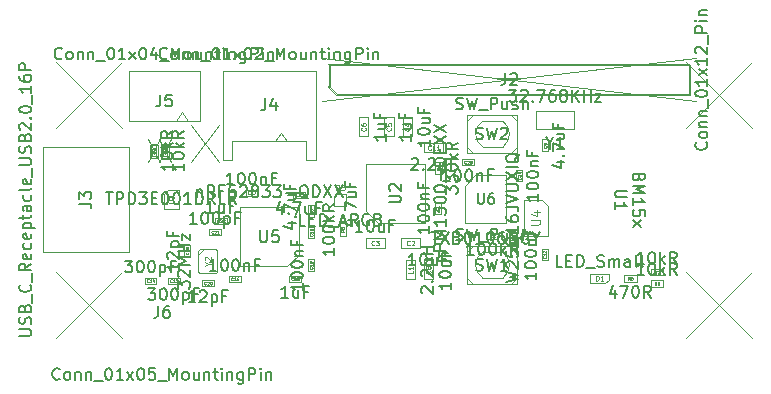
<source format=gbr>
%TF.GenerationSoftware,KiCad,Pcbnew,9.0.7*%
%TF.CreationDate,2026-01-28T15:54:31+01:00*%
%TF.ProjectId,RoyalBlue54L-Feather,526f7961-6c42-46c7-9565-35344c2d4665,rev?*%
%TF.SameCoordinates,Original*%
%TF.FileFunction,AssemblyDrawing,Top*%
%FSLAX46Y46*%
G04 Gerber Fmt 4.6, Leading zero omitted, Abs format (unit mm)*
G04 Created by KiCad (PCBNEW 9.0.7) date 2026-01-28 15:54:31*
%MOMM*%
%LPD*%
G01*
G04 APERTURE LIST*
%ADD10C,0.150000*%
%ADD11C,0.040000*%
%ADD12C,0.100000*%
%ADD13C,0.110000*%
%ADD14C,0.060000*%
%ADD15C,0.075000*%
%ADD16C,0.130000*%
%ADD17C,0.062500*%
G04 APERTURE END LIST*
D10*
X152162380Y-103424819D02*
X151590952Y-103424819D01*
X151876666Y-103424819D02*
X151876666Y-102424819D01*
X151876666Y-102424819D02*
X151781428Y-102567676D01*
X151781428Y-102567676D02*
X151686190Y-102662914D01*
X151686190Y-102662914D02*
X151590952Y-102710533D01*
X152781428Y-102424819D02*
X152876666Y-102424819D01*
X152876666Y-102424819D02*
X152971904Y-102472438D01*
X152971904Y-102472438D02*
X153019523Y-102520057D01*
X153019523Y-102520057D02*
X153067142Y-102615295D01*
X153067142Y-102615295D02*
X153114761Y-102805771D01*
X153114761Y-102805771D02*
X153114761Y-103043866D01*
X153114761Y-103043866D02*
X153067142Y-103234342D01*
X153067142Y-103234342D02*
X153019523Y-103329580D01*
X153019523Y-103329580D02*
X152971904Y-103377200D01*
X152971904Y-103377200D02*
X152876666Y-103424819D01*
X152876666Y-103424819D02*
X152781428Y-103424819D01*
X152781428Y-103424819D02*
X152686190Y-103377200D01*
X152686190Y-103377200D02*
X152638571Y-103329580D01*
X152638571Y-103329580D02*
X152590952Y-103234342D01*
X152590952Y-103234342D02*
X152543333Y-103043866D01*
X152543333Y-103043866D02*
X152543333Y-102805771D01*
X152543333Y-102805771D02*
X152590952Y-102615295D01*
X152590952Y-102615295D02*
X152638571Y-102520057D01*
X152638571Y-102520057D02*
X152686190Y-102472438D01*
X152686190Y-102472438D02*
X152781428Y-102424819D01*
X153733809Y-102424819D02*
X153829047Y-102424819D01*
X153829047Y-102424819D02*
X153924285Y-102472438D01*
X153924285Y-102472438D02*
X153971904Y-102520057D01*
X153971904Y-102520057D02*
X154019523Y-102615295D01*
X154019523Y-102615295D02*
X154067142Y-102805771D01*
X154067142Y-102805771D02*
X154067142Y-103043866D01*
X154067142Y-103043866D02*
X154019523Y-103234342D01*
X154019523Y-103234342D02*
X153971904Y-103329580D01*
X153971904Y-103329580D02*
X153924285Y-103377200D01*
X153924285Y-103377200D02*
X153829047Y-103424819D01*
X153829047Y-103424819D02*
X153733809Y-103424819D01*
X153733809Y-103424819D02*
X153638571Y-103377200D01*
X153638571Y-103377200D02*
X153590952Y-103329580D01*
X153590952Y-103329580D02*
X153543333Y-103234342D01*
X153543333Y-103234342D02*
X153495714Y-103043866D01*
X153495714Y-103043866D02*
X153495714Y-102805771D01*
X153495714Y-102805771D02*
X153543333Y-102615295D01*
X153543333Y-102615295D02*
X153590952Y-102520057D01*
X153590952Y-102520057D02*
X153638571Y-102472438D01*
X153638571Y-102472438D02*
X153733809Y-102424819D01*
X154495714Y-102758152D02*
X154495714Y-103424819D01*
X154495714Y-102853390D02*
X154543333Y-102805771D01*
X154543333Y-102805771D02*
X154638571Y-102758152D01*
X154638571Y-102758152D02*
X154781428Y-102758152D01*
X154781428Y-102758152D02*
X154876666Y-102805771D01*
X154876666Y-102805771D02*
X154924285Y-102901009D01*
X154924285Y-102901009D02*
X154924285Y-103424819D01*
X155733809Y-102901009D02*
X155400476Y-102901009D01*
X155400476Y-103424819D02*
X155400476Y-102424819D01*
X155400476Y-102424819D02*
X155876666Y-102424819D01*
D11*
X153549285Y-101899765D02*
X153537381Y-101911670D01*
X153537381Y-101911670D02*
X153501666Y-101923574D01*
X153501666Y-101923574D02*
X153477857Y-101923574D01*
X153477857Y-101923574D02*
X153442143Y-101911670D01*
X153442143Y-101911670D02*
X153418333Y-101887860D01*
X153418333Y-101887860D02*
X153406428Y-101864050D01*
X153406428Y-101864050D02*
X153394524Y-101816431D01*
X153394524Y-101816431D02*
X153394524Y-101780717D01*
X153394524Y-101780717D02*
X153406428Y-101733098D01*
X153406428Y-101733098D02*
X153418333Y-101709289D01*
X153418333Y-101709289D02*
X153442143Y-101685479D01*
X153442143Y-101685479D02*
X153477857Y-101673574D01*
X153477857Y-101673574D02*
X153501666Y-101673574D01*
X153501666Y-101673574D02*
X153537381Y-101685479D01*
X153537381Y-101685479D02*
X153549285Y-101697384D01*
X153644524Y-101697384D02*
X153656428Y-101685479D01*
X153656428Y-101685479D02*
X153680238Y-101673574D01*
X153680238Y-101673574D02*
X153739762Y-101673574D01*
X153739762Y-101673574D02*
X153763571Y-101685479D01*
X153763571Y-101685479D02*
X153775476Y-101697384D01*
X153775476Y-101697384D02*
X153787381Y-101721193D01*
X153787381Y-101721193D02*
X153787381Y-101745003D01*
X153787381Y-101745003D02*
X153775476Y-101780717D01*
X153775476Y-101780717D02*
X153632619Y-101923574D01*
X153632619Y-101923574D02*
X153787381Y-101923574D01*
X154013571Y-101673574D02*
X153894523Y-101673574D01*
X153894523Y-101673574D02*
X153882619Y-101792622D01*
X153882619Y-101792622D02*
X153894523Y-101780717D01*
X153894523Y-101780717D02*
X153918333Y-101768812D01*
X153918333Y-101768812D02*
X153977857Y-101768812D01*
X153977857Y-101768812D02*
X154001666Y-101780717D01*
X154001666Y-101780717D02*
X154013571Y-101792622D01*
X154013571Y-101792622D02*
X154025476Y-101816431D01*
X154025476Y-101816431D02*
X154025476Y-101875955D01*
X154025476Y-101875955D02*
X154013571Y-101899765D01*
X154013571Y-101899765D02*
X154001666Y-101911670D01*
X154001666Y-101911670D02*
X153977857Y-101923574D01*
X153977857Y-101923574D02*
X153918333Y-101923574D01*
X153918333Y-101923574D02*
X153894523Y-101911670D01*
X153894523Y-101911670D02*
X153882619Y-101899765D01*
D10*
X168604761Y-111354819D02*
X168033333Y-111354819D01*
X168319047Y-111354819D02*
X168319047Y-110354819D01*
X168319047Y-110354819D02*
X168223809Y-110497676D01*
X168223809Y-110497676D02*
X168128571Y-110592914D01*
X168128571Y-110592914D02*
X168033333Y-110640533D01*
X169223809Y-110354819D02*
X169319047Y-110354819D01*
X169319047Y-110354819D02*
X169414285Y-110402438D01*
X169414285Y-110402438D02*
X169461904Y-110450057D01*
X169461904Y-110450057D02*
X169509523Y-110545295D01*
X169509523Y-110545295D02*
X169557142Y-110735771D01*
X169557142Y-110735771D02*
X169557142Y-110973866D01*
X169557142Y-110973866D02*
X169509523Y-111164342D01*
X169509523Y-111164342D02*
X169461904Y-111259580D01*
X169461904Y-111259580D02*
X169414285Y-111307200D01*
X169414285Y-111307200D02*
X169319047Y-111354819D01*
X169319047Y-111354819D02*
X169223809Y-111354819D01*
X169223809Y-111354819D02*
X169128571Y-111307200D01*
X169128571Y-111307200D02*
X169080952Y-111259580D01*
X169080952Y-111259580D02*
X169033333Y-111164342D01*
X169033333Y-111164342D02*
X168985714Y-110973866D01*
X168985714Y-110973866D02*
X168985714Y-110735771D01*
X168985714Y-110735771D02*
X169033333Y-110545295D01*
X169033333Y-110545295D02*
X169080952Y-110450057D01*
X169080952Y-110450057D02*
X169128571Y-110402438D01*
X169128571Y-110402438D02*
X169223809Y-110354819D01*
X169985714Y-111354819D02*
X169985714Y-110354819D01*
X170080952Y-110973866D02*
X170366666Y-111354819D01*
X170366666Y-110688152D02*
X169985714Y-111069104D01*
X171366666Y-111354819D02*
X171033333Y-110878628D01*
X170795238Y-111354819D02*
X170795238Y-110354819D01*
X170795238Y-110354819D02*
X171176190Y-110354819D01*
X171176190Y-110354819D02*
X171271428Y-110402438D01*
X171271428Y-110402438D02*
X171319047Y-110450057D01*
X171319047Y-110450057D02*
X171366666Y-110545295D01*
X171366666Y-110545295D02*
X171366666Y-110688152D01*
X171366666Y-110688152D02*
X171319047Y-110783390D01*
X171319047Y-110783390D02*
X171271428Y-110831009D01*
X171271428Y-110831009D02*
X171176190Y-110878628D01*
X171176190Y-110878628D02*
X170795238Y-110878628D01*
D11*
X169656667Y-112188200D02*
X169570000Y-112064391D01*
X169508095Y-112188200D02*
X169508095Y-111928200D01*
X169508095Y-111928200D02*
X169607143Y-111928200D01*
X169607143Y-111928200D02*
X169631905Y-111940581D01*
X169631905Y-111940581D02*
X169644286Y-111952962D01*
X169644286Y-111952962D02*
X169656667Y-111977724D01*
X169656667Y-111977724D02*
X169656667Y-112014867D01*
X169656667Y-112014867D02*
X169644286Y-112039629D01*
X169644286Y-112039629D02*
X169631905Y-112052010D01*
X169631905Y-112052010D02*
X169607143Y-112064391D01*
X169607143Y-112064391D02*
X169508095Y-112064391D01*
X169891905Y-111928200D02*
X169768095Y-111928200D01*
X169768095Y-111928200D02*
X169755714Y-112052010D01*
X169755714Y-112052010D02*
X169768095Y-112039629D01*
X169768095Y-112039629D02*
X169792857Y-112027248D01*
X169792857Y-112027248D02*
X169854762Y-112027248D01*
X169854762Y-112027248D02*
X169879524Y-112039629D01*
X169879524Y-112039629D02*
X169891905Y-112052010D01*
X169891905Y-112052010D02*
X169904286Y-112076772D01*
X169904286Y-112076772D02*
X169904286Y-112138677D01*
X169904286Y-112138677D02*
X169891905Y-112163439D01*
X169891905Y-112163439D02*
X169879524Y-112175820D01*
X169879524Y-112175820D02*
X169854762Y-112188200D01*
X169854762Y-112188200D02*
X169792857Y-112188200D01*
X169792857Y-112188200D02*
X169768095Y-112175820D01*
X169768095Y-112175820D02*
X169755714Y-112163439D01*
D10*
X128213332Y-93017580D02*
X128165713Y-93065200D01*
X128165713Y-93065200D02*
X128022856Y-93112819D01*
X128022856Y-93112819D02*
X127927618Y-93112819D01*
X127927618Y-93112819D02*
X127784761Y-93065200D01*
X127784761Y-93065200D02*
X127689523Y-92969961D01*
X127689523Y-92969961D02*
X127641904Y-92874723D01*
X127641904Y-92874723D02*
X127594285Y-92684247D01*
X127594285Y-92684247D02*
X127594285Y-92541390D01*
X127594285Y-92541390D02*
X127641904Y-92350914D01*
X127641904Y-92350914D02*
X127689523Y-92255676D01*
X127689523Y-92255676D02*
X127784761Y-92160438D01*
X127784761Y-92160438D02*
X127927618Y-92112819D01*
X127927618Y-92112819D02*
X128022856Y-92112819D01*
X128022856Y-92112819D02*
X128165713Y-92160438D01*
X128165713Y-92160438D02*
X128213332Y-92208057D01*
X128784761Y-93112819D02*
X128689523Y-93065200D01*
X128689523Y-93065200D02*
X128641904Y-93017580D01*
X128641904Y-93017580D02*
X128594285Y-92922342D01*
X128594285Y-92922342D02*
X128594285Y-92636628D01*
X128594285Y-92636628D02*
X128641904Y-92541390D01*
X128641904Y-92541390D02*
X128689523Y-92493771D01*
X128689523Y-92493771D02*
X128784761Y-92446152D01*
X128784761Y-92446152D02*
X128927618Y-92446152D01*
X128927618Y-92446152D02*
X129022856Y-92493771D01*
X129022856Y-92493771D02*
X129070475Y-92541390D01*
X129070475Y-92541390D02*
X129118094Y-92636628D01*
X129118094Y-92636628D02*
X129118094Y-92922342D01*
X129118094Y-92922342D02*
X129070475Y-93017580D01*
X129070475Y-93017580D02*
X129022856Y-93065200D01*
X129022856Y-93065200D02*
X128927618Y-93112819D01*
X128927618Y-93112819D02*
X128784761Y-93112819D01*
X129546666Y-92446152D02*
X129546666Y-93112819D01*
X129546666Y-92541390D02*
X129594285Y-92493771D01*
X129594285Y-92493771D02*
X129689523Y-92446152D01*
X129689523Y-92446152D02*
X129832380Y-92446152D01*
X129832380Y-92446152D02*
X129927618Y-92493771D01*
X129927618Y-92493771D02*
X129975237Y-92589009D01*
X129975237Y-92589009D02*
X129975237Y-93112819D01*
X130451428Y-92446152D02*
X130451428Y-93112819D01*
X130451428Y-92541390D02*
X130499047Y-92493771D01*
X130499047Y-92493771D02*
X130594285Y-92446152D01*
X130594285Y-92446152D02*
X130737142Y-92446152D01*
X130737142Y-92446152D02*
X130832380Y-92493771D01*
X130832380Y-92493771D02*
X130879999Y-92589009D01*
X130879999Y-92589009D02*
X130879999Y-93112819D01*
X131118095Y-93208057D02*
X131879999Y-93208057D01*
X132308571Y-92112819D02*
X132403809Y-92112819D01*
X132403809Y-92112819D02*
X132499047Y-92160438D01*
X132499047Y-92160438D02*
X132546666Y-92208057D01*
X132546666Y-92208057D02*
X132594285Y-92303295D01*
X132594285Y-92303295D02*
X132641904Y-92493771D01*
X132641904Y-92493771D02*
X132641904Y-92731866D01*
X132641904Y-92731866D02*
X132594285Y-92922342D01*
X132594285Y-92922342D02*
X132546666Y-93017580D01*
X132546666Y-93017580D02*
X132499047Y-93065200D01*
X132499047Y-93065200D02*
X132403809Y-93112819D01*
X132403809Y-93112819D02*
X132308571Y-93112819D01*
X132308571Y-93112819D02*
X132213333Y-93065200D01*
X132213333Y-93065200D02*
X132165714Y-93017580D01*
X132165714Y-93017580D02*
X132118095Y-92922342D01*
X132118095Y-92922342D02*
X132070476Y-92731866D01*
X132070476Y-92731866D02*
X132070476Y-92493771D01*
X132070476Y-92493771D02*
X132118095Y-92303295D01*
X132118095Y-92303295D02*
X132165714Y-92208057D01*
X132165714Y-92208057D02*
X132213333Y-92160438D01*
X132213333Y-92160438D02*
X132308571Y-92112819D01*
X133594285Y-93112819D02*
X133022857Y-93112819D01*
X133308571Y-93112819D02*
X133308571Y-92112819D01*
X133308571Y-92112819D02*
X133213333Y-92255676D01*
X133213333Y-92255676D02*
X133118095Y-92350914D01*
X133118095Y-92350914D02*
X133022857Y-92398533D01*
X133927619Y-93112819D02*
X134451428Y-92446152D01*
X133927619Y-92446152D02*
X134451428Y-93112819D01*
X135022857Y-92112819D02*
X135118095Y-92112819D01*
X135118095Y-92112819D02*
X135213333Y-92160438D01*
X135213333Y-92160438D02*
X135260952Y-92208057D01*
X135260952Y-92208057D02*
X135308571Y-92303295D01*
X135308571Y-92303295D02*
X135356190Y-92493771D01*
X135356190Y-92493771D02*
X135356190Y-92731866D01*
X135356190Y-92731866D02*
X135308571Y-92922342D01*
X135308571Y-92922342D02*
X135260952Y-93017580D01*
X135260952Y-93017580D02*
X135213333Y-93065200D01*
X135213333Y-93065200D02*
X135118095Y-93112819D01*
X135118095Y-93112819D02*
X135022857Y-93112819D01*
X135022857Y-93112819D02*
X134927619Y-93065200D01*
X134927619Y-93065200D02*
X134880000Y-93017580D01*
X134880000Y-93017580D02*
X134832381Y-92922342D01*
X134832381Y-92922342D02*
X134784762Y-92731866D01*
X134784762Y-92731866D02*
X134784762Y-92493771D01*
X134784762Y-92493771D02*
X134832381Y-92303295D01*
X134832381Y-92303295D02*
X134880000Y-92208057D01*
X134880000Y-92208057D02*
X134927619Y-92160438D01*
X134927619Y-92160438D02*
X135022857Y-92112819D01*
X135737143Y-92208057D02*
X135784762Y-92160438D01*
X135784762Y-92160438D02*
X135880000Y-92112819D01*
X135880000Y-92112819D02*
X136118095Y-92112819D01*
X136118095Y-92112819D02*
X136213333Y-92160438D01*
X136213333Y-92160438D02*
X136260952Y-92208057D01*
X136260952Y-92208057D02*
X136308571Y-92303295D01*
X136308571Y-92303295D02*
X136308571Y-92398533D01*
X136308571Y-92398533D02*
X136260952Y-92541390D01*
X136260952Y-92541390D02*
X135689524Y-93112819D01*
X135689524Y-93112819D02*
X136308571Y-93112819D01*
X136499048Y-93208057D02*
X137260952Y-93208057D01*
X137499048Y-93112819D02*
X137499048Y-92112819D01*
X137499048Y-92112819D02*
X137832381Y-92827104D01*
X137832381Y-92827104D02*
X138165714Y-92112819D01*
X138165714Y-92112819D02*
X138165714Y-93112819D01*
X138784762Y-93112819D02*
X138689524Y-93065200D01*
X138689524Y-93065200D02*
X138641905Y-93017580D01*
X138641905Y-93017580D02*
X138594286Y-92922342D01*
X138594286Y-92922342D02*
X138594286Y-92636628D01*
X138594286Y-92636628D02*
X138641905Y-92541390D01*
X138641905Y-92541390D02*
X138689524Y-92493771D01*
X138689524Y-92493771D02*
X138784762Y-92446152D01*
X138784762Y-92446152D02*
X138927619Y-92446152D01*
X138927619Y-92446152D02*
X139022857Y-92493771D01*
X139022857Y-92493771D02*
X139070476Y-92541390D01*
X139070476Y-92541390D02*
X139118095Y-92636628D01*
X139118095Y-92636628D02*
X139118095Y-92922342D01*
X139118095Y-92922342D02*
X139070476Y-93017580D01*
X139070476Y-93017580D02*
X139022857Y-93065200D01*
X139022857Y-93065200D02*
X138927619Y-93112819D01*
X138927619Y-93112819D02*
X138784762Y-93112819D01*
X139975238Y-92446152D02*
X139975238Y-93112819D01*
X139546667Y-92446152D02*
X139546667Y-92969961D01*
X139546667Y-92969961D02*
X139594286Y-93065200D01*
X139594286Y-93065200D02*
X139689524Y-93112819D01*
X139689524Y-93112819D02*
X139832381Y-93112819D01*
X139832381Y-93112819D02*
X139927619Y-93065200D01*
X139927619Y-93065200D02*
X139975238Y-93017580D01*
X140451429Y-92446152D02*
X140451429Y-93112819D01*
X140451429Y-92541390D02*
X140499048Y-92493771D01*
X140499048Y-92493771D02*
X140594286Y-92446152D01*
X140594286Y-92446152D02*
X140737143Y-92446152D01*
X140737143Y-92446152D02*
X140832381Y-92493771D01*
X140832381Y-92493771D02*
X140880000Y-92589009D01*
X140880000Y-92589009D02*
X140880000Y-93112819D01*
X141213334Y-92446152D02*
X141594286Y-92446152D01*
X141356191Y-92112819D02*
X141356191Y-92969961D01*
X141356191Y-92969961D02*
X141403810Y-93065200D01*
X141403810Y-93065200D02*
X141499048Y-93112819D01*
X141499048Y-93112819D02*
X141594286Y-93112819D01*
X141927620Y-93112819D02*
X141927620Y-92446152D01*
X141927620Y-92112819D02*
X141880001Y-92160438D01*
X141880001Y-92160438D02*
X141927620Y-92208057D01*
X141927620Y-92208057D02*
X141975239Y-92160438D01*
X141975239Y-92160438D02*
X141927620Y-92112819D01*
X141927620Y-92112819D02*
X141927620Y-92208057D01*
X142403810Y-92446152D02*
X142403810Y-93112819D01*
X142403810Y-92541390D02*
X142451429Y-92493771D01*
X142451429Y-92493771D02*
X142546667Y-92446152D01*
X142546667Y-92446152D02*
X142689524Y-92446152D01*
X142689524Y-92446152D02*
X142784762Y-92493771D01*
X142784762Y-92493771D02*
X142832381Y-92589009D01*
X142832381Y-92589009D02*
X142832381Y-93112819D01*
X143737143Y-92446152D02*
X143737143Y-93255676D01*
X143737143Y-93255676D02*
X143689524Y-93350914D01*
X143689524Y-93350914D02*
X143641905Y-93398533D01*
X143641905Y-93398533D02*
X143546667Y-93446152D01*
X143546667Y-93446152D02*
X143403810Y-93446152D01*
X143403810Y-93446152D02*
X143308572Y-93398533D01*
X143737143Y-93065200D02*
X143641905Y-93112819D01*
X143641905Y-93112819D02*
X143451429Y-93112819D01*
X143451429Y-93112819D02*
X143356191Y-93065200D01*
X143356191Y-93065200D02*
X143308572Y-93017580D01*
X143308572Y-93017580D02*
X143260953Y-92922342D01*
X143260953Y-92922342D02*
X143260953Y-92636628D01*
X143260953Y-92636628D02*
X143308572Y-92541390D01*
X143308572Y-92541390D02*
X143356191Y-92493771D01*
X143356191Y-92493771D02*
X143451429Y-92446152D01*
X143451429Y-92446152D02*
X143641905Y-92446152D01*
X143641905Y-92446152D02*
X143737143Y-92493771D01*
X144213334Y-93112819D02*
X144213334Y-92112819D01*
X144213334Y-92112819D02*
X144594286Y-92112819D01*
X144594286Y-92112819D02*
X144689524Y-92160438D01*
X144689524Y-92160438D02*
X144737143Y-92208057D01*
X144737143Y-92208057D02*
X144784762Y-92303295D01*
X144784762Y-92303295D02*
X144784762Y-92446152D01*
X144784762Y-92446152D02*
X144737143Y-92541390D01*
X144737143Y-92541390D02*
X144689524Y-92589009D01*
X144689524Y-92589009D02*
X144594286Y-92636628D01*
X144594286Y-92636628D02*
X144213334Y-92636628D01*
X145213334Y-93112819D02*
X145213334Y-92446152D01*
X145213334Y-92112819D02*
X145165715Y-92160438D01*
X145165715Y-92160438D02*
X145213334Y-92208057D01*
X145213334Y-92208057D02*
X145260953Y-92160438D01*
X145260953Y-92160438D02*
X145213334Y-92112819D01*
X145213334Y-92112819D02*
X145213334Y-92208057D01*
X145689524Y-92446152D02*
X145689524Y-93112819D01*
X145689524Y-92541390D02*
X145737143Y-92493771D01*
X145737143Y-92493771D02*
X145832381Y-92446152D01*
X145832381Y-92446152D02*
X145975238Y-92446152D01*
X145975238Y-92446152D02*
X146070476Y-92493771D01*
X146070476Y-92493771D02*
X146118095Y-92589009D01*
X146118095Y-92589009D02*
X146118095Y-93112819D01*
X136546666Y-96412819D02*
X136546666Y-97127104D01*
X136546666Y-97127104D02*
X136499047Y-97269961D01*
X136499047Y-97269961D02*
X136403809Y-97365200D01*
X136403809Y-97365200D02*
X136260952Y-97412819D01*
X136260952Y-97412819D02*
X136165714Y-97412819D01*
X137451428Y-96746152D02*
X137451428Y-97412819D01*
X137213333Y-96365200D02*
X136975238Y-97079485D01*
X136975238Y-97079485D02*
X137594285Y-97079485D01*
X168188990Y-103122857D02*
X168141371Y-103265714D01*
X168141371Y-103265714D02*
X168093752Y-103313333D01*
X168093752Y-103313333D02*
X167998514Y-103360952D01*
X167998514Y-103360952D02*
X167855657Y-103360952D01*
X167855657Y-103360952D02*
X167760419Y-103313333D01*
X167760419Y-103313333D02*
X167712800Y-103265714D01*
X167712800Y-103265714D02*
X167665180Y-103170476D01*
X167665180Y-103170476D02*
X167665180Y-102789524D01*
X167665180Y-102789524D02*
X168665180Y-102789524D01*
X168665180Y-102789524D02*
X168665180Y-103122857D01*
X168665180Y-103122857D02*
X168617561Y-103218095D01*
X168617561Y-103218095D02*
X168569942Y-103265714D01*
X168569942Y-103265714D02*
X168474704Y-103313333D01*
X168474704Y-103313333D02*
X168379466Y-103313333D01*
X168379466Y-103313333D02*
X168284228Y-103265714D01*
X168284228Y-103265714D02*
X168236609Y-103218095D01*
X168236609Y-103218095D02*
X168188990Y-103122857D01*
X168188990Y-103122857D02*
X168188990Y-102789524D01*
X167665180Y-103789524D02*
X168665180Y-103789524D01*
X168665180Y-103789524D02*
X167950895Y-104122857D01*
X167950895Y-104122857D02*
X168665180Y-104456190D01*
X168665180Y-104456190D02*
X167665180Y-104456190D01*
X167665180Y-105456190D02*
X167665180Y-104884762D01*
X167665180Y-105170476D02*
X168665180Y-105170476D01*
X168665180Y-105170476D02*
X168522323Y-105075238D01*
X168522323Y-105075238D02*
X168427085Y-104980000D01*
X168427085Y-104980000D02*
X168379466Y-104884762D01*
X168665180Y-106360952D02*
X168665180Y-105884762D01*
X168665180Y-105884762D02*
X168188990Y-105837143D01*
X168188990Y-105837143D02*
X168236609Y-105884762D01*
X168236609Y-105884762D02*
X168284228Y-105980000D01*
X168284228Y-105980000D02*
X168284228Y-106218095D01*
X168284228Y-106218095D02*
X168236609Y-106313333D01*
X168236609Y-106313333D02*
X168188990Y-106360952D01*
X168188990Y-106360952D02*
X168093752Y-106408571D01*
X168093752Y-106408571D02*
X167855657Y-106408571D01*
X167855657Y-106408571D02*
X167760419Y-106360952D01*
X167760419Y-106360952D02*
X167712800Y-106313333D01*
X167712800Y-106313333D02*
X167665180Y-106218095D01*
X167665180Y-106218095D02*
X167665180Y-105980000D01*
X167665180Y-105980000D02*
X167712800Y-105884762D01*
X167712800Y-105884762D02*
X167760419Y-105837143D01*
X167665180Y-106741905D02*
X168331847Y-107265714D01*
X168331847Y-106741905D02*
X167665180Y-107265714D01*
X167165180Y-104218095D02*
X166355657Y-104218095D01*
X166355657Y-104218095D02*
X166260419Y-104265714D01*
X166260419Y-104265714D02*
X166212800Y-104313333D01*
X166212800Y-104313333D02*
X166165180Y-104408571D01*
X166165180Y-104408571D02*
X166165180Y-104599047D01*
X166165180Y-104599047D02*
X166212800Y-104694285D01*
X166212800Y-104694285D02*
X166260419Y-104741904D01*
X166260419Y-104741904D02*
X166355657Y-104789523D01*
X166355657Y-104789523D02*
X167165180Y-104789523D01*
X166165180Y-105789523D02*
X166165180Y-105218095D01*
X166165180Y-105503809D02*
X167165180Y-105503809D01*
X167165180Y-105503809D02*
X167022323Y-105408571D01*
X167022323Y-105408571D02*
X166927085Y-105313333D01*
X166927085Y-105313333D02*
X166879466Y-105218095D01*
X166188095Y-112608152D02*
X166188095Y-113274819D01*
X165950000Y-112227200D02*
X165711905Y-112941485D01*
X165711905Y-112941485D02*
X166330952Y-112941485D01*
X166616667Y-112274819D02*
X167283333Y-112274819D01*
X167283333Y-112274819D02*
X166854762Y-113274819D01*
X167854762Y-112274819D02*
X167950000Y-112274819D01*
X167950000Y-112274819D02*
X168045238Y-112322438D01*
X168045238Y-112322438D02*
X168092857Y-112370057D01*
X168092857Y-112370057D02*
X168140476Y-112465295D01*
X168140476Y-112465295D02*
X168188095Y-112655771D01*
X168188095Y-112655771D02*
X168188095Y-112893866D01*
X168188095Y-112893866D02*
X168140476Y-113084342D01*
X168140476Y-113084342D02*
X168092857Y-113179580D01*
X168092857Y-113179580D02*
X168045238Y-113227200D01*
X168045238Y-113227200D02*
X167950000Y-113274819D01*
X167950000Y-113274819D02*
X167854762Y-113274819D01*
X167854762Y-113274819D02*
X167759524Y-113227200D01*
X167759524Y-113227200D02*
X167711905Y-113179580D01*
X167711905Y-113179580D02*
X167664286Y-113084342D01*
X167664286Y-113084342D02*
X167616667Y-112893866D01*
X167616667Y-112893866D02*
X167616667Y-112655771D01*
X167616667Y-112655771D02*
X167664286Y-112465295D01*
X167664286Y-112465295D02*
X167711905Y-112370057D01*
X167711905Y-112370057D02*
X167759524Y-112322438D01*
X167759524Y-112322438D02*
X167854762Y-112274819D01*
X169188095Y-113274819D02*
X168854762Y-112798628D01*
X168616667Y-113274819D02*
X168616667Y-112274819D01*
X168616667Y-112274819D02*
X168997619Y-112274819D01*
X168997619Y-112274819D02*
X169092857Y-112322438D01*
X169092857Y-112322438D02*
X169140476Y-112370057D01*
X169140476Y-112370057D02*
X169188095Y-112465295D01*
X169188095Y-112465295D02*
X169188095Y-112608152D01*
X169188095Y-112608152D02*
X169140476Y-112703390D01*
X169140476Y-112703390D02*
X169092857Y-112751009D01*
X169092857Y-112751009D02*
X168997619Y-112798628D01*
X168997619Y-112798628D02*
X168616667Y-112798628D01*
D11*
X167406667Y-111768200D02*
X167320000Y-111644391D01*
X167258095Y-111768200D02*
X167258095Y-111508200D01*
X167258095Y-111508200D02*
X167357143Y-111508200D01*
X167357143Y-111508200D02*
X167381905Y-111520581D01*
X167381905Y-111520581D02*
X167394286Y-111532962D01*
X167394286Y-111532962D02*
X167406667Y-111557724D01*
X167406667Y-111557724D02*
X167406667Y-111594867D01*
X167406667Y-111594867D02*
X167394286Y-111619629D01*
X167394286Y-111619629D02*
X167381905Y-111632010D01*
X167381905Y-111632010D02*
X167357143Y-111644391D01*
X167357143Y-111644391D02*
X167258095Y-111644391D01*
X167629524Y-111508200D02*
X167580000Y-111508200D01*
X167580000Y-111508200D02*
X167555238Y-111520581D01*
X167555238Y-111520581D02*
X167542857Y-111532962D01*
X167542857Y-111532962D02*
X167518095Y-111570105D01*
X167518095Y-111570105D02*
X167505714Y-111619629D01*
X167505714Y-111619629D02*
X167505714Y-111718677D01*
X167505714Y-111718677D02*
X167518095Y-111743439D01*
X167518095Y-111743439D02*
X167530476Y-111755820D01*
X167530476Y-111755820D02*
X167555238Y-111768200D01*
X167555238Y-111768200D02*
X167604762Y-111768200D01*
X167604762Y-111768200D02*
X167629524Y-111755820D01*
X167629524Y-111755820D02*
X167641905Y-111743439D01*
X167641905Y-111743439D02*
X167654286Y-111718677D01*
X167654286Y-111718677D02*
X167654286Y-111656772D01*
X167654286Y-111656772D02*
X167641905Y-111632010D01*
X167641905Y-111632010D02*
X167629524Y-111619629D01*
X167629524Y-111619629D02*
X167604762Y-111607248D01*
X167604762Y-111607248D02*
X167555238Y-111607248D01*
X167555238Y-111607248D02*
X167530476Y-111619629D01*
X167530476Y-111619629D02*
X167518095Y-111632010D01*
X167518095Y-111632010D02*
X167505714Y-111656772D01*
D10*
X138468152Y-106964761D02*
X139134819Y-106964761D01*
X138087200Y-107202856D02*
X138801485Y-107440951D01*
X138801485Y-107440951D02*
X138801485Y-106821904D01*
X139039580Y-106440951D02*
X139087200Y-106393332D01*
X139087200Y-106393332D02*
X139134819Y-106440951D01*
X139134819Y-106440951D02*
X139087200Y-106488570D01*
X139087200Y-106488570D02*
X139039580Y-106440951D01*
X139039580Y-106440951D02*
X139134819Y-106440951D01*
X138134819Y-106059999D02*
X138134819Y-105393333D01*
X138134819Y-105393333D02*
X139134819Y-105821904D01*
X138468152Y-104583809D02*
X139134819Y-104583809D01*
X138468152Y-105012380D02*
X138991961Y-105012380D01*
X138991961Y-105012380D02*
X139087200Y-104964761D01*
X139087200Y-104964761D02*
X139134819Y-104869523D01*
X139134819Y-104869523D02*
X139134819Y-104726666D01*
X139134819Y-104726666D02*
X139087200Y-104631428D01*
X139087200Y-104631428D02*
X139039580Y-104583809D01*
X138611009Y-103774285D02*
X138611009Y-104107618D01*
X139134819Y-104107618D02*
X138134819Y-104107618D01*
X138134819Y-104107618D02*
X138134819Y-103631428D01*
D11*
X140529765Y-107920714D02*
X140541670Y-107932618D01*
X140541670Y-107932618D02*
X140553574Y-107968333D01*
X140553574Y-107968333D02*
X140553574Y-107992142D01*
X140553574Y-107992142D02*
X140541670Y-108027856D01*
X140541670Y-108027856D02*
X140517860Y-108051666D01*
X140517860Y-108051666D02*
X140494050Y-108063571D01*
X140494050Y-108063571D02*
X140446431Y-108075475D01*
X140446431Y-108075475D02*
X140410717Y-108075475D01*
X140410717Y-108075475D02*
X140363098Y-108063571D01*
X140363098Y-108063571D02*
X140339289Y-108051666D01*
X140339289Y-108051666D02*
X140315479Y-108027856D01*
X140315479Y-108027856D02*
X140303574Y-107992142D01*
X140303574Y-107992142D02*
X140303574Y-107968333D01*
X140303574Y-107968333D02*
X140315479Y-107932618D01*
X140315479Y-107932618D02*
X140327384Y-107920714D01*
X140553574Y-107682618D02*
X140553574Y-107825475D01*
X140553574Y-107754047D02*
X140303574Y-107754047D01*
X140303574Y-107754047D02*
X140339289Y-107777856D01*
X140339289Y-107777856D02*
X140363098Y-107801666D01*
X140363098Y-107801666D02*
X140375003Y-107825475D01*
X140303574Y-107527857D02*
X140303574Y-107504047D01*
X140303574Y-107504047D02*
X140315479Y-107480238D01*
X140315479Y-107480238D02*
X140327384Y-107468333D01*
X140327384Y-107468333D02*
X140351193Y-107456428D01*
X140351193Y-107456428D02*
X140398812Y-107444523D01*
X140398812Y-107444523D02*
X140458336Y-107444523D01*
X140458336Y-107444523D02*
X140505955Y-107456428D01*
X140505955Y-107456428D02*
X140529765Y-107468333D01*
X140529765Y-107468333D02*
X140541670Y-107480238D01*
X140541670Y-107480238D02*
X140553574Y-107504047D01*
X140553574Y-107504047D02*
X140553574Y-107527857D01*
X140553574Y-107527857D02*
X140541670Y-107551666D01*
X140541670Y-107551666D02*
X140529765Y-107563571D01*
X140529765Y-107563571D02*
X140505955Y-107575476D01*
X140505955Y-107575476D02*
X140458336Y-107587380D01*
X140458336Y-107587380D02*
X140398812Y-107587380D01*
X140398812Y-107587380D02*
X140351193Y-107575476D01*
X140351193Y-107575476D02*
X140327384Y-107563571D01*
X140327384Y-107563571D02*
X140315479Y-107551666D01*
X140315479Y-107551666D02*
X140303574Y-107527857D01*
D10*
X168604761Y-110414819D02*
X168033333Y-110414819D01*
X168319047Y-110414819D02*
X168319047Y-109414819D01*
X168319047Y-109414819D02*
X168223809Y-109557676D01*
X168223809Y-109557676D02*
X168128571Y-109652914D01*
X168128571Y-109652914D02*
X168033333Y-109700533D01*
X169223809Y-109414819D02*
X169319047Y-109414819D01*
X169319047Y-109414819D02*
X169414285Y-109462438D01*
X169414285Y-109462438D02*
X169461904Y-109510057D01*
X169461904Y-109510057D02*
X169509523Y-109605295D01*
X169509523Y-109605295D02*
X169557142Y-109795771D01*
X169557142Y-109795771D02*
X169557142Y-110033866D01*
X169557142Y-110033866D02*
X169509523Y-110224342D01*
X169509523Y-110224342D02*
X169461904Y-110319580D01*
X169461904Y-110319580D02*
X169414285Y-110367200D01*
X169414285Y-110367200D02*
X169319047Y-110414819D01*
X169319047Y-110414819D02*
X169223809Y-110414819D01*
X169223809Y-110414819D02*
X169128571Y-110367200D01*
X169128571Y-110367200D02*
X169080952Y-110319580D01*
X169080952Y-110319580D02*
X169033333Y-110224342D01*
X169033333Y-110224342D02*
X168985714Y-110033866D01*
X168985714Y-110033866D02*
X168985714Y-109795771D01*
X168985714Y-109795771D02*
X169033333Y-109605295D01*
X169033333Y-109605295D02*
X169080952Y-109510057D01*
X169080952Y-109510057D02*
X169128571Y-109462438D01*
X169128571Y-109462438D02*
X169223809Y-109414819D01*
X169985714Y-110414819D02*
X169985714Y-109414819D01*
X170080952Y-110033866D02*
X170366666Y-110414819D01*
X170366666Y-109748152D02*
X169985714Y-110129104D01*
X171366666Y-110414819D02*
X171033333Y-109938628D01*
X170795238Y-110414819D02*
X170795238Y-109414819D01*
X170795238Y-109414819D02*
X171176190Y-109414819D01*
X171176190Y-109414819D02*
X171271428Y-109462438D01*
X171271428Y-109462438D02*
X171319047Y-109510057D01*
X171319047Y-109510057D02*
X171366666Y-109605295D01*
X171366666Y-109605295D02*
X171366666Y-109748152D01*
X171366666Y-109748152D02*
X171319047Y-109843390D01*
X171319047Y-109843390D02*
X171271428Y-109891009D01*
X171271428Y-109891009D02*
X171176190Y-109938628D01*
X171176190Y-109938628D02*
X170795238Y-109938628D01*
D11*
X169656667Y-111248200D02*
X169570000Y-111124391D01*
X169508095Y-111248200D02*
X169508095Y-110988200D01*
X169508095Y-110988200D02*
X169607143Y-110988200D01*
X169607143Y-110988200D02*
X169631905Y-111000581D01*
X169631905Y-111000581D02*
X169644286Y-111012962D01*
X169644286Y-111012962D02*
X169656667Y-111037724D01*
X169656667Y-111037724D02*
X169656667Y-111074867D01*
X169656667Y-111074867D02*
X169644286Y-111099629D01*
X169644286Y-111099629D02*
X169631905Y-111112010D01*
X169631905Y-111112010D02*
X169607143Y-111124391D01*
X169607143Y-111124391D02*
X169508095Y-111124391D01*
X169743333Y-110988200D02*
X169916667Y-110988200D01*
X169916667Y-110988200D02*
X169805238Y-111248200D01*
D10*
X139927618Y-107184819D02*
X139451428Y-107184819D01*
X139451428Y-107184819D02*
X139451428Y-106184819D01*
X140260952Y-106661009D02*
X140594285Y-106661009D01*
X140737142Y-107184819D02*
X140260952Y-107184819D01*
X140260952Y-107184819D02*
X140260952Y-106184819D01*
X140260952Y-106184819D02*
X140737142Y-106184819D01*
X141165714Y-107184819D02*
X141165714Y-106184819D01*
X141165714Y-106184819D02*
X141403809Y-106184819D01*
X141403809Y-106184819D02*
X141546666Y-106232438D01*
X141546666Y-106232438D02*
X141641904Y-106327676D01*
X141641904Y-106327676D02*
X141689523Y-106422914D01*
X141689523Y-106422914D02*
X141737142Y-106613390D01*
X141737142Y-106613390D02*
X141737142Y-106756247D01*
X141737142Y-106756247D02*
X141689523Y-106946723D01*
X141689523Y-106946723D02*
X141641904Y-107041961D01*
X141641904Y-107041961D02*
X141546666Y-107137200D01*
X141546666Y-107137200D02*
X141403809Y-107184819D01*
X141403809Y-107184819D02*
X141165714Y-107184819D01*
X141927619Y-107280057D02*
X142689523Y-107280057D01*
X142880000Y-106899104D02*
X143356190Y-106899104D01*
X142784762Y-107184819D02*
X143118095Y-106184819D01*
X143118095Y-106184819D02*
X143451428Y-107184819D01*
X144356190Y-107184819D02*
X144022857Y-106708628D01*
X143784762Y-107184819D02*
X143784762Y-106184819D01*
X143784762Y-106184819D02*
X144165714Y-106184819D01*
X144165714Y-106184819D02*
X144260952Y-106232438D01*
X144260952Y-106232438D02*
X144308571Y-106280057D01*
X144308571Y-106280057D02*
X144356190Y-106375295D01*
X144356190Y-106375295D02*
X144356190Y-106518152D01*
X144356190Y-106518152D02*
X144308571Y-106613390D01*
X144308571Y-106613390D02*
X144260952Y-106661009D01*
X144260952Y-106661009D02*
X144165714Y-106708628D01*
X144165714Y-106708628D02*
X143784762Y-106708628D01*
X145308571Y-106232438D02*
X145213333Y-106184819D01*
X145213333Y-106184819D02*
X145070476Y-106184819D01*
X145070476Y-106184819D02*
X144927619Y-106232438D01*
X144927619Y-106232438D02*
X144832381Y-106327676D01*
X144832381Y-106327676D02*
X144784762Y-106422914D01*
X144784762Y-106422914D02*
X144737143Y-106613390D01*
X144737143Y-106613390D02*
X144737143Y-106756247D01*
X144737143Y-106756247D02*
X144784762Y-106946723D01*
X144784762Y-106946723D02*
X144832381Y-107041961D01*
X144832381Y-107041961D02*
X144927619Y-107137200D01*
X144927619Y-107137200D02*
X145070476Y-107184819D01*
X145070476Y-107184819D02*
X145165714Y-107184819D01*
X145165714Y-107184819D02*
X145308571Y-107137200D01*
X145308571Y-107137200D02*
X145356190Y-107089580D01*
X145356190Y-107089580D02*
X145356190Y-106756247D01*
X145356190Y-106756247D02*
X145165714Y-106756247D01*
X146118095Y-106661009D02*
X146260952Y-106708628D01*
X146260952Y-106708628D02*
X146308571Y-106756247D01*
X146308571Y-106756247D02*
X146356190Y-106851485D01*
X146356190Y-106851485D02*
X146356190Y-106994342D01*
X146356190Y-106994342D02*
X146308571Y-107089580D01*
X146308571Y-107089580D02*
X146260952Y-107137200D01*
X146260952Y-107137200D02*
X146165714Y-107184819D01*
X146165714Y-107184819D02*
X145784762Y-107184819D01*
X145784762Y-107184819D02*
X145784762Y-106184819D01*
X145784762Y-106184819D02*
X146118095Y-106184819D01*
X146118095Y-106184819D02*
X146213333Y-106232438D01*
X146213333Y-106232438D02*
X146260952Y-106280057D01*
X146260952Y-106280057D02*
X146308571Y-106375295D01*
X146308571Y-106375295D02*
X146308571Y-106470533D01*
X146308571Y-106470533D02*
X146260952Y-106565771D01*
X146260952Y-106565771D02*
X146213333Y-106613390D01*
X146213333Y-106613390D02*
X146118095Y-106661009D01*
X146118095Y-106661009D02*
X145784762Y-106661009D01*
D12*
X142510952Y-104206109D02*
X142510952Y-103706109D01*
X142510952Y-103706109D02*
X142630000Y-103706109D01*
X142630000Y-103706109D02*
X142701428Y-103729919D01*
X142701428Y-103729919D02*
X142749047Y-103777538D01*
X142749047Y-103777538D02*
X142772857Y-103825157D01*
X142772857Y-103825157D02*
X142796666Y-103920395D01*
X142796666Y-103920395D02*
X142796666Y-103991823D01*
X142796666Y-103991823D02*
X142772857Y-104087061D01*
X142772857Y-104087061D02*
X142749047Y-104134680D01*
X142749047Y-104134680D02*
X142701428Y-104182300D01*
X142701428Y-104182300D02*
X142630000Y-104206109D01*
X142630000Y-104206109D02*
X142510952Y-104206109D01*
X142963333Y-103706109D02*
X143272857Y-103706109D01*
X143272857Y-103706109D02*
X143106190Y-103896585D01*
X143106190Y-103896585D02*
X143177619Y-103896585D01*
X143177619Y-103896585D02*
X143225238Y-103920395D01*
X143225238Y-103920395D02*
X143249047Y-103944204D01*
X143249047Y-103944204D02*
X143272857Y-103991823D01*
X143272857Y-103991823D02*
X143272857Y-104110871D01*
X143272857Y-104110871D02*
X143249047Y-104158490D01*
X143249047Y-104158490D02*
X143225238Y-104182300D01*
X143225238Y-104182300D02*
X143177619Y-104206109D01*
X143177619Y-104206109D02*
X143034762Y-104206109D01*
X143034762Y-104206109D02*
X142987143Y-104182300D01*
X142987143Y-104182300D02*
X142963333Y-104158490D01*
D10*
X151168152Y-110198094D02*
X151834819Y-110198094D01*
X151263390Y-110198094D02*
X151215771Y-110150475D01*
X151215771Y-110150475D02*
X151168152Y-110055237D01*
X151168152Y-110055237D02*
X151168152Y-109912380D01*
X151168152Y-109912380D02*
X151215771Y-109817142D01*
X151215771Y-109817142D02*
X151311009Y-109769523D01*
X151311009Y-109769523D02*
X151834819Y-109769523D01*
X151834819Y-109293332D02*
X150834819Y-109293332D01*
X150834819Y-109293332D02*
X150834819Y-108912380D01*
X150834819Y-108912380D02*
X150882438Y-108817142D01*
X150882438Y-108817142D02*
X150930057Y-108769523D01*
X150930057Y-108769523D02*
X151025295Y-108721904D01*
X151025295Y-108721904D02*
X151168152Y-108721904D01*
X151168152Y-108721904D02*
X151263390Y-108769523D01*
X151263390Y-108769523D02*
X151311009Y-108817142D01*
X151311009Y-108817142D02*
X151358628Y-108912380D01*
X151358628Y-108912380D02*
X151358628Y-109293332D01*
X151834819Y-108293332D02*
X150834819Y-108293332D01*
X150834819Y-108293332D02*
X151549104Y-107959999D01*
X151549104Y-107959999D02*
X150834819Y-107626666D01*
X150834819Y-107626666D02*
X151834819Y-107626666D01*
X151834819Y-106626666D02*
X151834819Y-107198094D01*
X151834819Y-106912380D02*
X150834819Y-106912380D01*
X150834819Y-106912380D02*
X150977676Y-107007618D01*
X150977676Y-107007618D02*
X151072914Y-107102856D01*
X151072914Y-107102856D02*
X151120533Y-107198094D01*
X150834819Y-106293332D02*
X150834819Y-105674285D01*
X150834819Y-105674285D02*
X151215771Y-106007618D01*
X151215771Y-106007618D02*
X151215771Y-105864761D01*
X151215771Y-105864761D02*
X151263390Y-105769523D01*
X151263390Y-105769523D02*
X151311009Y-105721904D01*
X151311009Y-105721904D02*
X151406247Y-105674285D01*
X151406247Y-105674285D02*
X151644342Y-105674285D01*
X151644342Y-105674285D02*
X151739580Y-105721904D01*
X151739580Y-105721904D02*
X151787200Y-105769523D01*
X151787200Y-105769523D02*
X151834819Y-105864761D01*
X151834819Y-105864761D02*
X151834819Y-106150475D01*
X151834819Y-106150475D02*
X151787200Y-106245713D01*
X151787200Y-106245713D02*
X151739580Y-106293332D01*
X150834819Y-105055237D02*
X150834819Y-104959999D01*
X150834819Y-104959999D02*
X150882438Y-104864761D01*
X150882438Y-104864761D02*
X150930057Y-104817142D01*
X150930057Y-104817142D02*
X151025295Y-104769523D01*
X151025295Y-104769523D02*
X151215771Y-104721904D01*
X151215771Y-104721904D02*
X151453866Y-104721904D01*
X151453866Y-104721904D02*
X151644342Y-104769523D01*
X151644342Y-104769523D02*
X151739580Y-104817142D01*
X151739580Y-104817142D02*
X151787200Y-104864761D01*
X151787200Y-104864761D02*
X151834819Y-104959999D01*
X151834819Y-104959999D02*
X151834819Y-105055237D01*
X151834819Y-105055237D02*
X151787200Y-105150475D01*
X151787200Y-105150475D02*
X151739580Y-105198094D01*
X151739580Y-105198094D02*
X151644342Y-105245713D01*
X151644342Y-105245713D02*
X151453866Y-105293332D01*
X151453866Y-105293332D02*
X151215771Y-105293332D01*
X151215771Y-105293332D02*
X151025295Y-105245713D01*
X151025295Y-105245713D02*
X150930057Y-105198094D01*
X150930057Y-105198094D02*
X150882438Y-105150475D01*
X150882438Y-105150475D02*
X150834819Y-105055237D01*
X150834819Y-104102856D02*
X150834819Y-104007618D01*
X150834819Y-104007618D02*
X150882438Y-103912380D01*
X150882438Y-103912380D02*
X150930057Y-103864761D01*
X150930057Y-103864761D02*
X151025295Y-103817142D01*
X151025295Y-103817142D02*
X151215771Y-103769523D01*
X151215771Y-103769523D02*
X151453866Y-103769523D01*
X151453866Y-103769523D02*
X151644342Y-103817142D01*
X151644342Y-103817142D02*
X151739580Y-103864761D01*
X151739580Y-103864761D02*
X151787200Y-103912380D01*
X151787200Y-103912380D02*
X151834819Y-104007618D01*
X151834819Y-104007618D02*
X151834819Y-104102856D01*
X151834819Y-104102856D02*
X151787200Y-104198094D01*
X151787200Y-104198094D02*
X151739580Y-104245713D01*
X151739580Y-104245713D02*
X151644342Y-104293332D01*
X151644342Y-104293332D02*
X151453866Y-104340951D01*
X151453866Y-104340951D02*
X151215771Y-104340951D01*
X151215771Y-104340951D02*
X151025295Y-104293332D01*
X151025295Y-104293332D02*
X150930057Y-104245713D01*
X150930057Y-104245713D02*
X150882438Y-104198094D01*
X150882438Y-104198094D02*
X150834819Y-104102856D01*
X151453866Y-103340951D02*
X151453866Y-102579047D01*
X151930057Y-101436190D02*
X151882438Y-101531428D01*
X151882438Y-101531428D02*
X151787200Y-101626666D01*
X151787200Y-101626666D02*
X151644342Y-101769523D01*
X151644342Y-101769523D02*
X151596723Y-101864761D01*
X151596723Y-101864761D02*
X151596723Y-101959999D01*
X151834819Y-101912380D02*
X151787200Y-102007618D01*
X151787200Y-102007618D02*
X151691961Y-102102856D01*
X151691961Y-102102856D02*
X151501485Y-102150475D01*
X151501485Y-102150475D02*
X151168152Y-102150475D01*
X151168152Y-102150475D02*
X150977676Y-102102856D01*
X150977676Y-102102856D02*
X150882438Y-102007618D01*
X150882438Y-102007618D02*
X150834819Y-101912380D01*
X150834819Y-101912380D02*
X150834819Y-101721904D01*
X150834819Y-101721904D02*
X150882438Y-101626666D01*
X150882438Y-101626666D02*
X150977676Y-101531428D01*
X150977676Y-101531428D02*
X151168152Y-101483809D01*
X151168152Y-101483809D02*
X151501485Y-101483809D01*
X151501485Y-101483809D02*
X151691961Y-101531428D01*
X151691961Y-101531428D02*
X151787200Y-101626666D01*
X151787200Y-101626666D02*
X151834819Y-101721904D01*
X151834819Y-101721904D02*
X151834819Y-101912380D01*
X151311009Y-101055237D02*
X151311009Y-100721904D01*
X151834819Y-100579047D02*
X151834819Y-101055237D01*
X151834819Y-101055237D02*
X150834819Y-101055237D01*
X150834819Y-101055237D02*
X150834819Y-100579047D01*
X150834819Y-100245713D02*
X151834819Y-99579047D01*
X150834819Y-99579047D02*
X151834819Y-100245713D01*
X150834819Y-99293332D02*
X151834819Y-98626666D01*
X150834819Y-98626666D02*
X151834819Y-99293332D01*
X147034819Y-105221904D02*
X147844342Y-105221904D01*
X147844342Y-105221904D02*
X147939580Y-105174285D01*
X147939580Y-105174285D02*
X147987200Y-105126666D01*
X147987200Y-105126666D02*
X148034819Y-105031428D01*
X148034819Y-105031428D02*
X148034819Y-104840952D01*
X148034819Y-104840952D02*
X147987200Y-104745714D01*
X147987200Y-104745714D02*
X147939580Y-104698095D01*
X147939580Y-104698095D02*
X147844342Y-104650476D01*
X147844342Y-104650476D02*
X147034819Y-104650476D01*
X147130057Y-104221904D02*
X147082438Y-104174285D01*
X147082438Y-104174285D02*
X147034819Y-104079047D01*
X147034819Y-104079047D02*
X147034819Y-103840952D01*
X147034819Y-103840952D02*
X147082438Y-103745714D01*
X147082438Y-103745714D02*
X147130057Y-103698095D01*
X147130057Y-103698095D02*
X147225295Y-103650476D01*
X147225295Y-103650476D02*
X147320533Y-103650476D01*
X147320533Y-103650476D02*
X147463390Y-103698095D01*
X147463390Y-103698095D02*
X148034819Y-104269523D01*
X148034819Y-104269523D02*
X148034819Y-103650476D01*
X137995238Y-105518152D02*
X137995238Y-106184819D01*
X137757143Y-105137200D02*
X137519048Y-105851485D01*
X137519048Y-105851485D02*
X138138095Y-105851485D01*
X138519048Y-106089580D02*
X138566667Y-106137200D01*
X138566667Y-106137200D02*
X138519048Y-106184819D01*
X138519048Y-106184819D02*
X138471429Y-106137200D01*
X138471429Y-106137200D02*
X138519048Y-106089580D01*
X138519048Y-106089580D02*
X138519048Y-106184819D01*
X138900000Y-105184819D02*
X139566666Y-105184819D01*
X139566666Y-105184819D02*
X139138095Y-106184819D01*
X140376190Y-105518152D02*
X140376190Y-106184819D01*
X139947619Y-105518152D02*
X139947619Y-106041961D01*
X139947619Y-106041961D02*
X139995238Y-106137200D01*
X139995238Y-106137200D02*
X140090476Y-106184819D01*
X140090476Y-106184819D02*
X140233333Y-106184819D01*
X140233333Y-106184819D02*
X140328571Y-106137200D01*
X140328571Y-106137200D02*
X140376190Y-106089580D01*
X141185714Y-105661009D02*
X140852381Y-105661009D01*
X140852381Y-106184819D02*
X140852381Y-105184819D01*
X140852381Y-105184819D02*
X141328571Y-105184819D01*
D11*
X139239285Y-104659765D02*
X139227381Y-104671670D01*
X139227381Y-104671670D02*
X139191666Y-104683574D01*
X139191666Y-104683574D02*
X139167857Y-104683574D01*
X139167857Y-104683574D02*
X139132143Y-104671670D01*
X139132143Y-104671670D02*
X139108333Y-104647860D01*
X139108333Y-104647860D02*
X139096428Y-104624050D01*
X139096428Y-104624050D02*
X139084524Y-104576431D01*
X139084524Y-104576431D02*
X139084524Y-104540717D01*
X139084524Y-104540717D02*
X139096428Y-104493098D01*
X139096428Y-104493098D02*
X139108333Y-104469289D01*
X139108333Y-104469289D02*
X139132143Y-104445479D01*
X139132143Y-104445479D02*
X139167857Y-104433574D01*
X139167857Y-104433574D02*
X139191666Y-104433574D01*
X139191666Y-104433574D02*
X139227381Y-104445479D01*
X139227381Y-104445479D02*
X139239285Y-104457384D01*
X139334524Y-104457384D02*
X139346428Y-104445479D01*
X139346428Y-104445479D02*
X139370238Y-104433574D01*
X139370238Y-104433574D02*
X139429762Y-104433574D01*
X139429762Y-104433574D02*
X139453571Y-104445479D01*
X139453571Y-104445479D02*
X139465476Y-104457384D01*
X139465476Y-104457384D02*
X139477381Y-104481193D01*
X139477381Y-104481193D02*
X139477381Y-104505003D01*
X139477381Y-104505003D02*
X139465476Y-104540717D01*
X139465476Y-104540717D02*
X139322619Y-104683574D01*
X139322619Y-104683574D02*
X139477381Y-104683574D01*
X139560714Y-104433574D02*
X139715476Y-104433574D01*
X139715476Y-104433574D02*
X139632142Y-104528812D01*
X139632142Y-104528812D02*
X139667857Y-104528812D01*
X139667857Y-104528812D02*
X139691666Y-104540717D01*
X139691666Y-104540717D02*
X139703571Y-104552622D01*
X139703571Y-104552622D02*
X139715476Y-104576431D01*
X139715476Y-104576431D02*
X139715476Y-104635955D01*
X139715476Y-104635955D02*
X139703571Y-104659765D01*
X139703571Y-104659765D02*
X139691666Y-104671670D01*
X139691666Y-104671670D02*
X139667857Y-104683574D01*
X139667857Y-104683574D02*
X139596428Y-104683574D01*
X139596428Y-104683574D02*
X139572619Y-104671670D01*
X139572619Y-104671670D02*
X139560714Y-104659765D01*
D10*
X128728235Y-101940296D02*
X128728235Y-102511724D01*
X128728235Y-102226010D02*
X127728235Y-102226010D01*
X127728235Y-102226010D02*
X127871092Y-102321248D01*
X127871092Y-102321248D02*
X127966330Y-102416486D01*
X127966330Y-102416486D02*
X128013949Y-102511724D01*
X127728235Y-101321248D02*
X127728235Y-101226010D01*
X127728235Y-101226010D02*
X127775854Y-101130772D01*
X127775854Y-101130772D02*
X127823473Y-101083153D01*
X127823473Y-101083153D02*
X127918711Y-101035534D01*
X127918711Y-101035534D02*
X128109187Y-100987915D01*
X128109187Y-100987915D02*
X128347282Y-100987915D01*
X128347282Y-100987915D02*
X128537758Y-101035534D01*
X128537758Y-101035534D02*
X128632996Y-101083153D01*
X128632996Y-101083153D02*
X128680616Y-101130772D01*
X128680616Y-101130772D02*
X128728235Y-101226010D01*
X128728235Y-101226010D02*
X128728235Y-101321248D01*
X128728235Y-101321248D02*
X128680616Y-101416486D01*
X128680616Y-101416486D02*
X128632996Y-101464105D01*
X128632996Y-101464105D02*
X128537758Y-101511724D01*
X128537758Y-101511724D02*
X128347282Y-101559343D01*
X128347282Y-101559343D02*
X128109187Y-101559343D01*
X128109187Y-101559343D02*
X127918711Y-101511724D01*
X127918711Y-101511724D02*
X127823473Y-101464105D01*
X127823473Y-101464105D02*
X127775854Y-101416486D01*
X127775854Y-101416486D02*
X127728235Y-101321248D01*
X128728235Y-100559343D02*
X127728235Y-100559343D01*
X128347282Y-100464105D02*
X128728235Y-100178391D01*
X128061568Y-100178391D02*
X128442520Y-100559343D01*
X128728235Y-99178391D02*
X128252044Y-99511724D01*
X128728235Y-99749819D02*
X127728235Y-99749819D01*
X127728235Y-99749819D02*
X127728235Y-99368867D01*
X127728235Y-99368867D02*
X127775854Y-99273629D01*
X127775854Y-99273629D02*
X127823473Y-99226010D01*
X127823473Y-99226010D02*
X127918711Y-99178391D01*
X127918711Y-99178391D02*
X128061568Y-99178391D01*
X128061568Y-99178391D02*
X128156806Y-99226010D01*
X128156806Y-99226010D02*
X128204425Y-99273629D01*
X128204425Y-99273629D02*
X128252044Y-99368867D01*
X128252044Y-99368867D02*
X128252044Y-99749819D01*
D11*
X127221616Y-100888390D02*
X127097807Y-100975057D01*
X127221616Y-101036962D02*
X126961616Y-101036962D01*
X126961616Y-101036962D02*
X126961616Y-100937914D01*
X126961616Y-100937914D02*
X126973997Y-100913152D01*
X126973997Y-100913152D02*
X126986378Y-100900771D01*
X126986378Y-100900771D02*
X127011140Y-100888390D01*
X127011140Y-100888390D02*
X127048283Y-100888390D01*
X127048283Y-100888390D02*
X127073045Y-100900771D01*
X127073045Y-100900771D02*
X127085426Y-100913152D01*
X127085426Y-100913152D02*
X127097807Y-100937914D01*
X127097807Y-100937914D02*
X127097807Y-101036962D01*
X126986378Y-100789343D02*
X126973997Y-100776962D01*
X126973997Y-100776962D02*
X126961616Y-100752200D01*
X126961616Y-100752200D02*
X126961616Y-100690295D01*
X126961616Y-100690295D02*
X126973997Y-100665533D01*
X126973997Y-100665533D02*
X126986378Y-100653152D01*
X126986378Y-100653152D02*
X127011140Y-100640771D01*
X127011140Y-100640771D02*
X127035902Y-100640771D01*
X127035902Y-100640771D02*
X127073045Y-100653152D01*
X127073045Y-100653152D02*
X127221616Y-100801724D01*
X127221616Y-100801724D02*
X127221616Y-100640771D01*
X127091616Y-101096962D02*
X127091616Y-100580771D01*
D10*
X159674819Y-104487619D02*
X159674819Y-105059047D01*
X159674819Y-104773333D02*
X158674819Y-104773333D01*
X158674819Y-104773333D02*
X158817676Y-104868571D01*
X158817676Y-104868571D02*
X158912914Y-104963809D01*
X158912914Y-104963809D02*
X158960533Y-105059047D01*
X158674819Y-103868571D02*
X158674819Y-103773333D01*
X158674819Y-103773333D02*
X158722438Y-103678095D01*
X158722438Y-103678095D02*
X158770057Y-103630476D01*
X158770057Y-103630476D02*
X158865295Y-103582857D01*
X158865295Y-103582857D02*
X159055771Y-103535238D01*
X159055771Y-103535238D02*
X159293866Y-103535238D01*
X159293866Y-103535238D02*
X159484342Y-103582857D01*
X159484342Y-103582857D02*
X159579580Y-103630476D01*
X159579580Y-103630476D02*
X159627200Y-103678095D01*
X159627200Y-103678095D02*
X159674819Y-103773333D01*
X159674819Y-103773333D02*
X159674819Y-103868571D01*
X159674819Y-103868571D02*
X159627200Y-103963809D01*
X159627200Y-103963809D02*
X159579580Y-104011428D01*
X159579580Y-104011428D02*
X159484342Y-104059047D01*
X159484342Y-104059047D02*
X159293866Y-104106666D01*
X159293866Y-104106666D02*
X159055771Y-104106666D01*
X159055771Y-104106666D02*
X158865295Y-104059047D01*
X158865295Y-104059047D02*
X158770057Y-104011428D01*
X158770057Y-104011428D02*
X158722438Y-103963809D01*
X158722438Y-103963809D02*
X158674819Y-103868571D01*
X158674819Y-102916190D02*
X158674819Y-102820952D01*
X158674819Y-102820952D02*
X158722438Y-102725714D01*
X158722438Y-102725714D02*
X158770057Y-102678095D01*
X158770057Y-102678095D02*
X158865295Y-102630476D01*
X158865295Y-102630476D02*
X159055771Y-102582857D01*
X159055771Y-102582857D02*
X159293866Y-102582857D01*
X159293866Y-102582857D02*
X159484342Y-102630476D01*
X159484342Y-102630476D02*
X159579580Y-102678095D01*
X159579580Y-102678095D02*
X159627200Y-102725714D01*
X159627200Y-102725714D02*
X159674819Y-102820952D01*
X159674819Y-102820952D02*
X159674819Y-102916190D01*
X159674819Y-102916190D02*
X159627200Y-103011428D01*
X159627200Y-103011428D02*
X159579580Y-103059047D01*
X159579580Y-103059047D02*
X159484342Y-103106666D01*
X159484342Y-103106666D02*
X159293866Y-103154285D01*
X159293866Y-103154285D02*
X159055771Y-103154285D01*
X159055771Y-103154285D02*
X158865295Y-103106666D01*
X158865295Y-103106666D02*
X158770057Y-103059047D01*
X158770057Y-103059047D02*
X158722438Y-103011428D01*
X158722438Y-103011428D02*
X158674819Y-102916190D01*
X159008152Y-102154285D02*
X159674819Y-102154285D01*
X159103390Y-102154285D02*
X159055771Y-102106666D01*
X159055771Y-102106666D02*
X159008152Y-102011428D01*
X159008152Y-102011428D02*
X159008152Y-101868571D01*
X159008152Y-101868571D02*
X159055771Y-101773333D01*
X159055771Y-101773333D02*
X159151009Y-101725714D01*
X159151009Y-101725714D02*
X159674819Y-101725714D01*
X159151009Y-100916190D02*
X159151009Y-101249523D01*
X159674819Y-101249523D02*
X158674819Y-101249523D01*
X158674819Y-101249523D02*
X158674819Y-100773333D01*
D11*
X158149765Y-103100714D02*
X158161670Y-103112618D01*
X158161670Y-103112618D02*
X158173574Y-103148333D01*
X158173574Y-103148333D02*
X158173574Y-103172142D01*
X158173574Y-103172142D02*
X158161670Y-103207856D01*
X158161670Y-103207856D02*
X158137860Y-103231666D01*
X158137860Y-103231666D02*
X158114050Y-103243571D01*
X158114050Y-103243571D02*
X158066431Y-103255475D01*
X158066431Y-103255475D02*
X158030717Y-103255475D01*
X158030717Y-103255475D02*
X157983098Y-103243571D01*
X157983098Y-103243571D02*
X157959289Y-103231666D01*
X157959289Y-103231666D02*
X157935479Y-103207856D01*
X157935479Y-103207856D02*
X157923574Y-103172142D01*
X157923574Y-103172142D02*
X157923574Y-103148333D01*
X157923574Y-103148333D02*
X157935479Y-103112618D01*
X157935479Y-103112618D02*
X157947384Y-103100714D01*
X157947384Y-103005475D02*
X157935479Y-102993571D01*
X157935479Y-102993571D02*
X157923574Y-102969761D01*
X157923574Y-102969761D02*
X157923574Y-102910237D01*
X157923574Y-102910237D02*
X157935479Y-102886428D01*
X157935479Y-102886428D02*
X157947384Y-102874523D01*
X157947384Y-102874523D02*
X157971193Y-102862618D01*
X157971193Y-102862618D02*
X157995003Y-102862618D01*
X157995003Y-102862618D02*
X158030717Y-102874523D01*
X158030717Y-102874523D02*
X158173574Y-103017380D01*
X158173574Y-103017380D02*
X158173574Y-102862618D01*
X158006908Y-102648333D02*
X158173574Y-102648333D01*
X157911670Y-102707857D02*
X158090241Y-102767380D01*
X158090241Y-102767380D02*
X158090241Y-102612619D01*
D10*
X139734819Y-112077619D02*
X139734819Y-112649047D01*
X139734819Y-112363333D02*
X138734819Y-112363333D01*
X138734819Y-112363333D02*
X138877676Y-112458571D01*
X138877676Y-112458571D02*
X138972914Y-112553809D01*
X138972914Y-112553809D02*
X139020533Y-112649047D01*
X138734819Y-111458571D02*
X138734819Y-111363333D01*
X138734819Y-111363333D02*
X138782438Y-111268095D01*
X138782438Y-111268095D02*
X138830057Y-111220476D01*
X138830057Y-111220476D02*
X138925295Y-111172857D01*
X138925295Y-111172857D02*
X139115771Y-111125238D01*
X139115771Y-111125238D02*
X139353866Y-111125238D01*
X139353866Y-111125238D02*
X139544342Y-111172857D01*
X139544342Y-111172857D02*
X139639580Y-111220476D01*
X139639580Y-111220476D02*
X139687200Y-111268095D01*
X139687200Y-111268095D02*
X139734819Y-111363333D01*
X139734819Y-111363333D02*
X139734819Y-111458571D01*
X139734819Y-111458571D02*
X139687200Y-111553809D01*
X139687200Y-111553809D02*
X139639580Y-111601428D01*
X139639580Y-111601428D02*
X139544342Y-111649047D01*
X139544342Y-111649047D02*
X139353866Y-111696666D01*
X139353866Y-111696666D02*
X139115771Y-111696666D01*
X139115771Y-111696666D02*
X138925295Y-111649047D01*
X138925295Y-111649047D02*
X138830057Y-111601428D01*
X138830057Y-111601428D02*
X138782438Y-111553809D01*
X138782438Y-111553809D02*
X138734819Y-111458571D01*
X138734819Y-110506190D02*
X138734819Y-110410952D01*
X138734819Y-110410952D02*
X138782438Y-110315714D01*
X138782438Y-110315714D02*
X138830057Y-110268095D01*
X138830057Y-110268095D02*
X138925295Y-110220476D01*
X138925295Y-110220476D02*
X139115771Y-110172857D01*
X139115771Y-110172857D02*
X139353866Y-110172857D01*
X139353866Y-110172857D02*
X139544342Y-110220476D01*
X139544342Y-110220476D02*
X139639580Y-110268095D01*
X139639580Y-110268095D02*
X139687200Y-110315714D01*
X139687200Y-110315714D02*
X139734819Y-110410952D01*
X139734819Y-110410952D02*
X139734819Y-110506190D01*
X139734819Y-110506190D02*
X139687200Y-110601428D01*
X139687200Y-110601428D02*
X139639580Y-110649047D01*
X139639580Y-110649047D02*
X139544342Y-110696666D01*
X139544342Y-110696666D02*
X139353866Y-110744285D01*
X139353866Y-110744285D02*
X139115771Y-110744285D01*
X139115771Y-110744285D02*
X138925295Y-110696666D01*
X138925295Y-110696666D02*
X138830057Y-110649047D01*
X138830057Y-110649047D02*
X138782438Y-110601428D01*
X138782438Y-110601428D02*
X138734819Y-110506190D01*
X139068152Y-109744285D02*
X139734819Y-109744285D01*
X139163390Y-109744285D02*
X139115771Y-109696666D01*
X139115771Y-109696666D02*
X139068152Y-109601428D01*
X139068152Y-109601428D02*
X139068152Y-109458571D01*
X139068152Y-109458571D02*
X139115771Y-109363333D01*
X139115771Y-109363333D02*
X139211009Y-109315714D01*
X139211009Y-109315714D02*
X139734819Y-109315714D01*
X139211009Y-108506190D02*
X139211009Y-108839523D01*
X139734819Y-108839523D02*
X138734819Y-108839523D01*
X138734819Y-108839523D02*
X138734819Y-108363333D01*
D11*
X140529765Y-110690714D02*
X140541670Y-110702618D01*
X140541670Y-110702618D02*
X140553574Y-110738333D01*
X140553574Y-110738333D02*
X140553574Y-110762142D01*
X140553574Y-110762142D02*
X140541670Y-110797856D01*
X140541670Y-110797856D02*
X140517860Y-110821666D01*
X140517860Y-110821666D02*
X140494050Y-110833571D01*
X140494050Y-110833571D02*
X140446431Y-110845475D01*
X140446431Y-110845475D02*
X140410717Y-110845475D01*
X140410717Y-110845475D02*
X140363098Y-110833571D01*
X140363098Y-110833571D02*
X140339289Y-110821666D01*
X140339289Y-110821666D02*
X140315479Y-110797856D01*
X140315479Y-110797856D02*
X140303574Y-110762142D01*
X140303574Y-110762142D02*
X140303574Y-110738333D01*
X140303574Y-110738333D02*
X140315479Y-110702618D01*
X140315479Y-110702618D02*
X140327384Y-110690714D01*
X140553574Y-110452618D02*
X140553574Y-110595475D01*
X140553574Y-110524047D02*
X140303574Y-110524047D01*
X140303574Y-110524047D02*
X140339289Y-110547856D01*
X140339289Y-110547856D02*
X140363098Y-110571666D01*
X140363098Y-110571666D02*
X140375003Y-110595475D01*
X140553574Y-110333571D02*
X140553574Y-110285952D01*
X140553574Y-110285952D02*
X140541670Y-110262142D01*
X140541670Y-110262142D02*
X140529765Y-110250238D01*
X140529765Y-110250238D02*
X140494050Y-110226428D01*
X140494050Y-110226428D02*
X140446431Y-110214523D01*
X140446431Y-110214523D02*
X140351193Y-110214523D01*
X140351193Y-110214523D02*
X140327384Y-110226428D01*
X140327384Y-110226428D02*
X140315479Y-110238333D01*
X140315479Y-110238333D02*
X140303574Y-110262142D01*
X140303574Y-110262142D02*
X140303574Y-110309761D01*
X140303574Y-110309761D02*
X140315479Y-110333571D01*
X140315479Y-110333571D02*
X140327384Y-110345476D01*
X140327384Y-110345476D02*
X140351193Y-110357380D01*
X140351193Y-110357380D02*
X140410717Y-110357380D01*
X140410717Y-110357380D02*
X140434527Y-110345476D01*
X140434527Y-110345476D02*
X140446431Y-110333571D01*
X140446431Y-110333571D02*
X140458336Y-110309761D01*
X140458336Y-110309761D02*
X140458336Y-110262142D01*
X140458336Y-110262142D02*
X140446431Y-110238333D01*
X140446431Y-110238333D02*
X140434527Y-110226428D01*
X140434527Y-110226428D02*
X140410717Y-110214523D01*
D10*
X150434819Y-107237619D02*
X150434819Y-107809047D01*
X150434819Y-107523333D02*
X149434819Y-107523333D01*
X149434819Y-107523333D02*
X149577676Y-107618571D01*
X149577676Y-107618571D02*
X149672914Y-107713809D01*
X149672914Y-107713809D02*
X149720533Y-107809047D01*
X149434819Y-106618571D02*
X149434819Y-106523333D01*
X149434819Y-106523333D02*
X149482438Y-106428095D01*
X149482438Y-106428095D02*
X149530057Y-106380476D01*
X149530057Y-106380476D02*
X149625295Y-106332857D01*
X149625295Y-106332857D02*
X149815771Y-106285238D01*
X149815771Y-106285238D02*
X150053866Y-106285238D01*
X150053866Y-106285238D02*
X150244342Y-106332857D01*
X150244342Y-106332857D02*
X150339580Y-106380476D01*
X150339580Y-106380476D02*
X150387200Y-106428095D01*
X150387200Y-106428095D02*
X150434819Y-106523333D01*
X150434819Y-106523333D02*
X150434819Y-106618571D01*
X150434819Y-106618571D02*
X150387200Y-106713809D01*
X150387200Y-106713809D02*
X150339580Y-106761428D01*
X150339580Y-106761428D02*
X150244342Y-106809047D01*
X150244342Y-106809047D02*
X150053866Y-106856666D01*
X150053866Y-106856666D02*
X149815771Y-106856666D01*
X149815771Y-106856666D02*
X149625295Y-106809047D01*
X149625295Y-106809047D02*
X149530057Y-106761428D01*
X149530057Y-106761428D02*
X149482438Y-106713809D01*
X149482438Y-106713809D02*
X149434819Y-106618571D01*
X149434819Y-105666190D02*
X149434819Y-105570952D01*
X149434819Y-105570952D02*
X149482438Y-105475714D01*
X149482438Y-105475714D02*
X149530057Y-105428095D01*
X149530057Y-105428095D02*
X149625295Y-105380476D01*
X149625295Y-105380476D02*
X149815771Y-105332857D01*
X149815771Y-105332857D02*
X150053866Y-105332857D01*
X150053866Y-105332857D02*
X150244342Y-105380476D01*
X150244342Y-105380476D02*
X150339580Y-105428095D01*
X150339580Y-105428095D02*
X150387200Y-105475714D01*
X150387200Y-105475714D02*
X150434819Y-105570952D01*
X150434819Y-105570952D02*
X150434819Y-105666190D01*
X150434819Y-105666190D02*
X150387200Y-105761428D01*
X150387200Y-105761428D02*
X150339580Y-105809047D01*
X150339580Y-105809047D02*
X150244342Y-105856666D01*
X150244342Y-105856666D02*
X150053866Y-105904285D01*
X150053866Y-105904285D02*
X149815771Y-105904285D01*
X149815771Y-105904285D02*
X149625295Y-105856666D01*
X149625295Y-105856666D02*
X149530057Y-105809047D01*
X149530057Y-105809047D02*
X149482438Y-105761428D01*
X149482438Y-105761428D02*
X149434819Y-105666190D01*
X149768152Y-104904285D02*
X150434819Y-104904285D01*
X149863390Y-104904285D02*
X149815771Y-104856666D01*
X149815771Y-104856666D02*
X149768152Y-104761428D01*
X149768152Y-104761428D02*
X149768152Y-104618571D01*
X149768152Y-104618571D02*
X149815771Y-104523333D01*
X149815771Y-104523333D02*
X149911009Y-104475714D01*
X149911009Y-104475714D02*
X150434819Y-104475714D01*
X149911009Y-103666190D02*
X149911009Y-103999523D01*
X150434819Y-103999523D02*
X149434819Y-103999523D01*
X149434819Y-103999523D02*
X149434819Y-103523333D01*
D11*
X151229765Y-105731666D02*
X151241670Y-105743570D01*
X151241670Y-105743570D02*
X151253574Y-105779285D01*
X151253574Y-105779285D02*
X151253574Y-105803094D01*
X151253574Y-105803094D02*
X151241670Y-105838808D01*
X151241670Y-105838808D02*
X151217860Y-105862618D01*
X151217860Y-105862618D02*
X151194050Y-105874523D01*
X151194050Y-105874523D02*
X151146431Y-105886427D01*
X151146431Y-105886427D02*
X151110717Y-105886427D01*
X151110717Y-105886427D02*
X151063098Y-105874523D01*
X151063098Y-105874523D02*
X151039289Y-105862618D01*
X151039289Y-105862618D02*
X151015479Y-105838808D01*
X151015479Y-105838808D02*
X151003574Y-105803094D01*
X151003574Y-105803094D02*
X151003574Y-105779285D01*
X151003574Y-105779285D02*
X151015479Y-105743570D01*
X151015479Y-105743570D02*
X151027384Y-105731666D01*
X151253574Y-105493570D02*
X151253574Y-105636427D01*
X151253574Y-105564999D02*
X151003574Y-105564999D01*
X151003574Y-105564999D02*
X151039289Y-105588808D01*
X151039289Y-105588808D02*
X151063098Y-105612618D01*
X151063098Y-105612618D02*
X151075003Y-105636427D01*
D10*
X115714819Y-116503810D02*
X116524342Y-116503810D01*
X116524342Y-116503810D02*
X116619580Y-116456191D01*
X116619580Y-116456191D02*
X116667200Y-116408572D01*
X116667200Y-116408572D02*
X116714819Y-116313334D01*
X116714819Y-116313334D02*
X116714819Y-116122858D01*
X116714819Y-116122858D02*
X116667200Y-116027620D01*
X116667200Y-116027620D02*
X116619580Y-115980001D01*
X116619580Y-115980001D02*
X116524342Y-115932382D01*
X116524342Y-115932382D02*
X115714819Y-115932382D01*
X116667200Y-115503810D02*
X116714819Y-115360953D01*
X116714819Y-115360953D02*
X116714819Y-115122858D01*
X116714819Y-115122858D02*
X116667200Y-115027620D01*
X116667200Y-115027620D02*
X116619580Y-114980001D01*
X116619580Y-114980001D02*
X116524342Y-114932382D01*
X116524342Y-114932382D02*
X116429104Y-114932382D01*
X116429104Y-114932382D02*
X116333866Y-114980001D01*
X116333866Y-114980001D02*
X116286247Y-115027620D01*
X116286247Y-115027620D02*
X116238628Y-115122858D01*
X116238628Y-115122858D02*
X116191009Y-115313334D01*
X116191009Y-115313334D02*
X116143390Y-115408572D01*
X116143390Y-115408572D02*
X116095771Y-115456191D01*
X116095771Y-115456191D02*
X116000533Y-115503810D01*
X116000533Y-115503810D02*
X115905295Y-115503810D01*
X115905295Y-115503810D02*
X115810057Y-115456191D01*
X115810057Y-115456191D02*
X115762438Y-115408572D01*
X115762438Y-115408572D02*
X115714819Y-115313334D01*
X115714819Y-115313334D02*
X115714819Y-115075239D01*
X115714819Y-115075239D02*
X115762438Y-114932382D01*
X116191009Y-114170477D02*
X116238628Y-114027620D01*
X116238628Y-114027620D02*
X116286247Y-113980001D01*
X116286247Y-113980001D02*
X116381485Y-113932382D01*
X116381485Y-113932382D02*
X116524342Y-113932382D01*
X116524342Y-113932382D02*
X116619580Y-113980001D01*
X116619580Y-113980001D02*
X116667200Y-114027620D01*
X116667200Y-114027620D02*
X116714819Y-114122858D01*
X116714819Y-114122858D02*
X116714819Y-114503810D01*
X116714819Y-114503810D02*
X115714819Y-114503810D01*
X115714819Y-114503810D02*
X115714819Y-114170477D01*
X115714819Y-114170477D02*
X115762438Y-114075239D01*
X115762438Y-114075239D02*
X115810057Y-114027620D01*
X115810057Y-114027620D02*
X115905295Y-113980001D01*
X115905295Y-113980001D02*
X116000533Y-113980001D01*
X116000533Y-113980001D02*
X116095771Y-114027620D01*
X116095771Y-114027620D02*
X116143390Y-114075239D01*
X116143390Y-114075239D02*
X116191009Y-114170477D01*
X116191009Y-114170477D02*
X116191009Y-114503810D01*
X116810057Y-113741906D02*
X116810057Y-112980001D01*
X116619580Y-112170477D02*
X116667200Y-112218096D01*
X116667200Y-112218096D02*
X116714819Y-112360953D01*
X116714819Y-112360953D02*
X116714819Y-112456191D01*
X116714819Y-112456191D02*
X116667200Y-112599048D01*
X116667200Y-112599048D02*
X116571961Y-112694286D01*
X116571961Y-112694286D02*
X116476723Y-112741905D01*
X116476723Y-112741905D02*
X116286247Y-112789524D01*
X116286247Y-112789524D02*
X116143390Y-112789524D01*
X116143390Y-112789524D02*
X115952914Y-112741905D01*
X115952914Y-112741905D02*
X115857676Y-112694286D01*
X115857676Y-112694286D02*
X115762438Y-112599048D01*
X115762438Y-112599048D02*
X115714819Y-112456191D01*
X115714819Y-112456191D02*
X115714819Y-112360953D01*
X115714819Y-112360953D02*
X115762438Y-112218096D01*
X115762438Y-112218096D02*
X115810057Y-112170477D01*
X116810057Y-111980001D02*
X116810057Y-111218096D01*
X116714819Y-110408572D02*
X116238628Y-110741905D01*
X116714819Y-110980000D02*
X115714819Y-110980000D01*
X115714819Y-110980000D02*
X115714819Y-110599048D01*
X115714819Y-110599048D02*
X115762438Y-110503810D01*
X115762438Y-110503810D02*
X115810057Y-110456191D01*
X115810057Y-110456191D02*
X115905295Y-110408572D01*
X115905295Y-110408572D02*
X116048152Y-110408572D01*
X116048152Y-110408572D02*
X116143390Y-110456191D01*
X116143390Y-110456191D02*
X116191009Y-110503810D01*
X116191009Y-110503810D02*
X116238628Y-110599048D01*
X116238628Y-110599048D02*
X116238628Y-110980000D01*
X116667200Y-109599048D02*
X116714819Y-109694286D01*
X116714819Y-109694286D02*
X116714819Y-109884762D01*
X116714819Y-109884762D02*
X116667200Y-109980000D01*
X116667200Y-109980000D02*
X116571961Y-110027619D01*
X116571961Y-110027619D02*
X116191009Y-110027619D01*
X116191009Y-110027619D02*
X116095771Y-109980000D01*
X116095771Y-109980000D02*
X116048152Y-109884762D01*
X116048152Y-109884762D02*
X116048152Y-109694286D01*
X116048152Y-109694286D02*
X116095771Y-109599048D01*
X116095771Y-109599048D02*
X116191009Y-109551429D01*
X116191009Y-109551429D02*
X116286247Y-109551429D01*
X116286247Y-109551429D02*
X116381485Y-110027619D01*
X116667200Y-108694286D02*
X116714819Y-108789524D01*
X116714819Y-108789524D02*
X116714819Y-108980000D01*
X116714819Y-108980000D02*
X116667200Y-109075238D01*
X116667200Y-109075238D02*
X116619580Y-109122857D01*
X116619580Y-109122857D02*
X116524342Y-109170476D01*
X116524342Y-109170476D02*
X116238628Y-109170476D01*
X116238628Y-109170476D02*
X116143390Y-109122857D01*
X116143390Y-109122857D02*
X116095771Y-109075238D01*
X116095771Y-109075238D02*
X116048152Y-108980000D01*
X116048152Y-108980000D02*
X116048152Y-108789524D01*
X116048152Y-108789524D02*
X116095771Y-108694286D01*
X116667200Y-107884762D02*
X116714819Y-107980000D01*
X116714819Y-107980000D02*
X116714819Y-108170476D01*
X116714819Y-108170476D02*
X116667200Y-108265714D01*
X116667200Y-108265714D02*
X116571961Y-108313333D01*
X116571961Y-108313333D02*
X116191009Y-108313333D01*
X116191009Y-108313333D02*
X116095771Y-108265714D01*
X116095771Y-108265714D02*
X116048152Y-108170476D01*
X116048152Y-108170476D02*
X116048152Y-107980000D01*
X116048152Y-107980000D02*
X116095771Y-107884762D01*
X116095771Y-107884762D02*
X116191009Y-107837143D01*
X116191009Y-107837143D02*
X116286247Y-107837143D01*
X116286247Y-107837143D02*
X116381485Y-108313333D01*
X116048152Y-107408571D02*
X117048152Y-107408571D01*
X116095771Y-107408571D02*
X116048152Y-107313333D01*
X116048152Y-107313333D02*
X116048152Y-107122857D01*
X116048152Y-107122857D02*
X116095771Y-107027619D01*
X116095771Y-107027619D02*
X116143390Y-106980000D01*
X116143390Y-106980000D02*
X116238628Y-106932381D01*
X116238628Y-106932381D02*
X116524342Y-106932381D01*
X116524342Y-106932381D02*
X116619580Y-106980000D01*
X116619580Y-106980000D02*
X116667200Y-107027619D01*
X116667200Y-107027619D02*
X116714819Y-107122857D01*
X116714819Y-107122857D02*
X116714819Y-107313333D01*
X116714819Y-107313333D02*
X116667200Y-107408571D01*
X116048152Y-106646666D02*
X116048152Y-106265714D01*
X115714819Y-106503809D02*
X116571961Y-106503809D01*
X116571961Y-106503809D02*
X116667200Y-106456190D01*
X116667200Y-106456190D02*
X116714819Y-106360952D01*
X116714819Y-106360952D02*
X116714819Y-106265714D01*
X116714819Y-105503809D02*
X116191009Y-105503809D01*
X116191009Y-105503809D02*
X116095771Y-105551428D01*
X116095771Y-105551428D02*
X116048152Y-105646666D01*
X116048152Y-105646666D02*
X116048152Y-105837142D01*
X116048152Y-105837142D02*
X116095771Y-105932380D01*
X116667200Y-105503809D02*
X116714819Y-105599047D01*
X116714819Y-105599047D02*
X116714819Y-105837142D01*
X116714819Y-105837142D02*
X116667200Y-105932380D01*
X116667200Y-105932380D02*
X116571961Y-105979999D01*
X116571961Y-105979999D02*
X116476723Y-105979999D01*
X116476723Y-105979999D02*
X116381485Y-105932380D01*
X116381485Y-105932380D02*
X116333866Y-105837142D01*
X116333866Y-105837142D02*
X116333866Y-105599047D01*
X116333866Y-105599047D02*
X116286247Y-105503809D01*
X116667200Y-104599047D02*
X116714819Y-104694285D01*
X116714819Y-104694285D02*
X116714819Y-104884761D01*
X116714819Y-104884761D02*
X116667200Y-104979999D01*
X116667200Y-104979999D02*
X116619580Y-105027618D01*
X116619580Y-105027618D02*
X116524342Y-105075237D01*
X116524342Y-105075237D02*
X116238628Y-105075237D01*
X116238628Y-105075237D02*
X116143390Y-105027618D01*
X116143390Y-105027618D02*
X116095771Y-104979999D01*
X116095771Y-104979999D02*
X116048152Y-104884761D01*
X116048152Y-104884761D02*
X116048152Y-104694285D01*
X116048152Y-104694285D02*
X116095771Y-104599047D01*
X116714819Y-104027618D02*
X116667200Y-104122856D01*
X116667200Y-104122856D02*
X116571961Y-104170475D01*
X116571961Y-104170475D02*
X115714819Y-104170475D01*
X116667200Y-103265713D02*
X116714819Y-103360951D01*
X116714819Y-103360951D02*
X116714819Y-103551427D01*
X116714819Y-103551427D02*
X116667200Y-103646665D01*
X116667200Y-103646665D02*
X116571961Y-103694284D01*
X116571961Y-103694284D02*
X116191009Y-103694284D01*
X116191009Y-103694284D02*
X116095771Y-103646665D01*
X116095771Y-103646665D02*
X116048152Y-103551427D01*
X116048152Y-103551427D02*
X116048152Y-103360951D01*
X116048152Y-103360951D02*
X116095771Y-103265713D01*
X116095771Y-103265713D02*
X116191009Y-103218094D01*
X116191009Y-103218094D02*
X116286247Y-103218094D01*
X116286247Y-103218094D02*
X116381485Y-103694284D01*
X116810057Y-103027618D02*
X116810057Y-102265713D01*
X115714819Y-102027617D02*
X116524342Y-102027617D01*
X116524342Y-102027617D02*
X116619580Y-101979998D01*
X116619580Y-101979998D02*
X116667200Y-101932379D01*
X116667200Y-101932379D02*
X116714819Y-101837141D01*
X116714819Y-101837141D02*
X116714819Y-101646665D01*
X116714819Y-101646665D02*
X116667200Y-101551427D01*
X116667200Y-101551427D02*
X116619580Y-101503808D01*
X116619580Y-101503808D02*
X116524342Y-101456189D01*
X116524342Y-101456189D02*
X115714819Y-101456189D01*
X116667200Y-101027617D02*
X116714819Y-100884760D01*
X116714819Y-100884760D02*
X116714819Y-100646665D01*
X116714819Y-100646665D02*
X116667200Y-100551427D01*
X116667200Y-100551427D02*
X116619580Y-100503808D01*
X116619580Y-100503808D02*
X116524342Y-100456189D01*
X116524342Y-100456189D02*
X116429104Y-100456189D01*
X116429104Y-100456189D02*
X116333866Y-100503808D01*
X116333866Y-100503808D02*
X116286247Y-100551427D01*
X116286247Y-100551427D02*
X116238628Y-100646665D01*
X116238628Y-100646665D02*
X116191009Y-100837141D01*
X116191009Y-100837141D02*
X116143390Y-100932379D01*
X116143390Y-100932379D02*
X116095771Y-100979998D01*
X116095771Y-100979998D02*
X116000533Y-101027617D01*
X116000533Y-101027617D02*
X115905295Y-101027617D01*
X115905295Y-101027617D02*
X115810057Y-100979998D01*
X115810057Y-100979998D02*
X115762438Y-100932379D01*
X115762438Y-100932379D02*
X115714819Y-100837141D01*
X115714819Y-100837141D02*
X115714819Y-100599046D01*
X115714819Y-100599046D02*
X115762438Y-100456189D01*
X116191009Y-99694284D02*
X116238628Y-99551427D01*
X116238628Y-99551427D02*
X116286247Y-99503808D01*
X116286247Y-99503808D02*
X116381485Y-99456189D01*
X116381485Y-99456189D02*
X116524342Y-99456189D01*
X116524342Y-99456189D02*
X116619580Y-99503808D01*
X116619580Y-99503808D02*
X116667200Y-99551427D01*
X116667200Y-99551427D02*
X116714819Y-99646665D01*
X116714819Y-99646665D02*
X116714819Y-100027617D01*
X116714819Y-100027617D02*
X115714819Y-100027617D01*
X115714819Y-100027617D02*
X115714819Y-99694284D01*
X115714819Y-99694284D02*
X115762438Y-99599046D01*
X115762438Y-99599046D02*
X115810057Y-99551427D01*
X115810057Y-99551427D02*
X115905295Y-99503808D01*
X115905295Y-99503808D02*
X116000533Y-99503808D01*
X116000533Y-99503808D02*
X116095771Y-99551427D01*
X116095771Y-99551427D02*
X116143390Y-99599046D01*
X116143390Y-99599046D02*
X116191009Y-99694284D01*
X116191009Y-99694284D02*
X116191009Y-100027617D01*
X115810057Y-99075236D02*
X115762438Y-99027617D01*
X115762438Y-99027617D02*
X115714819Y-98932379D01*
X115714819Y-98932379D02*
X115714819Y-98694284D01*
X115714819Y-98694284D02*
X115762438Y-98599046D01*
X115762438Y-98599046D02*
X115810057Y-98551427D01*
X115810057Y-98551427D02*
X115905295Y-98503808D01*
X115905295Y-98503808D02*
X116000533Y-98503808D01*
X116000533Y-98503808D02*
X116143390Y-98551427D01*
X116143390Y-98551427D02*
X116714819Y-99122855D01*
X116714819Y-99122855D02*
X116714819Y-98503808D01*
X116619580Y-98075236D02*
X116667200Y-98027617D01*
X116667200Y-98027617D02*
X116714819Y-98075236D01*
X116714819Y-98075236D02*
X116667200Y-98122855D01*
X116667200Y-98122855D02*
X116619580Y-98075236D01*
X116619580Y-98075236D02*
X116714819Y-98075236D01*
X115714819Y-97408570D02*
X115714819Y-97313332D01*
X115714819Y-97313332D02*
X115762438Y-97218094D01*
X115762438Y-97218094D02*
X115810057Y-97170475D01*
X115810057Y-97170475D02*
X115905295Y-97122856D01*
X115905295Y-97122856D02*
X116095771Y-97075237D01*
X116095771Y-97075237D02*
X116333866Y-97075237D01*
X116333866Y-97075237D02*
X116524342Y-97122856D01*
X116524342Y-97122856D02*
X116619580Y-97170475D01*
X116619580Y-97170475D02*
X116667200Y-97218094D01*
X116667200Y-97218094D02*
X116714819Y-97313332D01*
X116714819Y-97313332D02*
X116714819Y-97408570D01*
X116714819Y-97408570D02*
X116667200Y-97503808D01*
X116667200Y-97503808D02*
X116619580Y-97551427D01*
X116619580Y-97551427D02*
X116524342Y-97599046D01*
X116524342Y-97599046D02*
X116333866Y-97646665D01*
X116333866Y-97646665D02*
X116095771Y-97646665D01*
X116095771Y-97646665D02*
X115905295Y-97599046D01*
X115905295Y-97599046D02*
X115810057Y-97551427D01*
X115810057Y-97551427D02*
X115762438Y-97503808D01*
X115762438Y-97503808D02*
X115714819Y-97408570D01*
X116810057Y-96884761D02*
X116810057Y-96122856D01*
X116714819Y-95360951D02*
X116714819Y-95932379D01*
X116714819Y-95646665D02*
X115714819Y-95646665D01*
X115714819Y-95646665D02*
X115857676Y-95741903D01*
X115857676Y-95741903D02*
X115952914Y-95837141D01*
X115952914Y-95837141D02*
X116000533Y-95932379D01*
X115714819Y-94503808D02*
X115714819Y-94694284D01*
X115714819Y-94694284D02*
X115762438Y-94789522D01*
X115762438Y-94789522D02*
X115810057Y-94837141D01*
X115810057Y-94837141D02*
X115952914Y-94932379D01*
X115952914Y-94932379D02*
X116143390Y-94979998D01*
X116143390Y-94979998D02*
X116524342Y-94979998D01*
X116524342Y-94979998D02*
X116619580Y-94932379D01*
X116619580Y-94932379D02*
X116667200Y-94884760D01*
X116667200Y-94884760D02*
X116714819Y-94789522D01*
X116714819Y-94789522D02*
X116714819Y-94599046D01*
X116714819Y-94599046D02*
X116667200Y-94503808D01*
X116667200Y-94503808D02*
X116619580Y-94456189D01*
X116619580Y-94456189D02*
X116524342Y-94408570D01*
X116524342Y-94408570D02*
X116286247Y-94408570D01*
X116286247Y-94408570D02*
X116191009Y-94456189D01*
X116191009Y-94456189D02*
X116143390Y-94503808D01*
X116143390Y-94503808D02*
X116095771Y-94599046D01*
X116095771Y-94599046D02*
X116095771Y-94789522D01*
X116095771Y-94789522D02*
X116143390Y-94884760D01*
X116143390Y-94884760D02*
X116191009Y-94932379D01*
X116191009Y-94932379D02*
X116286247Y-94979998D01*
X116714819Y-93979998D02*
X115714819Y-93979998D01*
X115714819Y-93979998D02*
X115714819Y-93599046D01*
X115714819Y-93599046D02*
X115762438Y-93503808D01*
X115762438Y-93503808D02*
X115810057Y-93456189D01*
X115810057Y-93456189D02*
X115905295Y-93408570D01*
X115905295Y-93408570D02*
X116048152Y-93408570D01*
X116048152Y-93408570D02*
X116143390Y-93456189D01*
X116143390Y-93456189D02*
X116191009Y-93503808D01*
X116191009Y-93503808D02*
X116238628Y-93599046D01*
X116238628Y-93599046D02*
X116238628Y-93979998D01*
X120814819Y-105313333D02*
X121529104Y-105313333D01*
X121529104Y-105313333D02*
X121671961Y-105360952D01*
X121671961Y-105360952D02*
X121767200Y-105456190D01*
X121767200Y-105456190D02*
X121814819Y-105599047D01*
X121814819Y-105599047D02*
X121814819Y-105694285D01*
X120814819Y-104932380D02*
X120814819Y-104313333D01*
X120814819Y-104313333D02*
X121195771Y-104646666D01*
X121195771Y-104646666D02*
X121195771Y-104503809D01*
X121195771Y-104503809D02*
X121243390Y-104408571D01*
X121243390Y-104408571D02*
X121291009Y-104360952D01*
X121291009Y-104360952D02*
X121386247Y-104313333D01*
X121386247Y-104313333D02*
X121624342Y-104313333D01*
X121624342Y-104313333D02*
X121719580Y-104360952D01*
X121719580Y-104360952D02*
X121767200Y-104408571D01*
X121767200Y-104408571D02*
X121814819Y-104503809D01*
X121814819Y-104503809D02*
X121814819Y-104789523D01*
X121814819Y-104789523D02*
X121767200Y-104884761D01*
X121767200Y-104884761D02*
X121719580Y-104932380D01*
X129224819Y-110371428D02*
X129224819Y-110942856D01*
X129224819Y-110657142D02*
X128224819Y-110657142D01*
X128224819Y-110657142D02*
X128367676Y-110752380D01*
X128367676Y-110752380D02*
X128462914Y-110847618D01*
X128462914Y-110847618D02*
X128510533Y-110942856D01*
X128320057Y-109990475D02*
X128272438Y-109942856D01*
X128272438Y-109942856D02*
X128224819Y-109847618D01*
X128224819Y-109847618D02*
X128224819Y-109609523D01*
X128224819Y-109609523D02*
X128272438Y-109514285D01*
X128272438Y-109514285D02*
X128320057Y-109466666D01*
X128320057Y-109466666D02*
X128415295Y-109419047D01*
X128415295Y-109419047D02*
X128510533Y-109419047D01*
X128510533Y-109419047D02*
X128653390Y-109466666D01*
X128653390Y-109466666D02*
X129224819Y-110038094D01*
X129224819Y-110038094D02*
X129224819Y-109419047D01*
X128558152Y-108990475D02*
X129558152Y-108990475D01*
X128605771Y-108990475D02*
X128558152Y-108895237D01*
X128558152Y-108895237D02*
X128558152Y-108704761D01*
X128558152Y-108704761D02*
X128605771Y-108609523D01*
X128605771Y-108609523D02*
X128653390Y-108561904D01*
X128653390Y-108561904D02*
X128748628Y-108514285D01*
X128748628Y-108514285D02*
X129034342Y-108514285D01*
X129034342Y-108514285D02*
X129129580Y-108561904D01*
X129129580Y-108561904D02*
X129177200Y-108609523D01*
X129177200Y-108609523D02*
X129224819Y-108704761D01*
X129224819Y-108704761D02*
X129224819Y-108895237D01*
X129224819Y-108895237D02*
X129177200Y-108990475D01*
X128701009Y-107752380D02*
X128701009Y-108085713D01*
X129224819Y-108085713D02*
X128224819Y-108085713D01*
X128224819Y-108085713D02*
X128224819Y-107609523D01*
D11*
X130019765Y-109460714D02*
X130031670Y-109472618D01*
X130031670Y-109472618D02*
X130043574Y-109508333D01*
X130043574Y-109508333D02*
X130043574Y-109532142D01*
X130043574Y-109532142D02*
X130031670Y-109567856D01*
X130031670Y-109567856D02*
X130007860Y-109591666D01*
X130007860Y-109591666D02*
X129984050Y-109603571D01*
X129984050Y-109603571D02*
X129936431Y-109615475D01*
X129936431Y-109615475D02*
X129900717Y-109615475D01*
X129900717Y-109615475D02*
X129853098Y-109603571D01*
X129853098Y-109603571D02*
X129829289Y-109591666D01*
X129829289Y-109591666D02*
X129805479Y-109567856D01*
X129805479Y-109567856D02*
X129793574Y-109532142D01*
X129793574Y-109532142D02*
X129793574Y-109508333D01*
X129793574Y-109508333D02*
X129805479Y-109472618D01*
X129805479Y-109472618D02*
X129817384Y-109460714D01*
X130043574Y-109222618D02*
X130043574Y-109365475D01*
X130043574Y-109294047D02*
X129793574Y-109294047D01*
X129793574Y-109294047D02*
X129829289Y-109317856D01*
X129829289Y-109317856D02*
X129853098Y-109341666D01*
X129853098Y-109341666D02*
X129865003Y-109365475D01*
X129900717Y-109079761D02*
X129888812Y-109103571D01*
X129888812Y-109103571D02*
X129876908Y-109115476D01*
X129876908Y-109115476D02*
X129853098Y-109127380D01*
X129853098Y-109127380D02*
X129841193Y-109127380D01*
X129841193Y-109127380D02*
X129817384Y-109115476D01*
X129817384Y-109115476D02*
X129805479Y-109103571D01*
X129805479Y-109103571D02*
X129793574Y-109079761D01*
X129793574Y-109079761D02*
X129793574Y-109032142D01*
X129793574Y-109032142D02*
X129805479Y-109008333D01*
X129805479Y-109008333D02*
X129817384Y-108996428D01*
X129817384Y-108996428D02*
X129841193Y-108984523D01*
X129841193Y-108984523D02*
X129853098Y-108984523D01*
X129853098Y-108984523D02*
X129876908Y-108996428D01*
X129876908Y-108996428D02*
X129888812Y-109008333D01*
X129888812Y-109008333D02*
X129900717Y-109032142D01*
X129900717Y-109032142D02*
X129900717Y-109079761D01*
X129900717Y-109079761D02*
X129912622Y-109103571D01*
X129912622Y-109103571D02*
X129924527Y-109115476D01*
X129924527Y-109115476D02*
X129948336Y-109127380D01*
X129948336Y-109127380D02*
X129995955Y-109127380D01*
X129995955Y-109127380D02*
X130019765Y-109115476D01*
X130019765Y-109115476D02*
X130031670Y-109103571D01*
X130031670Y-109103571D02*
X130043574Y-109079761D01*
X130043574Y-109079761D02*
X130043574Y-109032142D01*
X130043574Y-109032142D02*
X130031670Y-109008333D01*
X130031670Y-109008333D02*
X130019765Y-108996428D01*
X130019765Y-108996428D02*
X129995955Y-108984523D01*
X129995955Y-108984523D02*
X129948336Y-108984523D01*
X129948336Y-108984523D02*
X129924527Y-108996428D01*
X129924527Y-108996428D02*
X129912622Y-109008333D01*
X129912622Y-109008333D02*
X129900717Y-109032142D01*
D10*
X156964819Y-111958570D02*
X157964819Y-111720475D01*
X157964819Y-111720475D02*
X157250533Y-111529999D01*
X157250533Y-111529999D02*
X157964819Y-111339523D01*
X157964819Y-111339523D02*
X156964819Y-111101428D01*
X157060057Y-110768094D02*
X157012438Y-110720475D01*
X157012438Y-110720475D02*
X156964819Y-110625237D01*
X156964819Y-110625237D02*
X156964819Y-110387142D01*
X156964819Y-110387142D02*
X157012438Y-110291904D01*
X157012438Y-110291904D02*
X157060057Y-110244285D01*
X157060057Y-110244285D02*
X157155295Y-110196666D01*
X157155295Y-110196666D02*
X157250533Y-110196666D01*
X157250533Y-110196666D02*
X157393390Y-110244285D01*
X157393390Y-110244285D02*
X157964819Y-110815713D01*
X157964819Y-110815713D02*
X157964819Y-110196666D01*
X156964819Y-109291904D02*
X156964819Y-109768094D01*
X156964819Y-109768094D02*
X157441009Y-109815713D01*
X157441009Y-109815713D02*
X157393390Y-109768094D01*
X157393390Y-109768094D02*
X157345771Y-109672856D01*
X157345771Y-109672856D02*
X157345771Y-109434761D01*
X157345771Y-109434761D02*
X157393390Y-109339523D01*
X157393390Y-109339523D02*
X157441009Y-109291904D01*
X157441009Y-109291904D02*
X157536247Y-109244285D01*
X157536247Y-109244285D02*
X157774342Y-109244285D01*
X157774342Y-109244285D02*
X157869580Y-109291904D01*
X157869580Y-109291904D02*
X157917200Y-109339523D01*
X157917200Y-109339523D02*
X157964819Y-109434761D01*
X157964819Y-109434761D02*
X157964819Y-109672856D01*
X157964819Y-109672856D02*
X157917200Y-109768094D01*
X157917200Y-109768094D02*
X157869580Y-109815713D01*
X158060057Y-108149047D02*
X158012438Y-108244285D01*
X158012438Y-108244285D02*
X157917200Y-108339523D01*
X157917200Y-108339523D02*
X157774342Y-108482380D01*
X157774342Y-108482380D02*
X157726723Y-108577618D01*
X157726723Y-108577618D02*
X157726723Y-108672856D01*
X157964819Y-108625237D02*
X157917200Y-108720475D01*
X157917200Y-108720475D02*
X157821961Y-108815713D01*
X157821961Y-108815713D02*
X157631485Y-108863332D01*
X157631485Y-108863332D02*
X157298152Y-108863332D01*
X157298152Y-108863332D02*
X157107676Y-108815713D01*
X157107676Y-108815713D02*
X157012438Y-108720475D01*
X157012438Y-108720475D02*
X156964819Y-108625237D01*
X156964819Y-108625237D02*
X156964819Y-108434761D01*
X156964819Y-108434761D02*
X157012438Y-108339523D01*
X157012438Y-108339523D02*
X157107676Y-108244285D01*
X157107676Y-108244285D02*
X157298152Y-108196666D01*
X157298152Y-108196666D02*
X157631485Y-108196666D01*
X157631485Y-108196666D02*
X157821961Y-108244285D01*
X157821961Y-108244285D02*
X157917200Y-108339523D01*
X157917200Y-108339523D02*
X157964819Y-108434761D01*
X157964819Y-108434761D02*
X157964819Y-108625237D01*
X157964819Y-107244285D02*
X157964819Y-107815713D01*
X157964819Y-107529999D02*
X156964819Y-107529999D01*
X156964819Y-107529999D02*
X157107676Y-107625237D01*
X157107676Y-107625237D02*
X157202914Y-107720475D01*
X157202914Y-107720475D02*
X157250533Y-107815713D01*
X156964819Y-106387142D02*
X156964819Y-106577618D01*
X156964819Y-106577618D02*
X157012438Y-106672856D01*
X157012438Y-106672856D02*
X157060057Y-106720475D01*
X157060057Y-106720475D02*
X157202914Y-106815713D01*
X157202914Y-106815713D02*
X157393390Y-106863332D01*
X157393390Y-106863332D02*
X157774342Y-106863332D01*
X157774342Y-106863332D02*
X157869580Y-106815713D01*
X157869580Y-106815713D02*
X157917200Y-106768094D01*
X157917200Y-106768094D02*
X157964819Y-106672856D01*
X157964819Y-106672856D02*
X157964819Y-106482380D01*
X157964819Y-106482380D02*
X157917200Y-106387142D01*
X157917200Y-106387142D02*
X157869580Y-106339523D01*
X157869580Y-106339523D02*
X157774342Y-106291904D01*
X157774342Y-106291904D02*
X157536247Y-106291904D01*
X157536247Y-106291904D02*
X157441009Y-106339523D01*
X157441009Y-106339523D02*
X157393390Y-106387142D01*
X157393390Y-106387142D02*
X157345771Y-106482380D01*
X157345771Y-106482380D02*
X157345771Y-106672856D01*
X157345771Y-106672856D02*
X157393390Y-106768094D01*
X157393390Y-106768094D02*
X157441009Y-106815713D01*
X157441009Y-106815713D02*
X157536247Y-106863332D01*
X156964819Y-105577618D02*
X157679104Y-105577618D01*
X157679104Y-105577618D02*
X157821961Y-105625237D01*
X157821961Y-105625237D02*
X157917200Y-105720475D01*
X157917200Y-105720475D02*
X157964819Y-105863332D01*
X157964819Y-105863332D02*
X157964819Y-105958570D01*
X156964819Y-105244284D02*
X157964819Y-104910951D01*
X157964819Y-104910951D02*
X156964819Y-104577618D01*
X156964819Y-104244284D02*
X157774342Y-104244284D01*
X157774342Y-104244284D02*
X157869580Y-104196665D01*
X157869580Y-104196665D02*
X157917200Y-104149046D01*
X157917200Y-104149046D02*
X157964819Y-104053808D01*
X157964819Y-104053808D02*
X157964819Y-103863332D01*
X157964819Y-103863332D02*
X157917200Y-103768094D01*
X157917200Y-103768094D02*
X157869580Y-103720475D01*
X157869580Y-103720475D02*
X157774342Y-103672856D01*
X157774342Y-103672856D02*
X156964819Y-103672856D01*
X156964819Y-103291903D02*
X157964819Y-102625237D01*
X156964819Y-102625237D02*
X157964819Y-103291903D01*
X157964819Y-102244284D02*
X156964819Y-102244284D01*
X158060057Y-101101428D02*
X158012438Y-101196666D01*
X158012438Y-101196666D02*
X157917200Y-101291904D01*
X157917200Y-101291904D02*
X157774342Y-101434761D01*
X157774342Y-101434761D02*
X157726723Y-101529999D01*
X157726723Y-101529999D02*
X157726723Y-101625237D01*
X157964819Y-101577618D02*
X157917200Y-101672856D01*
X157917200Y-101672856D02*
X157821961Y-101768094D01*
X157821961Y-101768094D02*
X157631485Y-101815713D01*
X157631485Y-101815713D02*
X157298152Y-101815713D01*
X157298152Y-101815713D02*
X157107676Y-101768094D01*
X157107676Y-101768094D02*
X157012438Y-101672856D01*
X157012438Y-101672856D02*
X156964819Y-101577618D01*
X156964819Y-101577618D02*
X156964819Y-101387142D01*
X156964819Y-101387142D02*
X157012438Y-101291904D01*
X157012438Y-101291904D02*
X157107676Y-101196666D01*
X157107676Y-101196666D02*
X157298152Y-101149047D01*
X157298152Y-101149047D02*
X157631485Y-101149047D01*
X157631485Y-101149047D02*
X157821961Y-101196666D01*
X157821961Y-101196666D02*
X157917200Y-101291904D01*
X157917200Y-101291904D02*
X157964819Y-101387142D01*
X157964819Y-101387142D02*
X157964819Y-101577618D01*
D13*
X159051244Y-107101428D02*
X159658387Y-107101428D01*
X159658387Y-107101428D02*
X159729815Y-107065714D01*
X159729815Y-107065714D02*
X159765530Y-107030000D01*
X159765530Y-107030000D02*
X159801244Y-106958571D01*
X159801244Y-106958571D02*
X159801244Y-106815714D01*
X159801244Y-106815714D02*
X159765530Y-106744285D01*
X159765530Y-106744285D02*
X159729815Y-106708571D01*
X159729815Y-106708571D02*
X159658387Y-106672857D01*
X159658387Y-106672857D02*
X159051244Y-106672857D01*
X159301244Y-105994286D02*
X159801244Y-105994286D01*
X159015530Y-106172857D02*
X159551244Y-106351428D01*
X159551244Y-106351428D02*
X159551244Y-105887143D01*
D10*
X150464819Y-99891428D02*
X150464819Y-100462856D01*
X150464819Y-100177142D02*
X149464819Y-100177142D01*
X149464819Y-100177142D02*
X149607676Y-100272380D01*
X149607676Y-100272380D02*
X149702914Y-100367618D01*
X149702914Y-100367618D02*
X149750533Y-100462856D01*
X149464819Y-99272380D02*
X149464819Y-99177142D01*
X149464819Y-99177142D02*
X149512438Y-99081904D01*
X149512438Y-99081904D02*
X149560057Y-99034285D01*
X149560057Y-99034285D02*
X149655295Y-98986666D01*
X149655295Y-98986666D02*
X149845771Y-98939047D01*
X149845771Y-98939047D02*
X150083866Y-98939047D01*
X150083866Y-98939047D02*
X150274342Y-98986666D01*
X150274342Y-98986666D02*
X150369580Y-99034285D01*
X150369580Y-99034285D02*
X150417200Y-99081904D01*
X150417200Y-99081904D02*
X150464819Y-99177142D01*
X150464819Y-99177142D02*
X150464819Y-99272380D01*
X150464819Y-99272380D02*
X150417200Y-99367618D01*
X150417200Y-99367618D02*
X150369580Y-99415237D01*
X150369580Y-99415237D02*
X150274342Y-99462856D01*
X150274342Y-99462856D02*
X150083866Y-99510475D01*
X150083866Y-99510475D02*
X149845771Y-99510475D01*
X149845771Y-99510475D02*
X149655295Y-99462856D01*
X149655295Y-99462856D02*
X149560057Y-99415237D01*
X149560057Y-99415237D02*
X149512438Y-99367618D01*
X149512438Y-99367618D02*
X149464819Y-99272380D01*
X149798152Y-98081904D02*
X150464819Y-98081904D01*
X149798152Y-98510475D02*
X150321961Y-98510475D01*
X150321961Y-98510475D02*
X150417200Y-98462856D01*
X150417200Y-98462856D02*
X150464819Y-98367618D01*
X150464819Y-98367618D02*
X150464819Y-98224761D01*
X150464819Y-98224761D02*
X150417200Y-98129523D01*
X150417200Y-98129523D02*
X150369580Y-98081904D01*
X149941009Y-97272380D02*
X149941009Y-97605713D01*
X150464819Y-97605713D02*
X149464819Y-97605713D01*
X149464819Y-97605713D02*
X149464819Y-97129523D01*
D14*
X148723832Y-98886666D02*
X148742880Y-98905714D01*
X148742880Y-98905714D02*
X148761927Y-98962856D01*
X148761927Y-98962856D02*
X148761927Y-99000952D01*
X148761927Y-99000952D02*
X148742880Y-99058095D01*
X148742880Y-99058095D02*
X148704784Y-99096190D01*
X148704784Y-99096190D02*
X148666689Y-99115237D01*
X148666689Y-99115237D02*
X148590499Y-99134285D01*
X148590499Y-99134285D02*
X148533356Y-99134285D01*
X148533356Y-99134285D02*
X148457165Y-99115237D01*
X148457165Y-99115237D02*
X148419070Y-99096190D01*
X148419070Y-99096190D02*
X148380975Y-99058095D01*
X148380975Y-99058095D02*
X148361927Y-99000952D01*
X148361927Y-99000952D02*
X148361927Y-98962856D01*
X148361927Y-98962856D02*
X148380975Y-98905714D01*
X148380975Y-98905714D02*
X148400022Y-98886666D01*
X148495260Y-98543809D02*
X148761927Y-98543809D01*
X148342880Y-98639047D02*
X148628594Y-98734285D01*
X148628594Y-98734285D02*
X148628594Y-98486666D01*
D10*
X129144819Y-112509523D02*
X129144819Y-111890476D01*
X129144819Y-111890476D02*
X129525771Y-112223809D01*
X129525771Y-112223809D02*
X129525771Y-112080952D01*
X129525771Y-112080952D02*
X129573390Y-111985714D01*
X129573390Y-111985714D02*
X129621009Y-111938095D01*
X129621009Y-111938095D02*
X129716247Y-111890476D01*
X129716247Y-111890476D02*
X129954342Y-111890476D01*
X129954342Y-111890476D02*
X130049580Y-111938095D01*
X130049580Y-111938095D02*
X130097200Y-111985714D01*
X130097200Y-111985714D02*
X130144819Y-112080952D01*
X130144819Y-112080952D02*
X130144819Y-112366666D01*
X130144819Y-112366666D02*
X130097200Y-112461904D01*
X130097200Y-112461904D02*
X130049580Y-112509523D01*
X129240057Y-111509523D02*
X129192438Y-111461904D01*
X129192438Y-111461904D02*
X129144819Y-111366666D01*
X129144819Y-111366666D02*
X129144819Y-111128571D01*
X129144819Y-111128571D02*
X129192438Y-111033333D01*
X129192438Y-111033333D02*
X129240057Y-110985714D01*
X129240057Y-110985714D02*
X129335295Y-110938095D01*
X129335295Y-110938095D02*
X129430533Y-110938095D01*
X129430533Y-110938095D02*
X129573390Y-110985714D01*
X129573390Y-110985714D02*
X130144819Y-111557142D01*
X130144819Y-111557142D02*
X130144819Y-110938095D01*
X130144819Y-110509523D02*
X129144819Y-110509523D01*
X129144819Y-110509523D02*
X129859104Y-110176190D01*
X129859104Y-110176190D02*
X129144819Y-109842857D01*
X129144819Y-109842857D02*
X130144819Y-109842857D01*
X130144819Y-109366666D02*
X129144819Y-109366666D01*
X129621009Y-109366666D02*
X129621009Y-108795238D01*
X130144819Y-108795238D02*
X129144819Y-108795238D01*
X129478152Y-108414285D02*
X129478152Y-107890476D01*
X129478152Y-107890476D02*
X130144819Y-108414285D01*
X130144819Y-108414285D02*
X130144819Y-107890476D01*
D15*
X131679314Y-110438094D02*
X131917409Y-110438094D01*
X131417409Y-110604760D02*
X131679314Y-110438094D01*
X131679314Y-110438094D02*
X131417409Y-110271427D01*
X131465028Y-110128570D02*
X131441219Y-110104761D01*
X131441219Y-110104761D02*
X131417409Y-110057142D01*
X131417409Y-110057142D02*
X131417409Y-109938094D01*
X131417409Y-109938094D02*
X131441219Y-109890475D01*
X131441219Y-109890475D02*
X131465028Y-109866666D01*
X131465028Y-109866666D02*
X131512647Y-109842856D01*
X131512647Y-109842856D02*
X131560266Y-109842856D01*
X131560266Y-109842856D02*
X131631695Y-109866666D01*
X131631695Y-109866666D02*
X131917409Y-110152380D01*
X131917409Y-110152380D02*
X131917409Y-109842856D01*
D10*
X132412380Y-111004819D02*
X131840952Y-111004819D01*
X132126666Y-111004819D02*
X132126666Y-110004819D01*
X132126666Y-110004819D02*
X132031428Y-110147676D01*
X132031428Y-110147676D02*
X131936190Y-110242914D01*
X131936190Y-110242914D02*
X131840952Y-110290533D01*
X133031428Y-110004819D02*
X133126666Y-110004819D01*
X133126666Y-110004819D02*
X133221904Y-110052438D01*
X133221904Y-110052438D02*
X133269523Y-110100057D01*
X133269523Y-110100057D02*
X133317142Y-110195295D01*
X133317142Y-110195295D02*
X133364761Y-110385771D01*
X133364761Y-110385771D02*
X133364761Y-110623866D01*
X133364761Y-110623866D02*
X133317142Y-110814342D01*
X133317142Y-110814342D02*
X133269523Y-110909580D01*
X133269523Y-110909580D02*
X133221904Y-110957200D01*
X133221904Y-110957200D02*
X133126666Y-111004819D01*
X133126666Y-111004819D02*
X133031428Y-111004819D01*
X133031428Y-111004819D02*
X132936190Y-110957200D01*
X132936190Y-110957200D02*
X132888571Y-110909580D01*
X132888571Y-110909580D02*
X132840952Y-110814342D01*
X132840952Y-110814342D02*
X132793333Y-110623866D01*
X132793333Y-110623866D02*
X132793333Y-110385771D01*
X132793333Y-110385771D02*
X132840952Y-110195295D01*
X132840952Y-110195295D02*
X132888571Y-110100057D01*
X132888571Y-110100057D02*
X132936190Y-110052438D01*
X132936190Y-110052438D02*
X133031428Y-110004819D01*
X133983809Y-110004819D02*
X134079047Y-110004819D01*
X134079047Y-110004819D02*
X134174285Y-110052438D01*
X134174285Y-110052438D02*
X134221904Y-110100057D01*
X134221904Y-110100057D02*
X134269523Y-110195295D01*
X134269523Y-110195295D02*
X134317142Y-110385771D01*
X134317142Y-110385771D02*
X134317142Y-110623866D01*
X134317142Y-110623866D02*
X134269523Y-110814342D01*
X134269523Y-110814342D02*
X134221904Y-110909580D01*
X134221904Y-110909580D02*
X134174285Y-110957200D01*
X134174285Y-110957200D02*
X134079047Y-111004819D01*
X134079047Y-111004819D02*
X133983809Y-111004819D01*
X133983809Y-111004819D02*
X133888571Y-110957200D01*
X133888571Y-110957200D02*
X133840952Y-110909580D01*
X133840952Y-110909580D02*
X133793333Y-110814342D01*
X133793333Y-110814342D02*
X133745714Y-110623866D01*
X133745714Y-110623866D02*
X133745714Y-110385771D01*
X133745714Y-110385771D02*
X133793333Y-110195295D01*
X133793333Y-110195295D02*
X133840952Y-110100057D01*
X133840952Y-110100057D02*
X133888571Y-110052438D01*
X133888571Y-110052438D02*
X133983809Y-110004819D01*
X134745714Y-110338152D02*
X134745714Y-111004819D01*
X134745714Y-110433390D02*
X134793333Y-110385771D01*
X134793333Y-110385771D02*
X134888571Y-110338152D01*
X134888571Y-110338152D02*
X135031428Y-110338152D01*
X135031428Y-110338152D02*
X135126666Y-110385771D01*
X135126666Y-110385771D02*
X135174285Y-110481009D01*
X135174285Y-110481009D02*
X135174285Y-111004819D01*
X135983809Y-110481009D02*
X135650476Y-110481009D01*
X135650476Y-111004819D02*
X135650476Y-110004819D01*
X135650476Y-110004819D02*
X136126666Y-110004819D01*
D11*
X133799285Y-111799765D02*
X133787381Y-111811670D01*
X133787381Y-111811670D02*
X133751666Y-111823574D01*
X133751666Y-111823574D02*
X133727857Y-111823574D01*
X133727857Y-111823574D02*
X133692143Y-111811670D01*
X133692143Y-111811670D02*
X133668333Y-111787860D01*
X133668333Y-111787860D02*
X133656428Y-111764050D01*
X133656428Y-111764050D02*
X133644524Y-111716431D01*
X133644524Y-111716431D02*
X133644524Y-111680717D01*
X133644524Y-111680717D02*
X133656428Y-111633098D01*
X133656428Y-111633098D02*
X133668333Y-111609289D01*
X133668333Y-111609289D02*
X133692143Y-111585479D01*
X133692143Y-111585479D02*
X133727857Y-111573574D01*
X133727857Y-111573574D02*
X133751666Y-111573574D01*
X133751666Y-111573574D02*
X133787381Y-111585479D01*
X133787381Y-111585479D02*
X133799285Y-111597384D01*
X134037381Y-111823574D02*
X133894524Y-111823574D01*
X133965952Y-111823574D02*
X133965952Y-111573574D01*
X133965952Y-111573574D02*
X133942143Y-111609289D01*
X133942143Y-111609289D02*
X133918333Y-111633098D01*
X133918333Y-111633098D02*
X133894524Y-111645003D01*
X134251666Y-111573574D02*
X134204047Y-111573574D01*
X134204047Y-111573574D02*
X134180238Y-111585479D01*
X134180238Y-111585479D02*
X134168333Y-111597384D01*
X134168333Y-111597384D02*
X134144523Y-111633098D01*
X134144523Y-111633098D02*
X134132619Y-111680717D01*
X134132619Y-111680717D02*
X134132619Y-111775955D01*
X134132619Y-111775955D02*
X134144523Y-111799765D01*
X134144523Y-111799765D02*
X134156428Y-111811670D01*
X134156428Y-111811670D02*
X134180238Y-111823574D01*
X134180238Y-111823574D02*
X134227857Y-111823574D01*
X134227857Y-111823574D02*
X134251666Y-111811670D01*
X134251666Y-111811670D02*
X134263571Y-111799765D01*
X134263571Y-111799765D02*
X134275476Y-111775955D01*
X134275476Y-111775955D02*
X134275476Y-111716431D01*
X134275476Y-111716431D02*
X134263571Y-111692622D01*
X134263571Y-111692622D02*
X134251666Y-111680717D01*
X134251666Y-111680717D02*
X134227857Y-111668812D01*
X134227857Y-111668812D02*
X134180238Y-111668812D01*
X134180238Y-111668812D02*
X134156428Y-111680717D01*
X134156428Y-111680717D02*
X134144523Y-111692622D01*
X134144523Y-111692622D02*
X134132619Y-111716431D01*
D10*
X132184761Y-106074819D02*
X131613333Y-106074819D01*
X131899047Y-106074819D02*
X131899047Y-105074819D01*
X131899047Y-105074819D02*
X131803809Y-105217676D01*
X131803809Y-105217676D02*
X131708571Y-105312914D01*
X131708571Y-105312914D02*
X131613333Y-105360533D01*
X133041904Y-105408152D02*
X133041904Y-106074819D01*
X132613333Y-105408152D02*
X132613333Y-105931961D01*
X132613333Y-105931961D02*
X132660952Y-106027200D01*
X132660952Y-106027200D02*
X132756190Y-106074819D01*
X132756190Y-106074819D02*
X132899047Y-106074819D01*
X132899047Y-106074819D02*
X132994285Y-106027200D01*
X132994285Y-106027200D02*
X133041904Y-105979580D01*
X133851428Y-105551009D02*
X133518095Y-105551009D01*
X133518095Y-106074819D02*
X133518095Y-105074819D01*
X133518095Y-105074819D02*
X133994285Y-105074819D01*
D11*
X132619285Y-106869765D02*
X132607381Y-106881670D01*
X132607381Y-106881670D02*
X132571666Y-106893574D01*
X132571666Y-106893574D02*
X132547857Y-106893574D01*
X132547857Y-106893574D02*
X132512143Y-106881670D01*
X132512143Y-106881670D02*
X132488333Y-106857860D01*
X132488333Y-106857860D02*
X132476428Y-106834050D01*
X132476428Y-106834050D02*
X132464524Y-106786431D01*
X132464524Y-106786431D02*
X132464524Y-106750717D01*
X132464524Y-106750717D02*
X132476428Y-106703098D01*
X132476428Y-106703098D02*
X132488333Y-106679289D01*
X132488333Y-106679289D02*
X132512143Y-106655479D01*
X132512143Y-106655479D02*
X132547857Y-106643574D01*
X132547857Y-106643574D02*
X132571666Y-106643574D01*
X132571666Y-106643574D02*
X132607381Y-106655479D01*
X132607381Y-106655479D02*
X132619285Y-106667384D01*
X132714524Y-106667384D02*
X132726428Y-106655479D01*
X132726428Y-106655479D02*
X132750238Y-106643574D01*
X132750238Y-106643574D02*
X132809762Y-106643574D01*
X132809762Y-106643574D02*
X132833571Y-106655479D01*
X132833571Y-106655479D02*
X132845476Y-106667384D01*
X132845476Y-106667384D02*
X132857381Y-106691193D01*
X132857381Y-106691193D02*
X132857381Y-106715003D01*
X132857381Y-106715003D02*
X132845476Y-106750717D01*
X132845476Y-106750717D02*
X132702619Y-106893574D01*
X132702619Y-106893574D02*
X132857381Y-106893574D01*
X132952619Y-106667384D02*
X132964523Y-106655479D01*
X132964523Y-106655479D02*
X132988333Y-106643574D01*
X132988333Y-106643574D02*
X133047857Y-106643574D01*
X133047857Y-106643574D02*
X133071666Y-106655479D01*
X133071666Y-106655479D02*
X133083571Y-106667384D01*
X133083571Y-106667384D02*
X133095476Y-106691193D01*
X133095476Y-106691193D02*
X133095476Y-106715003D01*
X133095476Y-106715003D02*
X133083571Y-106750717D01*
X133083571Y-106750717D02*
X132940714Y-106893574D01*
X132940714Y-106893574D02*
X133095476Y-106893574D01*
D10*
X161208152Y-101794761D02*
X161874819Y-101794761D01*
X160827200Y-102032856D02*
X161541485Y-102270951D01*
X161541485Y-102270951D02*
X161541485Y-101651904D01*
X161779580Y-101270951D02*
X161827200Y-101223332D01*
X161827200Y-101223332D02*
X161874819Y-101270951D01*
X161874819Y-101270951D02*
X161827200Y-101318570D01*
X161827200Y-101318570D02*
X161779580Y-101270951D01*
X161779580Y-101270951D02*
X161874819Y-101270951D01*
X160874819Y-100889999D02*
X160874819Y-100223333D01*
X160874819Y-100223333D02*
X161874819Y-100651904D01*
X161208152Y-99413809D02*
X161874819Y-99413809D01*
X161208152Y-99842380D02*
X161731961Y-99842380D01*
X161731961Y-99842380D02*
X161827200Y-99794761D01*
X161827200Y-99794761D02*
X161874819Y-99699523D01*
X161874819Y-99699523D02*
X161874819Y-99556666D01*
X161874819Y-99556666D02*
X161827200Y-99461428D01*
X161827200Y-99461428D02*
X161779580Y-99413809D01*
X161351009Y-98604285D02*
X161351009Y-98937618D01*
X161874819Y-98937618D02*
X160874819Y-98937618D01*
X160874819Y-98937618D02*
X160874819Y-98461428D01*
D11*
X160349765Y-100431666D02*
X160361670Y-100443570D01*
X160361670Y-100443570D02*
X160373574Y-100479285D01*
X160373574Y-100479285D02*
X160373574Y-100503094D01*
X160373574Y-100503094D02*
X160361670Y-100538808D01*
X160361670Y-100538808D02*
X160337860Y-100562618D01*
X160337860Y-100562618D02*
X160314050Y-100574523D01*
X160314050Y-100574523D02*
X160266431Y-100586427D01*
X160266431Y-100586427D02*
X160230717Y-100586427D01*
X160230717Y-100586427D02*
X160183098Y-100574523D01*
X160183098Y-100574523D02*
X160159289Y-100562618D01*
X160159289Y-100562618D02*
X160135479Y-100538808D01*
X160135479Y-100538808D02*
X160123574Y-100503094D01*
X160123574Y-100503094D02*
X160123574Y-100479285D01*
X160123574Y-100479285D02*
X160135479Y-100443570D01*
X160135479Y-100443570D02*
X160147384Y-100431666D01*
X160373574Y-100312618D02*
X160373574Y-100264999D01*
X160373574Y-100264999D02*
X160361670Y-100241189D01*
X160361670Y-100241189D02*
X160349765Y-100229285D01*
X160349765Y-100229285D02*
X160314050Y-100205475D01*
X160314050Y-100205475D02*
X160266431Y-100193570D01*
X160266431Y-100193570D02*
X160171193Y-100193570D01*
X160171193Y-100193570D02*
X160147384Y-100205475D01*
X160147384Y-100205475D02*
X160135479Y-100217380D01*
X160135479Y-100217380D02*
X160123574Y-100241189D01*
X160123574Y-100241189D02*
X160123574Y-100288808D01*
X160123574Y-100288808D02*
X160135479Y-100312618D01*
X160135479Y-100312618D02*
X160147384Y-100324523D01*
X160147384Y-100324523D02*
X160171193Y-100336427D01*
X160171193Y-100336427D02*
X160230717Y-100336427D01*
X160230717Y-100336427D02*
X160254527Y-100324523D01*
X160254527Y-100324523D02*
X160266431Y-100312618D01*
X160266431Y-100312618D02*
X160278336Y-100288808D01*
X160278336Y-100288808D02*
X160278336Y-100241189D01*
X160278336Y-100241189D02*
X160266431Y-100217380D01*
X160266431Y-100217380D02*
X160254527Y-100205475D01*
X160254527Y-100205475D02*
X160230717Y-100193570D01*
D10*
X146764819Y-99415238D02*
X146764819Y-99986666D01*
X146764819Y-99700952D02*
X145764819Y-99700952D01*
X145764819Y-99700952D02*
X145907676Y-99796190D01*
X145907676Y-99796190D02*
X146002914Y-99891428D01*
X146002914Y-99891428D02*
X146050533Y-99986666D01*
X146098152Y-98558095D02*
X146764819Y-98558095D01*
X146098152Y-98986666D02*
X146621961Y-98986666D01*
X146621961Y-98986666D02*
X146717200Y-98939047D01*
X146717200Y-98939047D02*
X146764819Y-98843809D01*
X146764819Y-98843809D02*
X146764819Y-98700952D01*
X146764819Y-98700952D02*
X146717200Y-98605714D01*
X146717200Y-98605714D02*
X146669580Y-98558095D01*
X146241009Y-97748571D02*
X146241009Y-98081904D01*
X146764819Y-98081904D02*
X145764819Y-98081904D01*
X145764819Y-98081904D02*
X145764819Y-97605714D01*
D14*
X145023832Y-98886666D02*
X145042880Y-98905714D01*
X145042880Y-98905714D02*
X145061927Y-98962856D01*
X145061927Y-98962856D02*
X145061927Y-99000952D01*
X145061927Y-99000952D02*
X145042880Y-99058095D01*
X145042880Y-99058095D02*
X145004784Y-99096190D01*
X145004784Y-99096190D02*
X144966689Y-99115237D01*
X144966689Y-99115237D02*
X144890499Y-99134285D01*
X144890499Y-99134285D02*
X144833356Y-99134285D01*
X144833356Y-99134285D02*
X144757165Y-99115237D01*
X144757165Y-99115237D02*
X144719070Y-99096190D01*
X144719070Y-99096190D02*
X144680975Y-99058095D01*
X144680975Y-99058095D02*
X144661927Y-99000952D01*
X144661927Y-99000952D02*
X144661927Y-98962856D01*
X144661927Y-98962856D02*
X144680975Y-98905714D01*
X144680975Y-98905714D02*
X144700022Y-98886666D01*
X144661927Y-98543809D02*
X144661927Y-98619999D01*
X144661927Y-98619999D02*
X144680975Y-98658095D01*
X144680975Y-98658095D02*
X144700022Y-98677142D01*
X144700022Y-98677142D02*
X144757165Y-98715237D01*
X144757165Y-98715237D02*
X144833356Y-98734285D01*
X144833356Y-98734285D02*
X144985737Y-98734285D01*
X144985737Y-98734285D02*
X145023832Y-98715237D01*
X145023832Y-98715237D02*
X145042880Y-98696190D01*
X145042880Y-98696190D02*
X145061927Y-98658095D01*
X145061927Y-98658095D02*
X145061927Y-98581904D01*
X145061927Y-98581904D02*
X145042880Y-98543809D01*
X145042880Y-98543809D02*
X145023832Y-98524761D01*
X145023832Y-98524761D02*
X144985737Y-98505714D01*
X144985737Y-98505714D02*
X144890499Y-98505714D01*
X144890499Y-98505714D02*
X144852403Y-98524761D01*
X144852403Y-98524761D02*
X144833356Y-98543809D01*
X144833356Y-98543809D02*
X144814308Y-98581904D01*
X144814308Y-98581904D02*
X144814308Y-98658095D01*
X144814308Y-98658095D02*
X144833356Y-98696190D01*
X144833356Y-98696190D02*
X144852403Y-98715237D01*
X144852403Y-98715237D02*
X144890499Y-98734285D01*
D10*
X142394819Y-109091428D02*
X142394819Y-109662856D01*
X142394819Y-109377142D02*
X141394819Y-109377142D01*
X141394819Y-109377142D02*
X141537676Y-109472380D01*
X141537676Y-109472380D02*
X141632914Y-109567618D01*
X141632914Y-109567618D02*
X141680533Y-109662856D01*
X141394819Y-108472380D02*
X141394819Y-108377142D01*
X141394819Y-108377142D02*
X141442438Y-108281904D01*
X141442438Y-108281904D02*
X141490057Y-108234285D01*
X141490057Y-108234285D02*
X141585295Y-108186666D01*
X141585295Y-108186666D02*
X141775771Y-108139047D01*
X141775771Y-108139047D02*
X142013866Y-108139047D01*
X142013866Y-108139047D02*
X142204342Y-108186666D01*
X142204342Y-108186666D02*
X142299580Y-108234285D01*
X142299580Y-108234285D02*
X142347200Y-108281904D01*
X142347200Y-108281904D02*
X142394819Y-108377142D01*
X142394819Y-108377142D02*
X142394819Y-108472380D01*
X142394819Y-108472380D02*
X142347200Y-108567618D01*
X142347200Y-108567618D02*
X142299580Y-108615237D01*
X142299580Y-108615237D02*
X142204342Y-108662856D01*
X142204342Y-108662856D02*
X142013866Y-108710475D01*
X142013866Y-108710475D02*
X141775771Y-108710475D01*
X141775771Y-108710475D02*
X141585295Y-108662856D01*
X141585295Y-108662856D02*
X141490057Y-108615237D01*
X141490057Y-108615237D02*
X141442438Y-108567618D01*
X141442438Y-108567618D02*
X141394819Y-108472380D01*
X141394819Y-107519999D02*
X141394819Y-107424761D01*
X141394819Y-107424761D02*
X141442438Y-107329523D01*
X141442438Y-107329523D02*
X141490057Y-107281904D01*
X141490057Y-107281904D02*
X141585295Y-107234285D01*
X141585295Y-107234285D02*
X141775771Y-107186666D01*
X141775771Y-107186666D02*
X142013866Y-107186666D01*
X142013866Y-107186666D02*
X142204342Y-107234285D01*
X142204342Y-107234285D02*
X142299580Y-107281904D01*
X142299580Y-107281904D02*
X142347200Y-107329523D01*
X142347200Y-107329523D02*
X142394819Y-107424761D01*
X142394819Y-107424761D02*
X142394819Y-107519999D01*
X142394819Y-107519999D02*
X142347200Y-107615237D01*
X142347200Y-107615237D02*
X142299580Y-107662856D01*
X142299580Y-107662856D02*
X142204342Y-107710475D01*
X142204342Y-107710475D02*
X142013866Y-107758094D01*
X142013866Y-107758094D02*
X141775771Y-107758094D01*
X141775771Y-107758094D02*
X141585295Y-107710475D01*
X141585295Y-107710475D02*
X141490057Y-107662856D01*
X141490057Y-107662856D02*
X141442438Y-107615237D01*
X141442438Y-107615237D02*
X141394819Y-107519999D01*
X142394819Y-106758094D02*
X141394819Y-106758094D01*
X142013866Y-106662856D02*
X142394819Y-106377142D01*
X141728152Y-106377142D02*
X142109104Y-106758094D01*
X142394819Y-105377142D02*
X141918628Y-105710475D01*
X142394819Y-105948570D02*
X141394819Y-105948570D01*
X141394819Y-105948570D02*
X141394819Y-105567618D01*
X141394819Y-105567618D02*
X141442438Y-105472380D01*
X141442438Y-105472380D02*
X141490057Y-105424761D01*
X141490057Y-105424761D02*
X141585295Y-105377142D01*
X141585295Y-105377142D02*
X141728152Y-105377142D01*
X141728152Y-105377142D02*
X141823390Y-105424761D01*
X141823390Y-105424761D02*
X141871009Y-105472380D01*
X141871009Y-105472380D02*
X141918628Y-105567618D01*
X141918628Y-105567618D02*
X141918628Y-105948570D01*
D11*
X143228200Y-107563332D02*
X143104391Y-107649999D01*
X143228200Y-107711904D02*
X142968200Y-107711904D01*
X142968200Y-107711904D02*
X142968200Y-107612856D01*
X142968200Y-107612856D02*
X142980581Y-107588094D01*
X142980581Y-107588094D02*
X142992962Y-107575713D01*
X142992962Y-107575713D02*
X143017724Y-107563332D01*
X143017724Y-107563332D02*
X143054867Y-107563332D01*
X143054867Y-107563332D02*
X143079629Y-107575713D01*
X143079629Y-107575713D02*
X143092010Y-107588094D01*
X143092010Y-107588094D02*
X143104391Y-107612856D01*
X143104391Y-107612856D02*
X143104391Y-107711904D01*
X143079629Y-107414761D02*
X143067248Y-107439523D01*
X143067248Y-107439523D02*
X143054867Y-107451904D01*
X143054867Y-107451904D02*
X143030105Y-107464285D01*
X143030105Y-107464285D02*
X143017724Y-107464285D01*
X143017724Y-107464285D02*
X142992962Y-107451904D01*
X142992962Y-107451904D02*
X142980581Y-107439523D01*
X142980581Y-107439523D02*
X142968200Y-107414761D01*
X142968200Y-107414761D02*
X142968200Y-107365237D01*
X142968200Y-107365237D02*
X142980581Y-107340475D01*
X142980581Y-107340475D02*
X142992962Y-107328094D01*
X142992962Y-107328094D02*
X143017724Y-107315713D01*
X143017724Y-107315713D02*
X143030105Y-107315713D01*
X143030105Y-107315713D02*
X143054867Y-107328094D01*
X143054867Y-107328094D02*
X143067248Y-107340475D01*
X143067248Y-107340475D02*
X143079629Y-107365237D01*
X143079629Y-107365237D02*
X143079629Y-107414761D01*
X143079629Y-107414761D02*
X143092010Y-107439523D01*
X143092010Y-107439523D02*
X143104391Y-107451904D01*
X143104391Y-107451904D02*
X143129153Y-107464285D01*
X143129153Y-107464285D02*
X143178677Y-107464285D01*
X143178677Y-107464285D02*
X143203439Y-107451904D01*
X143203439Y-107451904D02*
X143215820Y-107439523D01*
X143215820Y-107439523D02*
X143228200Y-107414761D01*
X143228200Y-107414761D02*
X143228200Y-107365237D01*
X143228200Y-107365237D02*
X143215820Y-107340475D01*
X143215820Y-107340475D02*
X143203439Y-107328094D01*
X143203439Y-107328094D02*
X143178677Y-107315713D01*
X143178677Y-107315713D02*
X143129153Y-107315713D01*
X143129153Y-107315713D02*
X143104391Y-107328094D01*
X143104391Y-107328094D02*
X143092010Y-107340475D01*
X143092010Y-107340475D02*
X143079629Y-107365237D01*
D10*
X161707142Y-110674819D02*
X161230952Y-110674819D01*
X161230952Y-110674819D02*
X161230952Y-109674819D01*
X162040476Y-110151009D02*
X162373809Y-110151009D01*
X162516666Y-110674819D02*
X162040476Y-110674819D01*
X162040476Y-110674819D02*
X162040476Y-109674819D01*
X162040476Y-109674819D02*
X162516666Y-109674819D01*
X162945238Y-110674819D02*
X162945238Y-109674819D01*
X162945238Y-109674819D02*
X163183333Y-109674819D01*
X163183333Y-109674819D02*
X163326190Y-109722438D01*
X163326190Y-109722438D02*
X163421428Y-109817676D01*
X163421428Y-109817676D02*
X163469047Y-109912914D01*
X163469047Y-109912914D02*
X163516666Y-110103390D01*
X163516666Y-110103390D02*
X163516666Y-110246247D01*
X163516666Y-110246247D02*
X163469047Y-110436723D01*
X163469047Y-110436723D02*
X163421428Y-110531961D01*
X163421428Y-110531961D02*
X163326190Y-110627200D01*
X163326190Y-110627200D02*
X163183333Y-110674819D01*
X163183333Y-110674819D02*
X162945238Y-110674819D01*
X163707143Y-110770057D02*
X164469047Y-110770057D01*
X164659524Y-110627200D02*
X164802381Y-110674819D01*
X164802381Y-110674819D02*
X165040476Y-110674819D01*
X165040476Y-110674819D02*
X165135714Y-110627200D01*
X165135714Y-110627200D02*
X165183333Y-110579580D01*
X165183333Y-110579580D02*
X165230952Y-110484342D01*
X165230952Y-110484342D02*
X165230952Y-110389104D01*
X165230952Y-110389104D02*
X165183333Y-110293866D01*
X165183333Y-110293866D02*
X165135714Y-110246247D01*
X165135714Y-110246247D02*
X165040476Y-110198628D01*
X165040476Y-110198628D02*
X164850000Y-110151009D01*
X164850000Y-110151009D02*
X164754762Y-110103390D01*
X164754762Y-110103390D02*
X164707143Y-110055771D01*
X164707143Y-110055771D02*
X164659524Y-109960533D01*
X164659524Y-109960533D02*
X164659524Y-109865295D01*
X164659524Y-109865295D02*
X164707143Y-109770057D01*
X164707143Y-109770057D02*
X164754762Y-109722438D01*
X164754762Y-109722438D02*
X164850000Y-109674819D01*
X164850000Y-109674819D02*
X165088095Y-109674819D01*
X165088095Y-109674819D02*
X165230952Y-109722438D01*
X165659524Y-110674819D02*
X165659524Y-110008152D01*
X165659524Y-110103390D02*
X165707143Y-110055771D01*
X165707143Y-110055771D02*
X165802381Y-110008152D01*
X165802381Y-110008152D02*
X165945238Y-110008152D01*
X165945238Y-110008152D02*
X166040476Y-110055771D01*
X166040476Y-110055771D02*
X166088095Y-110151009D01*
X166088095Y-110151009D02*
X166088095Y-110674819D01*
X166088095Y-110151009D02*
X166135714Y-110055771D01*
X166135714Y-110055771D02*
X166230952Y-110008152D01*
X166230952Y-110008152D02*
X166373809Y-110008152D01*
X166373809Y-110008152D02*
X166469048Y-110055771D01*
X166469048Y-110055771D02*
X166516667Y-110151009D01*
X166516667Y-110151009D02*
X166516667Y-110674819D01*
X167421428Y-110674819D02*
X167421428Y-110151009D01*
X167421428Y-110151009D02*
X167373809Y-110055771D01*
X167373809Y-110055771D02*
X167278571Y-110008152D01*
X167278571Y-110008152D02*
X167088095Y-110008152D01*
X167088095Y-110008152D02*
X166992857Y-110055771D01*
X167421428Y-110627200D02*
X167326190Y-110674819D01*
X167326190Y-110674819D02*
X167088095Y-110674819D01*
X167088095Y-110674819D02*
X166992857Y-110627200D01*
X166992857Y-110627200D02*
X166945238Y-110531961D01*
X166945238Y-110531961D02*
X166945238Y-110436723D01*
X166945238Y-110436723D02*
X166992857Y-110341485D01*
X166992857Y-110341485D02*
X167088095Y-110293866D01*
X167088095Y-110293866D02*
X167326190Y-110293866D01*
X167326190Y-110293866D02*
X167421428Y-110246247D01*
X168040476Y-110674819D02*
X167945238Y-110627200D01*
X167945238Y-110627200D02*
X167897619Y-110531961D01*
X167897619Y-110531961D02*
X167897619Y-109674819D01*
X168564286Y-110674819D02*
X168469048Y-110627200D01*
X168469048Y-110627200D02*
X168421429Y-110531961D01*
X168421429Y-110531961D02*
X168421429Y-109674819D01*
D14*
X164554762Y-111831927D02*
X164554762Y-111431927D01*
X164554762Y-111431927D02*
X164650000Y-111431927D01*
X164650000Y-111431927D02*
X164707143Y-111450975D01*
X164707143Y-111450975D02*
X164745238Y-111489070D01*
X164745238Y-111489070D02*
X164764285Y-111527165D01*
X164764285Y-111527165D02*
X164783333Y-111603356D01*
X164783333Y-111603356D02*
X164783333Y-111660499D01*
X164783333Y-111660499D02*
X164764285Y-111736689D01*
X164764285Y-111736689D02*
X164745238Y-111774784D01*
X164745238Y-111774784D02*
X164707143Y-111812880D01*
X164707143Y-111812880D02*
X164650000Y-111831927D01*
X164650000Y-111831927D02*
X164554762Y-111831927D01*
X165164285Y-111831927D02*
X164935714Y-111831927D01*
X165050000Y-111831927D02*
X165050000Y-111431927D01*
X165050000Y-111431927D02*
X165011904Y-111489070D01*
X165011904Y-111489070D02*
X164973809Y-111527165D01*
X164973809Y-111527165D02*
X164935714Y-111546213D01*
D10*
X126623333Y-112469819D02*
X127242380Y-112469819D01*
X127242380Y-112469819D02*
X126909047Y-112850771D01*
X126909047Y-112850771D02*
X127051904Y-112850771D01*
X127051904Y-112850771D02*
X127147142Y-112898390D01*
X127147142Y-112898390D02*
X127194761Y-112946009D01*
X127194761Y-112946009D02*
X127242380Y-113041247D01*
X127242380Y-113041247D02*
X127242380Y-113279342D01*
X127242380Y-113279342D02*
X127194761Y-113374580D01*
X127194761Y-113374580D02*
X127147142Y-113422200D01*
X127147142Y-113422200D02*
X127051904Y-113469819D01*
X127051904Y-113469819D02*
X126766190Y-113469819D01*
X126766190Y-113469819D02*
X126670952Y-113422200D01*
X126670952Y-113422200D02*
X126623333Y-113374580D01*
X127861428Y-112469819D02*
X127956666Y-112469819D01*
X127956666Y-112469819D02*
X128051904Y-112517438D01*
X128051904Y-112517438D02*
X128099523Y-112565057D01*
X128099523Y-112565057D02*
X128147142Y-112660295D01*
X128147142Y-112660295D02*
X128194761Y-112850771D01*
X128194761Y-112850771D02*
X128194761Y-113088866D01*
X128194761Y-113088866D02*
X128147142Y-113279342D01*
X128147142Y-113279342D02*
X128099523Y-113374580D01*
X128099523Y-113374580D02*
X128051904Y-113422200D01*
X128051904Y-113422200D02*
X127956666Y-113469819D01*
X127956666Y-113469819D02*
X127861428Y-113469819D01*
X127861428Y-113469819D02*
X127766190Y-113422200D01*
X127766190Y-113422200D02*
X127718571Y-113374580D01*
X127718571Y-113374580D02*
X127670952Y-113279342D01*
X127670952Y-113279342D02*
X127623333Y-113088866D01*
X127623333Y-113088866D02*
X127623333Y-112850771D01*
X127623333Y-112850771D02*
X127670952Y-112660295D01*
X127670952Y-112660295D02*
X127718571Y-112565057D01*
X127718571Y-112565057D02*
X127766190Y-112517438D01*
X127766190Y-112517438D02*
X127861428Y-112469819D01*
X128813809Y-112469819D02*
X128909047Y-112469819D01*
X128909047Y-112469819D02*
X129004285Y-112517438D01*
X129004285Y-112517438D02*
X129051904Y-112565057D01*
X129051904Y-112565057D02*
X129099523Y-112660295D01*
X129099523Y-112660295D02*
X129147142Y-112850771D01*
X129147142Y-112850771D02*
X129147142Y-113088866D01*
X129147142Y-113088866D02*
X129099523Y-113279342D01*
X129099523Y-113279342D02*
X129051904Y-113374580D01*
X129051904Y-113374580D02*
X129004285Y-113422200D01*
X129004285Y-113422200D02*
X128909047Y-113469819D01*
X128909047Y-113469819D02*
X128813809Y-113469819D01*
X128813809Y-113469819D02*
X128718571Y-113422200D01*
X128718571Y-113422200D02*
X128670952Y-113374580D01*
X128670952Y-113374580D02*
X128623333Y-113279342D01*
X128623333Y-113279342D02*
X128575714Y-113088866D01*
X128575714Y-113088866D02*
X128575714Y-112850771D01*
X128575714Y-112850771D02*
X128623333Y-112660295D01*
X128623333Y-112660295D02*
X128670952Y-112565057D01*
X128670952Y-112565057D02*
X128718571Y-112517438D01*
X128718571Y-112517438D02*
X128813809Y-112469819D01*
X129575714Y-112803152D02*
X129575714Y-113803152D01*
X129575714Y-112850771D02*
X129670952Y-112803152D01*
X129670952Y-112803152D02*
X129861428Y-112803152D01*
X129861428Y-112803152D02*
X129956666Y-112850771D01*
X129956666Y-112850771D02*
X130004285Y-112898390D01*
X130004285Y-112898390D02*
X130051904Y-112993628D01*
X130051904Y-112993628D02*
X130051904Y-113279342D01*
X130051904Y-113279342D02*
X130004285Y-113374580D01*
X130004285Y-113374580D02*
X129956666Y-113422200D01*
X129956666Y-113422200D02*
X129861428Y-113469819D01*
X129861428Y-113469819D02*
X129670952Y-113469819D01*
X129670952Y-113469819D02*
X129575714Y-113422200D01*
X130813809Y-112946009D02*
X130480476Y-112946009D01*
X130480476Y-113469819D02*
X130480476Y-112469819D01*
X130480476Y-112469819D02*
X130956666Y-112469819D01*
D11*
X128629285Y-111944765D02*
X128617381Y-111956670D01*
X128617381Y-111956670D02*
X128581666Y-111968574D01*
X128581666Y-111968574D02*
X128557857Y-111968574D01*
X128557857Y-111968574D02*
X128522143Y-111956670D01*
X128522143Y-111956670D02*
X128498333Y-111932860D01*
X128498333Y-111932860D02*
X128486428Y-111909050D01*
X128486428Y-111909050D02*
X128474524Y-111861431D01*
X128474524Y-111861431D02*
X128474524Y-111825717D01*
X128474524Y-111825717D02*
X128486428Y-111778098D01*
X128486428Y-111778098D02*
X128498333Y-111754289D01*
X128498333Y-111754289D02*
X128522143Y-111730479D01*
X128522143Y-111730479D02*
X128557857Y-111718574D01*
X128557857Y-111718574D02*
X128581666Y-111718574D01*
X128581666Y-111718574D02*
X128617381Y-111730479D01*
X128617381Y-111730479D02*
X128629285Y-111742384D01*
X128867381Y-111968574D02*
X128724524Y-111968574D01*
X128795952Y-111968574D02*
X128795952Y-111718574D01*
X128795952Y-111718574D02*
X128772143Y-111754289D01*
X128772143Y-111754289D02*
X128748333Y-111778098D01*
X128748333Y-111778098D02*
X128724524Y-111790003D01*
X128950714Y-111718574D02*
X129105476Y-111718574D01*
X129105476Y-111718574D02*
X129022142Y-111813812D01*
X129022142Y-111813812D02*
X129057857Y-111813812D01*
X129057857Y-111813812D02*
X129081666Y-111825717D01*
X129081666Y-111825717D02*
X129093571Y-111837622D01*
X129093571Y-111837622D02*
X129105476Y-111861431D01*
X129105476Y-111861431D02*
X129105476Y-111920955D01*
X129105476Y-111920955D02*
X129093571Y-111944765D01*
X129093571Y-111944765D02*
X129081666Y-111956670D01*
X129081666Y-111956670D02*
X129057857Y-111968574D01*
X129057857Y-111968574D02*
X128986428Y-111968574D01*
X128986428Y-111968574D02*
X128962619Y-111956670D01*
X128962619Y-111956670D02*
X128950714Y-111944765D01*
D10*
X152712381Y-108387200D02*
X152855238Y-108434819D01*
X152855238Y-108434819D02*
X153093333Y-108434819D01*
X153093333Y-108434819D02*
X153188571Y-108387200D01*
X153188571Y-108387200D02*
X153236190Y-108339580D01*
X153236190Y-108339580D02*
X153283809Y-108244342D01*
X153283809Y-108244342D02*
X153283809Y-108149104D01*
X153283809Y-108149104D02*
X153236190Y-108053866D01*
X153236190Y-108053866D02*
X153188571Y-108006247D01*
X153188571Y-108006247D02*
X153093333Y-107958628D01*
X153093333Y-107958628D02*
X152902857Y-107911009D01*
X152902857Y-107911009D02*
X152807619Y-107863390D01*
X152807619Y-107863390D02*
X152760000Y-107815771D01*
X152760000Y-107815771D02*
X152712381Y-107720533D01*
X152712381Y-107720533D02*
X152712381Y-107625295D01*
X152712381Y-107625295D02*
X152760000Y-107530057D01*
X152760000Y-107530057D02*
X152807619Y-107482438D01*
X152807619Y-107482438D02*
X152902857Y-107434819D01*
X152902857Y-107434819D02*
X153140952Y-107434819D01*
X153140952Y-107434819D02*
X153283809Y-107482438D01*
X153617143Y-107434819D02*
X153855238Y-108434819D01*
X153855238Y-108434819D02*
X154045714Y-107720533D01*
X154045714Y-107720533D02*
X154236190Y-108434819D01*
X154236190Y-108434819D02*
X154474286Y-107434819D01*
X154617143Y-108530057D02*
X155379047Y-108530057D01*
X155617143Y-108434819D02*
X155617143Y-107434819D01*
X155617143Y-107434819D02*
X155998095Y-107434819D01*
X155998095Y-107434819D02*
X156093333Y-107482438D01*
X156093333Y-107482438D02*
X156140952Y-107530057D01*
X156140952Y-107530057D02*
X156188571Y-107625295D01*
X156188571Y-107625295D02*
X156188571Y-107768152D01*
X156188571Y-107768152D02*
X156140952Y-107863390D01*
X156140952Y-107863390D02*
X156093333Y-107911009D01*
X156093333Y-107911009D02*
X155998095Y-107958628D01*
X155998095Y-107958628D02*
X155617143Y-107958628D01*
X157045714Y-107768152D02*
X157045714Y-108434819D01*
X156617143Y-107768152D02*
X156617143Y-108291961D01*
X156617143Y-108291961D02*
X156664762Y-108387200D01*
X156664762Y-108387200D02*
X156760000Y-108434819D01*
X156760000Y-108434819D02*
X156902857Y-108434819D01*
X156902857Y-108434819D02*
X156998095Y-108387200D01*
X156998095Y-108387200D02*
X157045714Y-108339580D01*
X157474286Y-108387200D02*
X157569524Y-108434819D01*
X157569524Y-108434819D02*
X157760000Y-108434819D01*
X157760000Y-108434819D02*
X157855238Y-108387200D01*
X157855238Y-108387200D02*
X157902857Y-108291961D01*
X157902857Y-108291961D02*
X157902857Y-108244342D01*
X157902857Y-108244342D02*
X157855238Y-108149104D01*
X157855238Y-108149104D02*
X157760000Y-108101485D01*
X157760000Y-108101485D02*
X157617143Y-108101485D01*
X157617143Y-108101485D02*
X157521905Y-108053866D01*
X157521905Y-108053866D02*
X157474286Y-107958628D01*
X157474286Y-107958628D02*
X157474286Y-107911009D01*
X157474286Y-107911009D02*
X157521905Y-107815771D01*
X157521905Y-107815771D02*
X157617143Y-107768152D01*
X157617143Y-107768152D02*
X157760000Y-107768152D01*
X157760000Y-107768152D02*
X157855238Y-107815771D01*
X158331429Y-108434819D02*
X158331429Y-107434819D01*
X158760000Y-108434819D02*
X158760000Y-107911009D01*
X158760000Y-107911009D02*
X158712381Y-107815771D01*
X158712381Y-107815771D02*
X158617143Y-107768152D01*
X158617143Y-107768152D02*
X158474286Y-107768152D01*
X158474286Y-107768152D02*
X158379048Y-107815771D01*
X158379048Y-107815771D02*
X158331429Y-107863390D01*
X154376667Y-110937200D02*
X154519524Y-110984819D01*
X154519524Y-110984819D02*
X154757619Y-110984819D01*
X154757619Y-110984819D02*
X154852857Y-110937200D01*
X154852857Y-110937200D02*
X154900476Y-110889580D01*
X154900476Y-110889580D02*
X154948095Y-110794342D01*
X154948095Y-110794342D02*
X154948095Y-110699104D01*
X154948095Y-110699104D02*
X154900476Y-110603866D01*
X154900476Y-110603866D02*
X154852857Y-110556247D01*
X154852857Y-110556247D02*
X154757619Y-110508628D01*
X154757619Y-110508628D02*
X154567143Y-110461009D01*
X154567143Y-110461009D02*
X154471905Y-110413390D01*
X154471905Y-110413390D02*
X154424286Y-110365771D01*
X154424286Y-110365771D02*
X154376667Y-110270533D01*
X154376667Y-110270533D02*
X154376667Y-110175295D01*
X154376667Y-110175295D02*
X154424286Y-110080057D01*
X154424286Y-110080057D02*
X154471905Y-110032438D01*
X154471905Y-110032438D02*
X154567143Y-109984819D01*
X154567143Y-109984819D02*
X154805238Y-109984819D01*
X154805238Y-109984819D02*
X154948095Y-110032438D01*
X155281429Y-109984819D02*
X155519524Y-110984819D01*
X155519524Y-110984819D02*
X155710000Y-110270533D01*
X155710000Y-110270533D02*
X155900476Y-110984819D01*
X155900476Y-110984819D02*
X156138572Y-109984819D01*
X157043333Y-110984819D02*
X156471905Y-110984819D01*
X156757619Y-110984819D02*
X156757619Y-109984819D01*
X156757619Y-109984819D02*
X156662381Y-110127676D01*
X156662381Y-110127676D02*
X156567143Y-110222914D01*
X156567143Y-110222914D02*
X156471905Y-110270533D01*
X150604762Y-107704819D02*
X151176190Y-107704819D01*
X150890476Y-108704819D02*
X150890476Y-107704819D01*
X151414286Y-107704819D02*
X152080952Y-108704819D01*
X152080952Y-107704819D02*
X151414286Y-108704819D01*
X152795238Y-108181009D02*
X152938095Y-108228628D01*
X152938095Y-108228628D02*
X152985714Y-108276247D01*
X152985714Y-108276247D02*
X153033333Y-108371485D01*
X153033333Y-108371485D02*
X153033333Y-108514342D01*
X153033333Y-108514342D02*
X152985714Y-108609580D01*
X152985714Y-108609580D02*
X152938095Y-108657200D01*
X152938095Y-108657200D02*
X152842857Y-108704819D01*
X152842857Y-108704819D02*
X152461905Y-108704819D01*
X152461905Y-108704819D02*
X152461905Y-107704819D01*
X152461905Y-107704819D02*
X152795238Y-107704819D01*
X152795238Y-107704819D02*
X152890476Y-107752438D01*
X152890476Y-107752438D02*
X152938095Y-107800057D01*
X152938095Y-107800057D02*
X152985714Y-107895295D01*
X152985714Y-107895295D02*
X152985714Y-107990533D01*
X152985714Y-107990533D02*
X152938095Y-108085771D01*
X152938095Y-108085771D02*
X152890476Y-108133390D01*
X152890476Y-108133390D02*
X152795238Y-108181009D01*
X152795238Y-108181009D02*
X152461905Y-108181009D01*
X153652381Y-107704819D02*
X153747619Y-107704819D01*
X153747619Y-107704819D02*
X153842857Y-107752438D01*
X153842857Y-107752438D02*
X153890476Y-107800057D01*
X153890476Y-107800057D02*
X153938095Y-107895295D01*
X153938095Y-107895295D02*
X153985714Y-108085771D01*
X153985714Y-108085771D02*
X153985714Y-108323866D01*
X153985714Y-108323866D02*
X153938095Y-108514342D01*
X153938095Y-108514342D02*
X153890476Y-108609580D01*
X153890476Y-108609580D02*
X153842857Y-108657200D01*
X153842857Y-108657200D02*
X153747619Y-108704819D01*
X153747619Y-108704819D02*
X153652381Y-108704819D01*
X153652381Y-108704819D02*
X153557143Y-108657200D01*
X153557143Y-108657200D02*
X153509524Y-108609580D01*
X153509524Y-108609580D02*
X153461905Y-108514342D01*
X153461905Y-108514342D02*
X153414286Y-108323866D01*
X153414286Y-108323866D02*
X153414286Y-108085771D01*
X153414286Y-108085771D02*
X153461905Y-107895295D01*
X153461905Y-107895295D02*
X153509524Y-107800057D01*
X153509524Y-107800057D02*
X153557143Y-107752438D01*
X153557143Y-107752438D02*
X153652381Y-107704819D01*
X154938095Y-108704819D02*
X154366667Y-108704819D01*
X154652381Y-108704819D02*
X154652381Y-107704819D01*
X154652381Y-107704819D02*
X154557143Y-107847676D01*
X154557143Y-107847676D02*
X154461905Y-107942914D01*
X154461905Y-107942914D02*
X154366667Y-107990533D01*
X155557143Y-107704819D02*
X155652381Y-107704819D01*
X155652381Y-107704819D02*
X155747619Y-107752438D01*
X155747619Y-107752438D02*
X155795238Y-107800057D01*
X155795238Y-107800057D02*
X155842857Y-107895295D01*
X155842857Y-107895295D02*
X155890476Y-108085771D01*
X155890476Y-108085771D02*
X155890476Y-108323866D01*
X155890476Y-108323866D02*
X155842857Y-108514342D01*
X155842857Y-108514342D02*
X155795238Y-108609580D01*
X155795238Y-108609580D02*
X155747619Y-108657200D01*
X155747619Y-108657200D02*
X155652381Y-108704819D01*
X155652381Y-108704819D02*
X155557143Y-108704819D01*
X155557143Y-108704819D02*
X155461905Y-108657200D01*
X155461905Y-108657200D02*
X155414286Y-108609580D01*
X155414286Y-108609580D02*
X155366667Y-108514342D01*
X155366667Y-108514342D02*
X155319048Y-108323866D01*
X155319048Y-108323866D02*
X155319048Y-108085771D01*
X155319048Y-108085771D02*
X155366667Y-107895295D01*
X155366667Y-107895295D02*
X155414286Y-107800057D01*
X155414286Y-107800057D02*
X155461905Y-107752438D01*
X155461905Y-107752438D02*
X155557143Y-107704819D01*
X156747619Y-107704819D02*
X156557143Y-107704819D01*
X156557143Y-107704819D02*
X156461905Y-107752438D01*
X156461905Y-107752438D02*
X156414286Y-107800057D01*
X156414286Y-107800057D02*
X156319048Y-107942914D01*
X156319048Y-107942914D02*
X156271429Y-108133390D01*
X156271429Y-108133390D02*
X156271429Y-108514342D01*
X156271429Y-108514342D02*
X156319048Y-108609580D01*
X156319048Y-108609580D02*
X156366667Y-108657200D01*
X156366667Y-108657200D02*
X156461905Y-108704819D01*
X156461905Y-108704819D02*
X156652381Y-108704819D01*
X156652381Y-108704819D02*
X156747619Y-108657200D01*
X156747619Y-108657200D02*
X156795238Y-108609580D01*
X156795238Y-108609580D02*
X156842857Y-108514342D01*
X156842857Y-108514342D02*
X156842857Y-108276247D01*
X156842857Y-108276247D02*
X156795238Y-108181009D01*
X156795238Y-108181009D02*
X156747619Y-108133390D01*
X156747619Y-108133390D02*
X156652381Y-108085771D01*
X156652381Y-108085771D02*
X156461905Y-108085771D01*
X156461905Y-108085771D02*
X156366667Y-108133390D01*
X156366667Y-108133390D02*
X156319048Y-108181009D01*
X156319048Y-108181009D02*
X156271429Y-108276247D01*
X157842857Y-108704819D02*
X157509524Y-108228628D01*
X157271429Y-108704819D02*
X157271429Y-107704819D01*
X157271429Y-107704819D02*
X157652381Y-107704819D01*
X157652381Y-107704819D02*
X157747619Y-107752438D01*
X157747619Y-107752438D02*
X157795238Y-107800057D01*
X157795238Y-107800057D02*
X157842857Y-107895295D01*
X157842857Y-107895295D02*
X157842857Y-108038152D01*
X157842857Y-108038152D02*
X157795238Y-108133390D01*
X157795238Y-108133390D02*
X157747619Y-108181009D01*
X157747619Y-108181009D02*
X157652381Y-108228628D01*
X157652381Y-108228628D02*
X157271429Y-108228628D01*
X158795238Y-107752438D02*
X158700000Y-107704819D01*
X158700000Y-107704819D02*
X158557143Y-107704819D01*
X158557143Y-107704819D02*
X158414286Y-107752438D01*
X158414286Y-107752438D02*
X158319048Y-107847676D01*
X158319048Y-107847676D02*
X158271429Y-107942914D01*
X158271429Y-107942914D02*
X158223810Y-108133390D01*
X158223810Y-108133390D02*
X158223810Y-108276247D01*
X158223810Y-108276247D02*
X158271429Y-108466723D01*
X158271429Y-108466723D02*
X158319048Y-108561961D01*
X158319048Y-108561961D02*
X158414286Y-108657200D01*
X158414286Y-108657200D02*
X158557143Y-108704819D01*
X158557143Y-108704819D02*
X158652381Y-108704819D01*
X158652381Y-108704819D02*
X158795238Y-108657200D01*
X158795238Y-108657200D02*
X158842857Y-108609580D01*
X158842857Y-108609580D02*
X158842857Y-108276247D01*
X158842857Y-108276247D02*
X158652381Y-108276247D01*
X159461905Y-108228628D02*
X159461905Y-108704819D01*
X159128572Y-107704819D02*
X159461905Y-108228628D01*
X159461905Y-108228628D02*
X159795238Y-107704819D01*
D16*
X154529523Y-104440345D02*
X154529523Y-105152726D01*
X154529523Y-105152726D02*
X154571428Y-105236536D01*
X154571428Y-105236536D02*
X154613333Y-105278441D01*
X154613333Y-105278441D02*
X154697142Y-105320345D01*
X154697142Y-105320345D02*
X154864761Y-105320345D01*
X154864761Y-105320345D02*
X154948571Y-105278441D01*
X154948571Y-105278441D02*
X154990476Y-105236536D01*
X154990476Y-105236536D02*
X155032380Y-105152726D01*
X155032380Y-105152726D02*
X155032380Y-104440345D01*
X155828571Y-104440345D02*
X155660952Y-104440345D01*
X155660952Y-104440345D02*
X155577143Y-104482250D01*
X155577143Y-104482250D02*
X155535238Y-104524155D01*
X155535238Y-104524155D02*
X155451428Y-104649869D01*
X155451428Y-104649869D02*
X155409524Y-104817488D01*
X155409524Y-104817488D02*
X155409524Y-105152726D01*
X155409524Y-105152726D02*
X155451428Y-105236536D01*
X155451428Y-105236536D02*
X155493333Y-105278441D01*
X155493333Y-105278441D02*
X155577143Y-105320345D01*
X155577143Y-105320345D02*
X155744762Y-105320345D01*
X155744762Y-105320345D02*
X155828571Y-105278441D01*
X155828571Y-105278441D02*
X155870476Y-105236536D01*
X155870476Y-105236536D02*
X155912381Y-105152726D01*
X155912381Y-105152726D02*
X155912381Y-104943202D01*
X155912381Y-104943202D02*
X155870476Y-104859393D01*
X155870476Y-104859393D02*
X155828571Y-104817488D01*
X155828571Y-104817488D02*
X155744762Y-104775583D01*
X155744762Y-104775583D02*
X155577143Y-104775583D01*
X155577143Y-104775583D02*
X155493333Y-104817488D01*
X155493333Y-104817488D02*
X155451428Y-104859393D01*
X155451428Y-104859393D02*
X155409524Y-104943202D01*
D10*
X151824819Y-104480475D02*
X151824819Y-103861428D01*
X151824819Y-103861428D02*
X152205771Y-104194761D01*
X152205771Y-104194761D02*
X152205771Y-104051904D01*
X152205771Y-104051904D02*
X152253390Y-103956666D01*
X152253390Y-103956666D02*
X152301009Y-103909047D01*
X152301009Y-103909047D02*
X152396247Y-103861428D01*
X152396247Y-103861428D02*
X152634342Y-103861428D01*
X152634342Y-103861428D02*
X152729580Y-103909047D01*
X152729580Y-103909047D02*
X152777200Y-103956666D01*
X152777200Y-103956666D02*
X152824819Y-104051904D01*
X152824819Y-104051904D02*
X152824819Y-104337618D01*
X152824819Y-104337618D02*
X152777200Y-104432856D01*
X152777200Y-104432856D02*
X152729580Y-104480475D01*
X151824819Y-103528094D02*
X151824819Y-102909047D01*
X151824819Y-102909047D02*
X152205771Y-103242380D01*
X152205771Y-103242380D02*
X152205771Y-103099523D01*
X152205771Y-103099523D02*
X152253390Y-103004285D01*
X152253390Y-103004285D02*
X152301009Y-102956666D01*
X152301009Y-102956666D02*
X152396247Y-102909047D01*
X152396247Y-102909047D02*
X152634342Y-102909047D01*
X152634342Y-102909047D02*
X152729580Y-102956666D01*
X152729580Y-102956666D02*
X152777200Y-103004285D01*
X152777200Y-103004285D02*
X152824819Y-103099523D01*
X152824819Y-103099523D02*
X152824819Y-103385237D01*
X152824819Y-103385237D02*
X152777200Y-103480475D01*
X152777200Y-103480475D02*
X152729580Y-103528094D01*
X151824819Y-102289999D02*
X151824819Y-102194761D01*
X151824819Y-102194761D02*
X151872438Y-102099523D01*
X151872438Y-102099523D02*
X151920057Y-102051904D01*
X151920057Y-102051904D02*
X152015295Y-102004285D01*
X152015295Y-102004285D02*
X152205771Y-101956666D01*
X152205771Y-101956666D02*
X152443866Y-101956666D01*
X152443866Y-101956666D02*
X152634342Y-102004285D01*
X152634342Y-102004285D02*
X152729580Y-102051904D01*
X152729580Y-102051904D02*
X152777200Y-102099523D01*
X152777200Y-102099523D02*
X152824819Y-102194761D01*
X152824819Y-102194761D02*
X152824819Y-102289999D01*
X152824819Y-102289999D02*
X152777200Y-102385237D01*
X152777200Y-102385237D02*
X152729580Y-102432856D01*
X152729580Y-102432856D02*
X152634342Y-102480475D01*
X152634342Y-102480475D02*
X152443866Y-102528094D01*
X152443866Y-102528094D02*
X152205771Y-102528094D01*
X152205771Y-102528094D02*
X152015295Y-102480475D01*
X152015295Y-102480475D02*
X151920057Y-102432856D01*
X151920057Y-102432856D02*
X151872438Y-102385237D01*
X151872438Y-102385237D02*
X151824819Y-102289999D01*
X152824819Y-101528094D02*
X151824819Y-101528094D01*
X152443866Y-101432856D02*
X152824819Y-101147142D01*
X152158152Y-101147142D02*
X152539104Y-101528094D01*
X152824819Y-100147142D02*
X152348628Y-100480475D01*
X152824819Y-100718570D02*
X151824819Y-100718570D01*
X151824819Y-100718570D02*
X151824819Y-100337618D01*
X151824819Y-100337618D02*
X151872438Y-100242380D01*
X151872438Y-100242380D02*
X151920057Y-100194761D01*
X151920057Y-100194761D02*
X152015295Y-100147142D01*
X152015295Y-100147142D02*
X152158152Y-100147142D01*
X152158152Y-100147142D02*
X152253390Y-100194761D01*
X152253390Y-100194761D02*
X152301009Y-100242380D01*
X152301009Y-100242380D02*
X152348628Y-100337618D01*
X152348628Y-100337618D02*
X152348628Y-100718570D01*
D11*
X151318200Y-102333332D02*
X151194391Y-102419999D01*
X151318200Y-102481904D02*
X151058200Y-102481904D01*
X151058200Y-102481904D02*
X151058200Y-102382856D01*
X151058200Y-102382856D02*
X151070581Y-102358094D01*
X151070581Y-102358094D02*
X151082962Y-102345713D01*
X151082962Y-102345713D02*
X151107724Y-102333332D01*
X151107724Y-102333332D02*
X151144867Y-102333332D01*
X151144867Y-102333332D02*
X151169629Y-102345713D01*
X151169629Y-102345713D02*
X151182010Y-102358094D01*
X151182010Y-102358094D02*
X151194391Y-102382856D01*
X151194391Y-102382856D02*
X151194391Y-102481904D01*
X151144867Y-102110475D02*
X151318200Y-102110475D01*
X151045820Y-102172380D02*
X151231534Y-102234285D01*
X151231534Y-102234285D02*
X151231534Y-102073332D01*
D10*
X148939048Y-101570057D02*
X148986667Y-101522438D01*
X148986667Y-101522438D02*
X149081905Y-101474819D01*
X149081905Y-101474819D02*
X149320000Y-101474819D01*
X149320000Y-101474819D02*
X149415238Y-101522438D01*
X149415238Y-101522438D02*
X149462857Y-101570057D01*
X149462857Y-101570057D02*
X149510476Y-101665295D01*
X149510476Y-101665295D02*
X149510476Y-101760533D01*
X149510476Y-101760533D02*
X149462857Y-101903390D01*
X149462857Y-101903390D02*
X148891429Y-102474819D01*
X148891429Y-102474819D02*
X149510476Y-102474819D01*
X149939048Y-102379580D02*
X149986667Y-102427200D01*
X149986667Y-102427200D02*
X149939048Y-102474819D01*
X149939048Y-102474819D02*
X149891429Y-102427200D01*
X149891429Y-102427200D02*
X149939048Y-102379580D01*
X149939048Y-102379580D02*
X149939048Y-102474819D01*
X150367619Y-101570057D02*
X150415238Y-101522438D01*
X150415238Y-101522438D02*
X150510476Y-101474819D01*
X150510476Y-101474819D02*
X150748571Y-101474819D01*
X150748571Y-101474819D02*
X150843809Y-101522438D01*
X150843809Y-101522438D02*
X150891428Y-101570057D01*
X150891428Y-101570057D02*
X150939047Y-101665295D01*
X150939047Y-101665295D02*
X150939047Y-101760533D01*
X150939047Y-101760533D02*
X150891428Y-101903390D01*
X150891428Y-101903390D02*
X150320000Y-102474819D01*
X150320000Y-102474819D02*
X150939047Y-102474819D01*
X151796190Y-101808152D02*
X151796190Y-102474819D01*
X151367619Y-101808152D02*
X151367619Y-102331961D01*
X151367619Y-102331961D02*
X151415238Y-102427200D01*
X151415238Y-102427200D02*
X151510476Y-102474819D01*
X151510476Y-102474819D02*
X151653333Y-102474819D01*
X151653333Y-102474819D02*
X151748571Y-102427200D01*
X151748571Y-102427200D02*
X151796190Y-102379580D01*
X152605714Y-101951009D02*
X152272381Y-101951009D01*
X152272381Y-102474819D02*
X152272381Y-101474819D01*
X152272381Y-101474819D02*
X152748571Y-101474819D01*
D14*
X150562857Y-100733832D02*
X150543809Y-100752880D01*
X150543809Y-100752880D02*
X150486667Y-100771927D01*
X150486667Y-100771927D02*
X150448571Y-100771927D01*
X150448571Y-100771927D02*
X150391428Y-100752880D01*
X150391428Y-100752880D02*
X150353333Y-100714784D01*
X150353333Y-100714784D02*
X150334286Y-100676689D01*
X150334286Y-100676689D02*
X150315238Y-100600499D01*
X150315238Y-100600499D02*
X150315238Y-100543356D01*
X150315238Y-100543356D02*
X150334286Y-100467165D01*
X150334286Y-100467165D02*
X150353333Y-100429070D01*
X150353333Y-100429070D02*
X150391428Y-100390975D01*
X150391428Y-100390975D02*
X150448571Y-100371927D01*
X150448571Y-100371927D02*
X150486667Y-100371927D01*
X150486667Y-100371927D02*
X150543809Y-100390975D01*
X150543809Y-100390975D02*
X150562857Y-100410022D01*
X150943809Y-100771927D02*
X150715238Y-100771927D01*
X150829524Y-100771927D02*
X150829524Y-100371927D01*
X150829524Y-100371927D02*
X150791428Y-100429070D01*
X150791428Y-100429070D02*
X150753333Y-100467165D01*
X150753333Y-100467165D02*
X150715238Y-100486213D01*
X151324761Y-100771927D02*
X151096190Y-100771927D01*
X151210476Y-100771927D02*
X151210476Y-100371927D01*
X151210476Y-100371927D02*
X151172380Y-100429070D01*
X151172380Y-100429070D02*
X151134285Y-100467165D01*
X151134285Y-100467165D02*
X151096190Y-100486213D01*
D10*
X157185238Y-95684819D02*
X157804285Y-95684819D01*
X157804285Y-95684819D02*
X157470952Y-96065771D01*
X157470952Y-96065771D02*
X157613809Y-96065771D01*
X157613809Y-96065771D02*
X157709047Y-96113390D01*
X157709047Y-96113390D02*
X157756666Y-96161009D01*
X157756666Y-96161009D02*
X157804285Y-96256247D01*
X157804285Y-96256247D02*
X157804285Y-96494342D01*
X157804285Y-96494342D02*
X157756666Y-96589580D01*
X157756666Y-96589580D02*
X157709047Y-96637200D01*
X157709047Y-96637200D02*
X157613809Y-96684819D01*
X157613809Y-96684819D02*
X157328095Y-96684819D01*
X157328095Y-96684819D02*
X157232857Y-96637200D01*
X157232857Y-96637200D02*
X157185238Y-96589580D01*
X158185238Y-95780057D02*
X158232857Y-95732438D01*
X158232857Y-95732438D02*
X158328095Y-95684819D01*
X158328095Y-95684819D02*
X158566190Y-95684819D01*
X158566190Y-95684819D02*
X158661428Y-95732438D01*
X158661428Y-95732438D02*
X158709047Y-95780057D01*
X158709047Y-95780057D02*
X158756666Y-95875295D01*
X158756666Y-95875295D02*
X158756666Y-95970533D01*
X158756666Y-95970533D02*
X158709047Y-96113390D01*
X158709047Y-96113390D02*
X158137619Y-96684819D01*
X158137619Y-96684819D02*
X158756666Y-96684819D01*
X159185238Y-96589580D02*
X159232857Y-96637200D01*
X159232857Y-96637200D02*
X159185238Y-96684819D01*
X159185238Y-96684819D02*
X159137619Y-96637200D01*
X159137619Y-96637200D02*
X159185238Y-96589580D01*
X159185238Y-96589580D02*
X159185238Y-96684819D01*
X159566190Y-95684819D02*
X160232856Y-95684819D01*
X160232856Y-95684819D02*
X159804285Y-96684819D01*
X161042380Y-95684819D02*
X160851904Y-95684819D01*
X160851904Y-95684819D02*
X160756666Y-95732438D01*
X160756666Y-95732438D02*
X160709047Y-95780057D01*
X160709047Y-95780057D02*
X160613809Y-95922914D01*
X160613809Y-95922914D02*
X160566190Y-96113390D01*
X160566190Y-96113390D02*
X160566190Y-96494342D01*
X160566190Y-96494342D02*
X160613809Y-96589580D01*
X160613809Y-96589580D02*
X160661428Y-96637200D01*
X160661428Y-96637200D02*
X160756666Y-96684819D01*
X160756666Y-96684819D02*
X160947142Y-96684819D01*
X160947142Y-96684819D02*
X161042380Y-96637200D01*
X161042380Y-96637200D02*
X161089999Y-96589580D01*
X161089999Y-96589580D02*
X161137618Y-96494342D01*
X161137618Y-96494342D02*
X161137618Y-96256247D01*
X161137618Y-96256247D02*
X161089999Y-96161009D01*
X161089999Y-96161009D02*
X161042380Y-96113390D01*
X161042380Y-96113390D02*
X160947142Y-96065771D01*
X160947142Y-96065771D02*
X160756666Y-96065771D01*
X160756666Y-96065771D02*
X160661428Y-96113390D01*
X160661428Y-96113390D02*
X160613809Y-96161009D01*
X160613809Y-96161009D02*
X160566190Y-96256247D01*
X161709047Y-96113390D02*
X161613809Y-96065771D01*
X161613809Y-96065771D02*
X161566190Y-96018152D01*
X161566190Y-96018152D02*
X161518571Y-95922914D01*
X161518571Y-95922914D02*
X161518571Y-95875295D01*
X161518571Y-95875295D02*
X161566190Y-95780057D01*
X161566190Y-95780057D02*
X161613809Y-95732438D01*
X161613809Y-95732438D02*
X161709047Y-95684819D01*
X161709047Y-95684819D02*
X161899523Y-95684819D01*
X161899523Y-95684819D02*
X161994761Y-95732438D01*
X161994761Y-95732438D02*
X162042380Y-95780057D01*
X162042380Y-95780057D02*
X162089999Y-95875295D01*
X162089999Y-95875295D02*
X162089999Y-95922914D01*
X162089999Y-95922914D02*
X162042380Y-96018152D01*
X162042380Y-96018152D02*
X161994761Y-96065771D01*
X161994761Y-96065771D02*
X161899523Y-96113390D01*
X161899523Y-96113390D02*
X161709047Y-96113390D01*
X161709047Y-96113390D02*
X161613809Y-96161009D01*
X161613809Y-96161009D02*
X161566190Y-96208628D01*
X161566190Y-96208628D02*
X161518571Y-96303866D01*
X161518571Y-96303866D02*
X161518571Y-96494342D01*
X161518571Y-96494342D02*
X161566190Y-96589580D01*
X161566190Y-96589580D02*
X161613809Y-96637200D01*
X161613809Y-96637200D02*
X161709047Y-96684819D01*
X161709047Y-96684819D02*
X161899523Y-96684819D01*
X161899523Y-96684819D02*
X161994761Y-96637200D01*
X161994761Y-96637200D02*
X162042380Y-96589580D01*
X162042380Y-96589580D02*
X162089999Y-96494342D01*
X162089999Y-96494342D02*
X162089999Y-96303866D01*
X162089999Y-96303866D02*
X162042380Y-96208628D01*
X162042380Y-96208628D02*
X161994761Y-96161009D01*
X161994761Y-96161009D02*
X161899523Y-96113390D01*
X162518571Y-96684819D02*
X162518571Y-95684819D01*
X163089999Y-96684819D02*
X162661428Y-96113390D01*
X163089999Y-95684819D02*
X162518571Y-96256247D01*
X163518571Y-96684819D02*
X163518571Y-95684819D01*
X163518571Y-96161009D02*
X164089999Y-96161009D01*
X164089999Y-96684819D02*
X164089999Y-95684819D01*
X164470952Y-96018152D02*
X164994761Y-96018152D01*
X164994761Y-96018152D02*
X164470952Y-96684819D01*
X164470952Y-96684819D02*
X164994761Y-96684819D01*
X160613809Y-100208628D02*
X160613809Y-100684819D01*
X160280476Y-99684819D02*
X160613809Y-100208628D01*
X160613809Y-100208628D02*
X160947142Y-99684819D01*
X161804285Y-100684819D02*
X161232857Y-100684819D01*
X161518571Y-100684819D02*
X161518571Y-99684819D01*
X161518571Y-99684819D02*
X161423333Y-99827676D01*
X161423333Y-99827676D02*
X161328095Y-99922914D01*
X161328095Y-99922914D02*
X161232857Y-99970533D01*
X152712381Y-97287200D02*
X152855238Y-97334819D01*
X152855238Y-97334819D02*
X153093333Y-97334819D01*
X153093333Y-97334819D02*
X153188571Y-97287200D01*
X153188571Y-97287200D02*
X153236190Y-97239580D01*
X153236190Y-97239580D02*
X153283809Y-97144342D01*
X153283809Y-97144342D02*
X153283809Y-97049104D01*
X153283809Y-97049104D02*
X153236190Y-96953866D01*
X153236190Y-96953866D02*
X153188571Y-96906247D01*
X153188571Y-96906247D02*
X153093333Y-96858628D01*
X153093333Y-96858628D02*
X152902857Y-96811009D01*
X152902857Y-96811009D02*
X152807619Y-96763390D01*
X152807619Y-96763390D02*
X152760000Y-96715771D01*
X152760000Y-96715771D02*
X152712381Y-96620533D01*
X152712381Y-96620533D02*
X152712381Y-96525295D01*
X152712381Y-96525295D02*
X152760000Y-96430057D01*
X152760000Y-96430057D02*
X152807619Y-96382438D01*
X152807619Y-96382438D02*
X152902857Y-96334819D01*
X152902857Y-96334819D02*
X153140952Y-96334819D01*
X153140952Y-96334819D02*
X153283809Y-96382438D01*
X153617143Y-96334819D02*
X153855238Y-97334819D01*
X153855238Y-97334819D02*
X154045714Y-96620533D01*
X154045714Y-96620533D02*
X154236190Y-97334819D01*
X154236190Y-97334819D02*
X154474286Y-96334819D01*
X154617143Y-97430057D02*
X155379047Y-97430057D01*
X155617143Y-97334819D02*
X155617143Y-96334819D01*
X155617143Y-96334819D02*
X155998095Y-96334819D01*
X155998095Y-96334819D02*
X156093333Y-96382438D01*
X156093333Y-96382438D02*
X156140952Y-96430057D01*
X156140952Y-96430057D02*
X156188571Y-96525295D01*
X156188571Y-96525295D02*
X156188571Y-96668152D01*
X156188571Y-96668152D02*
X156140952Y-96763390D01*
X156140952Y-96763390D02*
X156093333Y-96811009D01*
X156093333Y-96811009D02*
X155998095Y-96858628D01*
X155998095Y-96858628D02*
X155617143Y-96858628D01*
X157045714Y-96668152D02*
X157045714Y-97334819D01*
X156617143Y-96668152D02*
X156617143Y-97191961D01*
X156617143Y-97191961D02*
X156664762Y-97287200D01*
X156664762Y-97287200D02*
X156760000Y-97334819D01*
X156760000Y-97334819D02*
X156902857Y-97334819D01*
X156902857Y-97334819D02*
X156998095Y-97287200D01*
X156998095Y-97287200D02*
X157045714Y-97239580D01*
X157474286Y-97287200D02*
X157569524Y-97334819D01*
X157569524Y-97334819D02*
X157760000Y-97334819D01*
X157760000Y-97334819D02*
X157855238Y-97287200D01*
X157855238Y-97287200D02*
X157902857Y-97191961D01*
X157902857Y-97191961D02*
X157902857Y-97144342D01*
X157902857Y-97144342D02*
X157855238Y-97049104D01*
X157855238Y-97049104D02*
X157760000Y-97001485D01*
X157760000Y-97001485D02*
X157617143Y-97001485D01*
X157617143Y-97001485D02*
X157521905Y-96953866D01*
X157521905Y-96953866D02*
X157474286Y-96858628D01*
X157474286Y-96858628D02*
X157474286Y-96811009D01*
X157474286Y-96811009D02*
X157521905Y-96715771D01*
X157521905Y-96715771D02*
X157617143Y-96668152D01*
X157617143Y-96668152D02*
X157760000Y-96668152D01*
X157760000Y-96668152D02*
X157855238Y-96715771D01*
X158331429Y-97334819D02*
X158331429Y-96334819D01*
X158760000Y-97334819D02*
X158760000Y-96811009D01*
X158760000Y-96811009D02*
X158712381Y-96715771D01*
X158712381Y-96715771D02*
X158617143Y-96668152D01*
X158617143Y-96668152D02*
X158474286Y-96668152D01*
X158474286Y-96668152D02*
X158379048Y-96715771D01*
X158379048Y-96715771D02*
X158331429Y-96763390D01*
X154376667Y-99837200D02*
X154519524Y-99884819D01*
X154519524Y-99884819D02*
X154757619Y-99884819D01*
X154757619Y-99884819D02*
X154852857Y-99837200D01*
X154852857Y-99837200D02*
X154900476Y-99789580D01*
X154900476Y-99789580D02*
X154948095Y-99694342D01*
X154948095Y-99694342D02*
X154948095Y-99599104D01*
X154948095Y-99599104D02*
X154900476Y-99503866D01*
X154900476Y-99503866D02*
X154852857Y-99456247D01*
X154852857Y-99456247D02*
X154757619Y-99408628D01*
X154757619Y-99408628D02*
X154567143Y-99361009D01*
X154567143Y-99361009D02*
X154471905Y-99313390D01*
X154471905Y-99313390D02*
X154424286Y-99265771D01*
X154424286Y-99265771D02*
X154376667Y-99170533D01*
X154376667Y-99170533D02*
X154376667Y-99075295D01*
X154376667Y-99075295D02*
X154424286Y-98980057D01*
X154424286Y-98980057D02*
X154471905Y-98932438D01*
X154471905Y-98932438D02*
X154567143Y-98884819D01*
X154567143Y-98884819D02*
X154805238Y-98884819D01*
X154805238Y-98884819D02*
X154948095Y-98932438D01*
X155281429Y-98884819D02*
X155519524Y-99884819D01*
X155519524Y-99884819D02*
X155710000Y-99170533D01*
X155710000Y-99170533D02*
X155900476Y-99884819D01*
X155900476Y-99884819D02*
X156138572Y-98884819D01*
X156471905Y-98980057D02*
X156519524Y-98932438D01*
X156519524Y-98932438D02*
X156614762Y-98884819D01*
X156614762Y-98884819D02*
X156852857Y-98884819D01*
X156852857Y-98884819D02*
X156948095Y-98932438D01*
X156948095Y-98932438D02*
X156995714Y-98980057D01*
X156995714Y-98980057D02*
X157043333Y-99075295D01*
X157043333Y-99075295D02*
X157043333Y-99170533D01*
X157043333Y-99170533D02*
X156995714Y-99313390D01*
X156995714Y-99313390D02*
X156424286Y-99884819D01*
X156424286Y-99884819D02*
X157043333Y-99884819D01*
X173859580Y-100129524D02*
X173907200Y-100177143D01*
X173907200Y-100177143D02*
X173954819Y-100320000D01*
X173954819Y-100320000D02*
X173954819Y-100415238D01*
X173954819Y-100415238D02*
X173907200Y-100558095D01*
X173907200Y-100558095D02*
X173811961Y-100653333D01*
X173811961Y-100653333D02*
X173716723Y-100700952D01*
X173716723Y-100700952D02*
X173526247Y-100748571D01*
X173526247Y-100748571D02*
X173383390Y-100748571D01*
X173383390Y-100748571D02*
X173192914Y-100700952D01*
X173192914Y-100700952D02*
X173097676Y-100653333D01*
X173097676Y-100653333D02*
X173002438Y-100558095D01*
X173002438Y-100558095D02*
X172954819Y-100415238D01*
X172954819Y-100415238D02*
X172954819Y-100320000D01*
X172954819Y-100320000D02*
X173002438Y-100177143D01*
X173002438Y-100177143D02*
X173050057Y-100129524D01*
X173954819Y-99558095D02*
X173907200Y-99653333D01*
X173907200Y-99653333D02*
X173859580Y-99700952D01*
X173859580Y-99700952D02*
X173764342Y-99748571D01*
X173764342Y-99748571D02*
X173478628Y-99748571D01*
X173478628Y-99748571D02*
X173383390Y-99700952D01*
X173383390Y-99700952D02*
X173335771Y-99653333D01*
X173335771Y-99653333D02*
X173288152Y-99558095D01*
X173288152Y-99558095D02*
X173288152Y-99415238D01*
X173288152Y-99415238D02*
X173335771Y-99320000D01*
X173335771Y-99320000D02*
X173383390Y-99272381D01*
X173383390Y-99272381D02*
X173478628Y-99224762D01*
X173478628Y-99224762D02*
X173764342Y-99224762D01*
X173764342Y-99224762D02*
X173859580Y-99272381D01*
X173859580Y-99272381D02*
X173907200Y-99320000D01*
X173907200Y-99320000D02*
X173954819Y-99415238D01*
X173954819Y-99415238D02*
X173954819Y-99558095D01*
X173288152Y-98796190D02*
X173954819Y-98796190D01*
X173383390Y-98796190D02*
X173335771Y-98748571D01*
X173335771Y-98748571D02*
X173288152Y-98653333D01*
X173288152Y-98653333D02*
X173288152Y-98510476D01*
X173288152Y-98510476D02*
X173335771Y-98415238D01*
X173335771Y-98415238D02*
X173431009Y-98367619D01*
X173431009Y-98367619D02*
X173954819Y-98367619D01*
X173288152Y-97891428D02*
X173954819Y-97891428D01*
X173383390Y-97891428D02*
X173335771Y-97843809D01*
X173335771Y-97843809D02*
X173288152Y-97748571D01*
X173288152Y-97748571D02*
X173288152Y-97605714D01*
X173288152Y-97605714D02*
X173335771Y-97510476D01*
X173335771Y-97510476D02*
X173431009Y-97462857D01*
X173431009Y-97462857D02*
X173954819Y-97462857D01*
X174050057Y-97224762D02*
X174050057Y-96462857D01*
X172954819Y-96034285D02*
X172954819Y-95939047D01*
X172954819Y-95939047D02*
X173002438Y-95843809D01*
X173002438Y-95843809D02*
X173050057Y-95796190D01*
X173050057Y-95796190D02*
X173145295Y-95748571D01*
X173145295Y-95748571D02*
X173335771Y-95700952D01*
X173335771Y-95700952D02*
X173573866Y-95700952D01*
X173573866Y-95700952D02*
X173764342Y-95748571D01*
X173764342Y-95748571D02*
X173859580Y-95796190D01*
X173859580Y-95796190D02*
X173907200Y-95843809D01*
X173907200Y-95843809D02*
X173954819Y-95939047D01*
X173954819Y-95939047D02*
X173954819Y-96034285D01*
X173954819Y-96034285D02*
X173907200Y-96129523D01*
X173907200Y-96129523D02*
X173859580Y-96177142D01*
X173859580Y-96177142D02*
X173764342Y-96224761D01*
X173764342Y-96224761D02*
X173573866Y-96272380D01*
X173573866Y-96272380D02*
X173335771Y-96272380D01*
X173335771Y-96272380D02*
X173145295Y-96224761D01*
X173145295Y-96224761D02*
X173050057Y-96177142D01*
X173050057Y-96177142D02*
X173002438Y-96129523D01*
X173002438Y-96129523D02*
X172954819Y-96034285D01*
X173954819Y-94748571D02*
X173954819Y-95319999D01*
X173954819Y-95034285D02*
X172954819Y-95034285D01*
X172954819Y-95034285D02*
X173097676Y-95129523D01*
X173097676Y-95129523D02*
X173192914Y-95224761D01*
X173192914Y-95224761D02*
X173240533Y-95319999D01*
X173954819Y-94415237D02*
X173288152Y-93891428D01*
X173288152Y-94415237D02*
X173954819Y-93891428D01*
X173954819Y-92986666D02*
X173954819Y-93558094D01*
X173954819Y-93272380D02*
X172954819Y-93272380D01*
X172954819Y-93272380D02*
X173097676Y-93367618D01*
X173097676Y-93367618D02*
X173192914Y-93462856D01*
X173192914Y-93462856D02*
X173240533Y-93558094D01*
X173050057Y-92605713D02*
X173002438Y-92558094D01*
X173002438Y-92558094D02*
X172954819Y-92462856D01*
X172954819Y-92462856D02*
X172954819Y-92224761D01*
X172954819Y-92224761D02*
X173002438Y-92129523D01*
X173002438Y-92129523D02*
X173050057Y-92081904D01*
X173050057Y-92081904D02*
X173145295Y-92034285D01*
X173145295Y-92034285D02*
X173240533Y-92034285D01*
X173240533Y-92034285D02*
X173383390Y-92081904D01*
X173383390Y-92081904D02*
X173954819Y-92653332D01*
X173954819Y-92653332D02*
X173954819Y-92034285D01*
X174050057Y-91843809D02*
X174050057Y-91081904D01*
X173954819Y-90843808D02*
X172954819Y-90843808D01*
X172954819Y-90843808D02*
X172954819Y-90462856D01*
X172954819Y-90462856D02*
X173002438Y-90367618D01*
X173002438Y-90367618D02*
X173050057Y-90319999D01*
X173050057Y-90319999D02*
X173145295Y-90272380D01*
X173145295Y-90272380D02*
X173288152Y-90272380D01*
X173288152Y-90272380D02*
X173383390Y-90319999D01*
X173383390Y-90319999D02*
X173431009Y-90367618D01*
X173431009Y-90367618D02*
X173478628Y-90462856D01*
X173478628Y-90462856D02*
X173478628Y-90843808D01*
X173954819Y-89843808D02*
X173288152Y-89843808D01*
X172954819Y-89843808D02*
X173002438Y-89891427D01*
X173002438Y-89891427D02*
X173050057Y-89843808D01*
X173050057Y-89843808D02*
X173002438Y-89796189D01*
X173002438Y-89796189D02*
X172954819Y-89843808D01*
X172954819Y-89843808D02*
X173050057Y-89843808D01*
X173288152Y-89367618D02*
X173954819Y-89367618D01*
X173383390Y-89367618D02*
X173335771Y-89319999D01*
X173335771Y-89319999D02*
X173288152Y-89224761D01*
X173288152Y-89224761D02*
X173288152Y-89081904D01*
X173288152Y-89081904D02*
X173335771Y-88986666D01*
X173335771Y-88986666D02*
X173431009Y-88939047D01*
X173431009Y-88939047D02*
X173954819Y-88939047D01*
X156866666Y-94274819D02*
X156866666Y-94989104D01*
X156866666Y-94989104D02*
X156819047Y-95131961D01*
X156819047Y-95131961D02*
X156723809Y-95227200D01*
X156723809Y-95227200D02*
X156580952Y-95274819D01*
X156580952Y-95274819D02*
X156485714Y-95274819D01*
X157295238Y-94370057D02*
X157342857Y-94322438D01*
X157342857Y-94322438D02*
X157438095Y-94274819D01*
X157438095Y-94274819D02*
X157676190Y-94274819D01*
X157676190Y-94274819D02*
X157771428Y-94322438D01*
X157771428Y-94322438D02*
X157819047Y-94370057D01*
X157819047Y-94370057D02*
X157866666Y-94465295D01*
X157866666Y-94465295D02*
X157866666Y-94560533D01*
X157866666Y-94560533D02*
X157819047Y-94703390D01*
X157819047Y-94703390D02*
X157247619Y-95274819D01*
X157247619Y-95274819D02*
X157866666Y-95274819D01*
X156266423Y-94774819D02*
X158091666Y-94774819D01*
X119143332Y-120139580D02*
X119095713Y-120187200D01*
X119095713Y-120187200D02*
X118952856Y-120234819D01*
X118952856Y-120234819D02*
X118857618Y-120234819D01*
X118857618Y-120234819D02*
X118714761Y-120187200D01*
X118714761Y-120187200D02*
X118619523Y-120091961D01*
X118619523Y-120091961D02*
X118571904Y-119996723D01*
X118571904Y-119996723D02*
X118524285Y-119806247D01*
X118524285Y-119806247D02*
X118524285Y-119663390D01*
X118524285Y-119663390D02*
X118571904Y-119472914D01*
X118571904Y-119472914D02*
X118619523Y-119377676D01*
X118619523Y-119377676D02*
X118714761Y-119282438D01*
X118714761Y-119282438D02*
X118857618Y-119234819D01*
X118857618Y-119234819D02*
X118952856Y-119234819D01*
X118952856Y-119234819D02*
X119095713Y-119282438D01*
X119095713Y-119282438D02*
X119143332Y-119330057D01*
X119714761Y-120234819D02*
X119619523Y-120187200D01*
X119619523Y-120187200D02*
X119571904Y-120139580D01*
X119571904Y-120139580D02*
X119524285Y-120044342D01*
X119524285Y-120044342D02*
X119524285Y-119758628D01*
X119524285Y-119758628D02*
X119571904Y-119663390D01*
X119571904Y-119663390D02*
X119619523Y-119615771D01*
X119619523Y-119615771D02*
X119714761Y-119568152D01*
X119714761Y-119568152D02*
X119857618Y-119568152D01*
X119857618Y-119568152D02*
X119952856Y-119615771D01*
X119952856Y-119615771D02*
X120000475Y-119663390D01*
X120000475Y-119663390D02*
X120048094Y-119758628D01*
X120048094Y-119758628D02*
X120048094Y-120044342D01*
X120048094Y-120044342D02*
X120000475Y-120139580D01*
X120000475Y-120139580D02*
X119952856Y-120187200D01*
X119952856Y-120187200D02*
X119857618Y-120234819D01*
X119857618Y-120234819D02*
X119714761Y-120234819D01*
X120476666Y-119568152D02*
X120476666Y-120234819D01*
X120476666Y-119663390D02*
X120524285Y-119615771D01*
X120524285Y-119615771D02*
X120619523Y-119568152D01*
X120619523Y-119568152D02*
X120762380Y-119568152D01*
X120762380Y-119568152D02*
X120857618Y-119615771D01*
X120857618Y-119615771D02*
X120905237Y-119711009D01*
X120905237Y-119711009D02*
X120905237Y-120234819D01*
X121381428Y-119568152D02*
X121381428Y-120234819D01*
X121381428Y-119663390D02*
X121429047Y-119615771D01*
X121429047Y-119615771D02*
X121524285Y-119568152D01*
X121524285Y-119568152D02*
X121667142Y-119568152D01*
X121667142Y-119568152D02*
X121762380Y-119615771D01*
X121762380Y-119615771D02*
X121809999Y-119711009D01*
X121809999Y-119711009D02*
X121809999Y-120234819D01*
X122048095Y-120330057D02*
X122809999Y-120330057D01*
X123238571Y-119234819D02*
X123333809Y-119234819D01*
X123333809Y-119234819D02*
X123429047Y-119282438D01*
X123429047Y-119282438D02*
X123476666Y-119330057D01*
X123476666Y-119330057D02*
X123524285Y-119425295D01*
X123524285Y-119425295D02*
X123571904Y-119615771D01*
X123571904Y-119615771D02*
X123571904Y-119853866D01*
X123571904Y-119853866D02*
X123524285Y-120044342D01*
X123524285Y-120044342D02*
X123476666Y-120139580D01*
X123476666Y-120139580D02*
X123429047Y-120187200D01*
X123429047Y-120187200D02*
X123333809Y-120234819D01*
X123333809Y-120234819D02*
X123238571Y-120234819D01*
X123238571Y-120234819D02*
X123143333Y-120187200D01*
X123143333Y-120187200D02*
X123095714Y-120139580D01*
X123095714Y-120139580D02*
X123048095Y-120044342D01*
X123048095Y-120044342D02*
X123000476Y-119853866D01*
X123000476Y-119853866D02*
X123000476Y-119615771D01*
X123000476Y-119615771D02*
X123048095Y-119425295D01*
X123048095Y-119425295D02*
X123095714Y-119330057D01*
X123095714Y-119330057D02*
X123143333Y-119282438D01*
X123143333Y-119282438D02*
X123238571Y-119234819D01*
X124524285Y-120234819D02*
X123952857Y-120234819D01*
X124238571Y-120234819D02*
X124238571Y-119234819D01*
X124238571Y-119234819D02*
X124143333Y-119377676D01*
X124143333Y-119377676D02*
X124048095Y-119472914D01*
X124048095Y-119472914D02*
X123952857Y-119520533D01*
X124857619Y-120234819D02*
X125381428Y-119568152D01*
X124857619Y-119568152D02*
X125381428Y-120234819D01*
X125952857Y-119234819D02*
X126048095Y-119234819D01*
X126048095Y-119234819D02*
X126143333Y-119282438D01*
X126143333Y-119282438D02*
X126190952Y-119330057D01*
X126190952Y-119330057D02*
X126238571Y-119425295D01*
X126238571Y-119425295D02*
X126286190Y-119615771D01*
X126286190Y-119615771D02*
X126286190Y-119853866D01*
X126286190Y-119853866D02*
X126238571Y-120044342D01*
X126238571Y-120044342D02*
X126190952Y-120139580D01*
X126190952Y-120139580D02*
X126143333Y-120187200D01*
X126143333Y-120187200D02*
X126048095Y-120234819D01*
X126048095Y-120234819D02*
X125952857Y-120234819D01*
X125952857Y-120234819D02*
X125857619Y-120187200D01*
X125857619Y-120187200D02*
X125810000Y-120139580D01*
X125810000Y-120139580D02*
X125762381Y-120044342D01*
X125762381Y-120044342D02*
X125714762Y-119853866D01*
X125714762Y-119853866D02*
X125714762Y-119615771D01*
X125714762Y-119615771D02*
X125762381Y-119425295D01*
X125762381Y-119425295D02*
X125810000Y-119330057D01*
X125810000Y-119330057D02*
X125857619Y-119282438D01*
X125857619Y-119282438D02*
X125952857Y-119234819D01*
X127190952Y-119234819D02*
X126714762Y-119234819D01*
X126714762Y-119234819D02*
X126667143Y-119711009D01*
X126667143Y-119711009D02*
X126714762Y-119663390D01*
X126714762Y-119663390D02*
X126810000Y-119615771D01*
X126810000Y-119615771D02*
X127048095Y-119615771D01*
X127048095Y-119615771D02*
X127143333Y-119663390D01*
X127143333Y-119663390D02*
X127190952Y-119711009D01*
X127190952Y-119711009D02*
X127238571Y-119806247D01*
X127238571Y-119806247D02*
X127238571Y-120044342D01*
X127238571Y-120044342D02*
X127190952Y-120139580D01*
X127190952Y-120139580D02*
X127143333Y-120187200D01*
X127143333Y-120187200D02*
X127048095Y-120234819D01*
X127048095Y-120234819D02*
X126810000Y-120234819D01*
X126810000Y-120234819D02*
X126714762Y-120187200D01*
X126714762Y-120187200D02*
X126667143Y-120139580D01*
X127429048Y-120330057D02*
X128190952Y-120330057D01*
X128429048Y-120234819D02*
X128429048Y-119234819D01*
X128429048Y-119234819D02*
X128762381Y-119949104D01*
X128762381Y-119949104D02*
X129095714Y-119234819D01*
X129095714Y-119234819D02*
X129095714Y-120234819D01*
X129714762Y-120234819D02*
X129619524Y-120187200D01*
X129619524Y-120187200D02*
X129571905Y-120139580D01*
X129571905Y-120139580D02*
X129524286Y-120044342D01*
X129524286Y-120044342D02*
X129524286Y-119758628D01*
X129524286Y-119758628D02*
X129571905Y-119663390D01*
X129571905Y-119663390D02*
X129619524Y-119615771D01*
X129619524Y-119615771D02*
X129714762Y-119568152D01*
X129714762Y-119568152D02*
X129857619Y-119568152D01*
X129857619Y-119568152D02*
X129952857Y-119615771D01*
X129952857Y-119615771D02*
X130000476Y-119663390D01*
X130000476Y-119663390D02*
X130048095Y-119758628D01*
X130048095Y-119758628D02*
X130048095Y-120044342D01*
X130048095Y-120044342D02*
X130000476Y-120139580D01*
X130000476Y-120139580D02*
X129952857Y-120187200D01*
X129952857Y-120187200D02*
X129857619Y-120234819D01*
X129857619Y-120234819D02*
X129714762Y-120234819D01*
X130905238Y-119568152D02*
X130905238Y-120234819D01*
X130476667Y-119568152D02*
X130476667Y-120091961D01*
X130476667Y-120091961D02*
X130524286Y-120187200D01*
X130524286Y-120187200D02*
X130619524Y-120234819D01*
X130619524Y-120234819D02*
X130762381Y-120234819D01*
X130762381Y-120234819D02*
X130857619Y-120187200D01*
X130857619Y-120187200D02*
X130905238Y-120139580D01*
X131381429Y-119568152D02*
X131381429Y-120234819D01*
X131381429Y-119663390D02*
X131429048Y-119615771D01*
X131429048Y-119615771D02*
X131524286Y-119568152D01*
X131524286Y-119568152D02*
X131667143Y-119568152D01*
X131667143Y-119568152D02*
X131762381Y-119615771D01*
X131762381Y-119615771D02*
X131810000Y-119711009D01*
X131810000Y-119711009D02*
X131810000Y-120234819D01*
X132143334Y-119568152D02*
X132524286Y-119568152D01*
X132286191Y-119234819D02*
X132286191Y-120091961D01*
X132286191Y-120091961D02*
X132333810Y-120187200D01*
X132333810Y-120187200D02*
X132429048Y-120234819D01*
X132429048Y-120234819D02*
X132524286Y-120234819D01*
X132857620Y-120234819D02*
X132857620Y-119568152D01*
X132857620Y-119234819D02*
X132810001Y-119282438D01*
X132810001Y-119282438D02*
X132857620Y-119330057D01*
X132857620Y-119330057D02*
X132905239Y-119282438D01*
X132905239Y-119282438D02*
X132857620Y-119234819D01*
X132857620Y-119234819D02*
X132857620Y-119330057D01*
X133333810Y-119568152D02*
X133333810Y-120234819D01*
X133333810Y-119663390D02*
X133381429Y-119615771D01*
X133381429Y-119615771D02*
X133476667Y-119568152D01*
X133476667Y-119568152D02*
X133619524Y-119568152D01*
X133619524Y-119568152D02*
X133714762Y-119615771D01*
X133714762Y-119615771D02*
X133762381Y-119711009D01*
X133762381Y-119711009D02*
X133762381Y-120234819D01*
X134667143Y-119568152D02*
X134667143Y-120377676D01*
X134667143Y-120377676D02*
X134619524Y-120472914D01*
X134619524Y-120472914D02*
X134571905Y-120520533D01*
X134571905Y-120520533D02*
X134476667Y-120568152D01*
X134476667Y-120568152D02*
X134333810Y-120568152D01*
X134333810Y-120568152D02*
X134238572Y-120520533D01*
X134667143Y-120187200D02*
X134571905Y-120234819D01*
X134571905Y-120234819D02*
X134381429Y-120234819D01*
X134381429Y-120234819D02*
X134286191Y-120187200D01*
X134286191Y-120187200D02*
X134238572Y-120139580D01*
X134238572Y-120139580D02*
X134190953Y-120044342D01*
X134190953Y-120044342D02*
X134190953Y-119758628D01*
X134190953Y-119758628D02*
X134238572Y-119663390D01*
X134238572Y-119663390D02*
X134286191Y-119615771D01*
X134286191Y-119615771D02*
X134381429Y-119568152D01*
X134381429Y-119568152D02*
X134571905Y-119568152D01*
X134571905Y-119568152D02*
X134667143Y-119615771D01*
X135143334Y-120234819D02*
X135143334Y-119234819D01*
X135143334Y-119234819D02*
X135524286Y-119234819D01*
X135524286Y-119234819D02*
X135619524Y-119282438D01*
X135619524Y-119282438D02*
X135667143Y-119330057D01*
X135667143Y-119330057D02*
X135714762Y-119425295D01*
X135714762Y-119425295D02*
X135714762Y-119568152D01*
X135714762Y-119568152D02*
X135667143Y-119663390D01*
X135667143Y-119663390D02*
X135619524Y-119711009D01*
X135619524Y-119711009D02*
X135524286Y-119758628D01*
X135524286Y-119758628D02*
X135143334Y-119758628D01*
X136143334Y-120234819D02*
X136143334Y-119568152D01*
X136143334Y-119234819D02*
X136095715Y-119282438D01*
X136095715Y-119282438D02*
X136143334Y-119330057D01*
X136143334Y-119330057D02*
X136190953Y-119282438D01*
X136190953Y-119282438D02*
X136143334Y-119234819D01*
X136143334Y-119234819D02*
X136143334Y-119330057D01*
X136619524Y-119568152D02*
X136619524Y-120234819D01*
X136619524Y-119663390D02*
X136667143Y-119615771D01*
X136667143Y-119615771D02*
X136762381Y-119568152D01*
X136762381Y-119568152D02*
X136905238Y-119568152D01*
X136905238Y-119568152D02*
X137000476Y-119615771D01*
X137000476Y-119615771D02*
X137048095Y-119711009D01*
X137048095Y-119711009D02*
X137048095Y-120234819D01*
X127476666Y-113984819D02*
X127476666Y-114699104D01*
X127476666Y-114699104D02*
X127429047Y-114841961D01*
X127429047Y-114841961D02*
X127333809Y-114937200D01*
X127333809Y-114937200D02*
X127190952Y-114984819D01*
X127190952Y-114984819D02*
X127095714Y-114984819D01*
X128381428Y-113984819D02*
X128190952Y-113984819D01*
X128190952Y-113984819D02*
X128095714Y-114032438D01*
X128095714Y-114032438D02*
X128048095Y-114080057D01*
X128048095Y-114080057D02*
X127952857Y-114222914D01*
X127952857Y-114222914D02*
X127905238Y-114413390D01*
X127905238Y-114413390D02*
X127905238Y-114794342D01*
X127905238Y-114794342D02*
X127952857Y-114889580D01*
X127952857Y-114889580D02*
X128000476Y-114937200D01*
X128000476Y-114937200D02*
X128095714Y-114984819D01*
X128095714Y-114984819D02*
X128286190Y-114984819D01*
X128286190Y-114984819D02*
X128381428Y-114937200D01*
X128381428Y-114937200D02*
X128429047Y-114889580D01*
X128429047Y-114889580D02*
X128476666Y-114794342D01*
X128476666Y-114794342D02*
X128476666Y-114556247D01*
X128476666Y-114556247D02*
X128429047Y-114461009D01*
X128429047Y-114461009D02*
X128381428Y-114413390D01*
X128381428Y-114413390D02*
X128286190Y-114365771D01*
X128286190Y-114365771D02*
X128095714Y-114365771D01*
X128095714Y-114365771D02*
X128000476Y-114413390D01*
X128000476Y-114413390D02*
X127952857Y-114461009D01*
X127952857Y-114461009D02*
X127905238Y-114556247D01*
X152254819Y-112001428D02*
X152254819Y-112572856D01*
X152254819Y-112287142D02*
X151254819Y-112287142D01*
X151254819Y-112287142D02*
X151397676Y-112382380D01*
X151397676Y-112382380D02*
X151492914Y-112477618D01*
X151492914Y-112477618D02*
X151540533Y-112572856D01*
X151254819Y-111382380D02*
X151254819Y-111287142D01*
X151254819Y-111287142D02*
X151302438Y-111191904D01*
X151302438Y-111191904D02*
X151350057Y-111144285D01*
X151350057Y-111144285D02*
X151445295Y-111096666D01*
X151445295Y-111096666D02*
X151635771Y-111049047D01*
X151635771Y-111049047D02*
X151873866Y-111049047D01*
X151873866Y-111049047D02*
X152064342Y-111096666D01*
X152064342Y-111096666D02*
X152159580Y-111144285D01*
X152159580Y-111144285D02*
X152207200Y-111191904D01*
X152207200Y-111191904D02*
X152254819Y-111287142D01*
X152254819Y-111287142D02*
X152254819Y-111382380D01*
X152254819Y-111382380D02*
X152207200Y-111477618D01*
X152207200Y-111477618D02*
X152159580Y-111525237D01*
X152159580Y-111525237D02*
X152064342Y-111572856D01*
X152064342Y-111572856D02*
X151873866Y-111620475D01*
X151873866Y-111620475D02*
X151635771Y-111620475D01*
X151635771Y-111620475D02*
X151445295Y-111572856D01*
X151445295Y-111572856D02*
X151350057Y-111525237D01*
X151350057Y-111525237D02*
X151302438Y-111477618D01*
X151302438Y-111477618D02*
X151254819Y-111382380D01*
X151588152Y-110191904D02*
X152254819Y-110191904D01*
X151588152Y-110620475D02*
X152111961Y-110620475D01*
X152111961Y-110620475D02*
X152207200Y-110572856D01*
X152207200Y-110572856D02*
X152254819Y-110477618D01*
X152254819Y-110477618D02*
X152254819Y-110334761D01*
X152254819Y-110334761D02*
X152207200Y-110239523D01*
X152207200Y-110239523D02*
X152159580Y-110191904D01*
X151731009Y-109382380D02*
X151731009Y-109715713D01*
X152254819Y-109715713D02*
X151254819Y-109715713D01*
X151254819Y-109715713D02*
X151254819Y-109239523D01*
D14*
X150513832Y-110996666D02*
X150532880Y-111015714D01*
X150532880Y-111015714D02*
X150551927Y-111072856D01*
X150551927Y-111072856D02*
X150551927Y-111110952D01*
X150551927Y-111110952D02*
X150532880Y-111168095D01*
X150532880Y-111168095D02*
X150494784Y-111206190D01*
X150494784Y-111206190D02*
X150456689Y-111225237D01*
X150456689Y-111225237D02*
X150380499Y-111244285D01*
X150380499Y-111244285D02*
X150323356Y-111244285D01*
X150323356Y-111244285D02*
X150247165Y-111225237D01*
X150247165Y-111225237D02*
X150209070Y-111206190D01*
X150209070Y-111206190D02*
X150170975Y-111168095D01*
X150170975Y-111168095D02*
X150151927Y-111110952D01*
X150151927Y-111110952D02*
X150151927Y-111072856D01*
X150151927Y-111072856D02*
X150170975Y-111015714D01*
X150170975Y-111015714D02*
X150190022Y-110996666D01*
X150323356Y-110768095D02*
X150304308Y-110806190D01*
X150304308Y-110806190D02*
X150285260Y-110825237D01*
X150285260Y-110825237D02*
X150247165Y-110844285D01*
X150247165Y-110844285D02*
X150228118Y-110844285D01*
X150228118Y-110844285D02*
X150190022Y-110825237D01*
X150190022Y-110825237D02*
X150170975Y-110806190D01*
X150170975Y-110806190D02*
X150151927Y-110768095D01*
X150151927Y-110768095D02*
X150151927Y-110691904D01*
X150151927Y-110691904D02*
X150170975Y-110653809D01*
X150170975Y-110653809D02*
X150190022Y-110634761D01*
X150190022Y-110634761D02*
X150228118Y-110615714D01*
X150228118Y-110615714D02*
X150247165Y-110615714D01*
X150247165Y-110615714D02*
X150285260Y-110634761D01*
X150285260Y-110634761D02*
X150304308Y-110653809D01*
X150304308Y-110653809D02*
X150323356Y-110691904D01*
X150323356Y-110691904D02*
X150323356Y-110768095D01*
X150323356Y-110768095D02*
X150342403Y-110806190D01*
X150342403Y-110806190D02*
X150361451Y-110825237D01*
X150361451Y-110825237D02*
X150399546Y-110844285D01*
X150399546Y-110844285D02*
X150475737Y-110844285D01*
X150475737Y-110844285D02*
X150513832Y-110825237D01*
X150513832Y-110825237D02*
X150532880Y-110806190D01*
X150532880Y-110806190D02*
X150551927Y-110768095D01*
X150551927Y-110768095D02*
X150551927Y-110691904D01*
X150551927Y-110691904D02*
X150532880Y-110653809D01*
X150532880Y-110653809D02*
X150513832Y-110634761D01*
X150513832Y-110634761D02*
X150475737Y-110615714D01*
X150475737Y-110615714D02*
X150399546Y-110615714D01*
X150399546Y-110615714D02*
X150361451Y-110634761D01*
X150361451Y-110634761D02*
X150342403Y-110653809D01*
X150342403Y-110653809D02*
X150323356Y-110691904D01*
D10*
X149258571Y-110524819D02*
X148687143Y-110524819D01*
X148972857Y-110524819D02*
X148972857Y-109524819D01*
X148972857Y-109524819D02*
X148877619Y-109667676D01*
X148877619Y-109667676D02*
X148782381Y-109762914D01*
X148782381Y-109762914D02*
X148687143Y-109810533D01*
X149877619Y-109524819D02*
X149972857Y-109524819D01*
X149972857Y-109524819D02*
X150068095Y-109572438D01*
X150068095Y-109572438D02*
X150115714Y-109620057D01*
X150115714Y-109620057D02*
X150163333Y-109715295D01*
X150163333Y-109715295D02*
X150210952Y-109905771D01*
X150210952Y-109905771D02*
X150210952Y-110143866D01*
X150210952Y-110143866D02*
X150163333Y-110334342D01*
X150163333Y-110334342D02*
X150115714Y-110429580D01*
X150115714Y-110429580D02*
X150068095Y-110477200D01*
X150068095Y-110477200D02*
X149972857Y-110524819D01*
X149972857Y-110524819D02*
X149877619Y-110524819D01*
X149877619Y-110524819D02*
X149782381Y-110477200D01*
X149782381Y-110477200D02*
X149734762Y-110429580D01*
X149734762Y-110429580D02*
X149687143Y-110334342D01*
X149687143Y-110334342D02*
X149639524Y-110143866D01*
X149639524Y-110143866D02*
X149639524Y-109905771D01*
X149639524Y-109905771D02*
X149687143Y-109715295D01*
X149687143Y-109715295D02*
X149734762Y-109620057D01*
X149734762Y-109620057D02*
X149782381Y-109572438D01*
X149782381Y-109572438D02*
X149877619Y-109524819D01*
X151068095Y-109858152D02*
X151068095Y-110524819D01*
X150639524Y-109858152D02*
X150639524Y-110381961D01*
X150639524Y-110381961D02*
X150687143Y-110477200D01*
X150687143Y-110477200D02*
X150782381Y-110524819D01*
X150782381Y-110524819D02*
X150925238Y-110524819D01*
X150925238Y-110524819D02*
X151020476Y-110477200D01*
X151020476Y-110477200D02*
X151068095Y-110429580D01*
X151877619Y-110001009D02*
X151544286Y-110001009D01*
X151544286Y-110524819D02*
X151544286Y-109524819D01*
X151544286Y-109524819D02*
X152020476Y-109524819D01*
D14*
X148793333Y-108813832D02*
X148774285Y-108832880D01*
X148774285Y-108832880D02*
X148717143Y-108851927D01*
X148717143Y-108851927D02*
X148679047Y-108851927D01*
X148679047Y-108851927D02*
X148621904Y-108832880D01*
X148621904Y-108832880D02*
X148583809Y-108794784D01*
X148583809Y-108794784D02*
X148564762Y-108756689D01*
X148564762Y-108756689D02*
X148545714Y-108680499D01*
X148545714Y-108680499D02*
X148545714Y-108623356D01*
X148545714Y-108623356D02*
X148564762Y-108547165D01*
X148564762Y-108547165D02*
X148583809Y-108509070D01*
X148583809Y-108509070D02*
X148621904Y-108470975D01*
X148621904Y-108470975D02*
X148679047Y-108451927D01*
X148679047Y-108451927D02*
X148717143Y-108451927D01*
X148717143Y-108451927D02*
X148774285Y-108470975D01*
X148774285Y-108470975D02*
X148793333Y-108490022D01*
X148945714Y-108490022D02*
X148964762Y-108470975D01*
X148964762Y-108470975D02*
X149002857Y-108451927D01*
X149002857Y-108451927D02*
X149098095Y-108451927D01*
X149098095Y-108451927D02*
X149136190Y-108470975D01*
X149136190Y-108470975D02*
X149155238Y-108490022D01*
X149155238Y-108490022D02*
X149174285Y-108528118D01*
X149174285Y-108528118D02*
X149174285Y-108566213D01*
X149174285Y-108566213D02*
X149155238Y-108623356D01*
X149155238Y-108623356D02*
X148926666Y-108851927D01*
X148926666Y-108851927D02*
X149174285Y-108851927D01*
D10*
X129668235Y-101940296D02*
X129668235Y-102511724D01*
X129668235Y-102226010D02*
X128668235Y-102226010D01*
X128668235Y-102226010D02*
X128811092Y-102321248D01*
X128811092Y-102321248D02*
X128906330Y-102416486D01*
X128906330Y-102416486D02*
X128953949Y-102511724D01*
X128668235Y-101321248D02*
X128668235Y-101226010D01*
X128668235Y-101226010D02*
X128715854Y-101130772D01*
X128715854Y-101130772D02*
X128763473Y-101083153D01*
X128763473Y-101083153D02*
X128858711Y-101035534D01*
X128858711Y-101035534D02*
X129049187Y-100987915D01*
X129049187Y-100987915D02*
X129287282Y-100987915D01*
X129287282Y-100987915D02*
X129477758Y-101035534D01*
X129477758Y-101035534D02*
X129572996Y-101083153D01*
X129572996Y-101083153D02*
X129620616Y-101130772D01*
X129620616Y-101130772D02*
X129668235Y-101226010D01*
X129668235Y-101226010D02*
X129668235Y-101321248D01*
X129668235Y-101321248D02*
X129620616Y-101416486D01*
X129620616Y-101416486D02*
X129572996Y-101464105D01*
X129572996Y-101464105D02*
X129477758Y-101511724D01*
X129477758Y-101511724D02*
X129287282Y-101559343D01*
X129287282Y-101559343D02*
X129049187Y-101559343D01*
X129049187Y-101559343D02*
X128858711Y-101511724D01*
X128858711Y-101511724D02*
X128763473Y-101464105D01*
X128763473Y-101464105D02*
X128715854Y-101416486D01*
X128715854Y-101416486D02*
X128668235Y-101321248D01*
X129668235Y-100559343D02*
X128668235Y-100559343D01*
X129287282Y-100464105D02*
X129668235Y-100178391D01*
X129001568Y-100178391D02*
X129382520Y-100559343D01*
X129668235Y-99178391D02*
X129192044Y-99511724D01*
X129668235Y-99749819D02*
X128668235Y-99749819D01*
X128668235Y-99749819D02*
X128668235Y-99368867D01*
X128668235Y-99368867D02*
X128715854Y-99273629D01*
X128715854Y-99273629D02*
X128763473Y-99226010D01*
X128763473Y-99226010D02*
X128858711Y-99178391D01*
X128858711Y-99178391D02*
X129001568Y-99178391D01*
X129001568Y-99178391D02*
X129096806Y-99226010D01*
X129096806Y-99226010D02*
X129144425Y-99273629D01*
X129144425Y-99273629D02*
X129192044Y-99368867D01*
X129192044Y-99368867D02*
X129192044Y-99749819D01*
D11*
X128161616Y-100888390D02*
X128037807Y-100975057D01*
X128161616Y-101036962D02*
X127901616Y-101036962D01*
X127901616Y-101036962D02*
X127901616Y-100937914D01*
X127901616Y-100937914D02*
X127913997Y-100913152D01*
X127913997Y-100913152D02*
X127926378Y-100900771D01*
X127926378Y-100900771D02*
X127951140Y-100888390D01*
X127951140Y-100888390D02*
X127988283Y-100888390D01*
X127988283Y-100888390D02*
X128013045Y-100900771D01*
X128013045Y-100900771D02*
X128025426Y-100913152D01*
X128025426Y-100913152D02*
X128037807Y-100937914D01*
X128037807Y-100937914D02*
X128037807Y-101036962D01*
X127901616Y-100801724D02*
X127901616Y-100640771D01*
X127901616Y-100640771D02*
X128000664Y-100727438D01*
X128000664Y-100727438D02*
X128000664Y-100690295D01*
X128000664Y-100690295D02*
X128013045Y-100665533D01*
X128013045Y-100665533D02*
X128025426Y-100653152D01*
X128025426Y-100653152D02*
X128050188Y-100640771D01*
X128050188Y-100640771D02*
X128112093Y-100640771D01*
X128112093Y-100640771D02*
X128136855Y-100653152D01*
X128136855Y-100653152D02*
X128149236Y-100665533D01*
X128149236Y-100665533D02*
X128161616Y-100690295D01*
X128161616Y-100690295D02*
X128161616Y-100764581D01*
X128161616Y-100764581D02*
X128149236Y-100789343D01*
X128149236Y-100789343D02*
X128136855Y-100801724D01*
X128031616Y-101096962D02*
X128031616Y-100580771D01*
D10*
X138474761Y-113304819D02*
X137903333Y-113304819D01*
X138189047Y-113304819D02*
X138189047Y-112304819D01*
X138189047Y-112304819D02*
X138093809Y-112447676D01*
X138093809Y-112447676D02*
X137998571Y-112542914D01*
X137998571Y-112542914D02*
X137903333Y-112590533D01*
X139331904Y-112638152D02*
X139331904Y-113304819D01*
X138903333Y-112638152D02*
X138903333Y-113161961D01*
X138903333Y-113161961D02*
X138950952Y-113257200D01*
X138950952Y-113257200D02*
X139046190Y-113304819D01*
X139046190Y-113304819D02*
X139189047Y-113304819D01*
X139189047Y-113304819D02*
X139284285Y-113257200D01*
X139284285Y-113257200D02*
X139331904Y-113209580D01*
X140141428Y-112781009D02*
X139808095Y-112781009D01*
X139808095Y-113304819D02*
X139808095Y-112304819D01*
X139808095Y-112304819D02*
X140284285Y-112304819D01*
D11*
X138909285Y-111779765D02*
X138897381Y-111791670D01*
X138897381Y-111791670D02*
X138861666Y-111803574D01*
X138861666Y-111803574D02*
X138837857Y-111803574D01*
X138837857Y-111803574D02*
X138802143Y-111791670D01*
X138802143Y-111791670D02*
X138778333Y-111767860D01*
X138778333Y-111767860D02*
X138766428Y-111744050D01*
X138766428Y-111744050D02*
X138754524Y-111696431D01*
X138754524Y-111696431D02*
X138754524Y-111660717D01*
X138754524Y-111660717D02*
X138766428Y-111613098D01*
X138766428Y-111613098D02*
X138778333Y-111589289D01*
X138778333Y-111589289D02*
X138802143Y-111565479D01*
X138802143Y-111565479D02*
X138837857Y-111553574D01*
X138837857Y-111553574D02*
X138861666Y-111553574D01*
X138861666Y-111553574D02*
X138897381Y-111565479D01*
X138897381Y-111565479D02*
X138909285Y-111577384D01*
X139147381Y-111803574D02*
X139004524Y-111803574D01*
X139075952Y-111803574D02*
X139075952Y-111553574D01*
X139075952Y-111553574D02*
X139052143Y-111589289D01*
X139052143Y-111589289D02*
X139028333Y-111613098D01*
X139028333Y-111613098D02*
X139004524Y-111625003D01*
X139373571Y-111553574D02*
X139254523Y-111553574D01*
X139254523Y-111553574D02*
X139242619Y-111672622D01*
X139242619Y-111672622D02*
X139254523Y-111660717D01*
X139254523Y-111660717D02*
X139278333Y-111648812D01*
X139278333Y-111648812D02*
X139337857Y-111648812D01*
X139337857Y-111648812D02*
X139361666Y-111660717D01*
X139361666Y-111660717D02*
X139373571Y-111672622D01*
X139373571Y-111672622D02*
X139385476Y-111696431D01*
X139385476Y-111696431D02*
X139385476Y-111755955D01*
X139385476Y-111755955D02*
X139373571Y-111779765D01*
X139373571Y-111779765D02*
X139361666Y-111791670D01*
X139361666Y-111791670D02*
X139337857Y-111803574D01*
X139337857Y-111803574D02*
X139278333Y-111803574D01*
X139278333Y-111803574D02*
X139254523Y-111791670D01*
X139254523Y-111791670D02*
X139242619Y-111779765D01*
D10*
X123062381Y-104369819D02*
X123633809Y-104369819D01*
X123348095Y-105369819D02*
X123348095Y-104369819D01*
X123967143Y-105369819D02*
X123967143Y-104369819D01*
X123967143Y-104369819D02*
X124348095Y-104369819D01*
X124348095Y-104369819D02*
X124443333Y-104417438D01*
X124443333Y-104417438D02*
X124490952Y-104465057D01*
X124490952Y-104465057D02*
X124538571Y-104560295D01*
X124538571Y-104560295D02*
X124538571Y-104703152D01*
X124538571Y-104703152D02*
X124490952Y-104798390D01*
X124490952Y-104798390D02*
X124443333Y-104846009D01*
X124443333Y-104846009D02*
X124348095Y-104893628D01*
X124348095Y-104893628D02*
X123967143Y-104893628D01*
X124967143Y-105369819D02*
X124967143Y-104369819D01*
X124967143Y-104369819D02*
X125205238Y-104369819D01*
X125205238Y-104369819D02*
X125348095Y-104417438D01*
X125348095Y-104417438D02*
X125443333Y-104512676D01*
X125443333Y-104512676D02*
X125490952Y-104607914D01*
X125490952Y-104607914D02*
X125538571Y-104798390D01*
X125538571Y-104798390D02*
X125538571Y-104941247D01*
X125538571Y-104941247D02*
X125490952Y-105131723D01*
X125490952Y-105131723D02*
X125443333Y-105226961D01*
X125443333Y-105226961D02*
X125348095Y-105322200D01*
X125348095Y-105322200D02*
X125205238Y-105369819D01*
X125205238Y-105369819D02*
X124967143Y-105369819D01*
X125871905Y-104369819D02*
X126490952Y-104369819D01*
X126490952Y-104369819D02*
X126157619Y-104750771D01*
X126157619Y-104750771D02*
X126300476Y-104750771D01*
X126300476Y-104750771D02*
X126395714Y-104798390D01*
X126395714Y-104798390D02*
X126443333Y-104846009D01*
X126443333Y-104846009D02*
X126490952Y-104941247D01*
X126490952Y-104941247D02*
X126490952Y-105179342D01*
X126490952Y-105179342D02*
X126443333Y-105274580D01*
X126443333Y-105274580D02*
X126395714Y-105322200D01*
X126395714Y-105322200D02*
X126300476Y-105369819D01*
X126300476Y-105369819D02*
X126014762Y-105369819D01*
X126014762Y-105369819D02*
X125919524Y-105322200D01*
X125919524Y-105322200D02*
X125871905Y-105274580D01*
X126919524Y-104846009D02*
X127252857Y-104846009D01*
X127395714Y-105369819D02*
X126919524Y-105369819D01*
X126919524Y-105369819D02*
X126919524Y-104369819D01*
X126919524Y-104369819D02*
X127395714Y-104369819D01*
X128014762Y-104369819D02*
X128110000Y-104369819D01*
X128110000Y-104369819D02*
X128205238Y-104417438D01*
X128205238Y-104417438D02*
X128252857Y-104465057D01*
X128252857Y-104465057D02*
X128300476Y-104560295D01*
X128300476Y-104560295D02*
X128348095Y-104750771D01*
X128348095Y-104750771D02*
X128348095Y-104988866D01*
X128348095Y-104988866D02*
X128300476Y-105179342D01*
X128300476Y-105179342D02*
X128252857Y-105274580D01*
X128252857Y-105274580D02*
X128205238Y-105322200D01*
X128205238Y-105322200D02*
X128110000Y-105369819D01*
X128110000Y-105369819D02*
X128014762Y-105369819D01*
X128014762Y-105369819D02*
X127919524Y-105322200D01*
X127919524Y-105322200D02*
X127871905Y-105274580D01*
X127871905Y-105274580D02*
X127824286Y-105179342D01*
X127824286Y-105179342D02*
X127776667Y-104988866D01*
X127776667Y-104988866D02*
X127776667Y-104750771D01*
X127776667Y-104750771D02*
X127824286Y-104560295D01*
X127824286Y-104560295D02*
X127871905Y-104465057D01*
X127871905Y-104465057D02*
X127919524Y-104417438D01*
X127919524Y-104417438D02*
X128014762Y-104369819D01*
X128967143Y-104369819D02*
X129062381Y-104369819D01*
X129062381Y-104369819D02*
X129157619Y-104417438D01*
X129157619Y-104417438D02*
X129205238Y-104465057D01*
X129205238Y-104465057D02*
X129252857Y-104560295D01*
X129252857Y-104560295D02*
X129300476Y-104750771D01*
X129300476Y-104750771D02*
X129300476Y-104988866D01*
X129300476Y-104988866D02*
X129252857Y-105179342D01*
X129252857Y-105179342D02*
X129205238Y-105274580D01*
X129205238Y-105274580D02*
X129157619Y-105322200D01*
X129157619Y-105322200D02*
X129062381Y-105369819D01*
X129062381Y-105369819D02*
X128967143Y-105369819D01*
X128967143Y-105369819D02*
X128871905Y-105322200D01*
X128871905Y-105322200D02*
X128824286Y-105274580D01*
X128824286Y-105274580D02*
X128776667Y-105179342D01*
X128776667Y-105179342D02*
X128729048Y-104988866D01*
X128729048Y-104988866D02*
X128729048Y-104750771D01*
X128729048Y-104750771D02*
X128776667Y-104560295D01*
X128776667Y-104560295D02*
X128824286Y-104465057D01*
X128824286Y-104465057D02*
X128871905Y-104417438D01*
X128871905Y-104417438D02*
X128967143Y-104369819D01*
X130252857Y-105369819D02*
X129681429Y-105369819D01*
X129967143Y-105369819D02*
X129967143Y-104369819D01*
X129967143Y-104369819D02*
X129871905Y-104512676D01*
X129871905Y-104512676D02*
X129776667Y-104607914D01*
X129776667Y-104607914D02*
X129681429Y-104655533D01*
X130681429Y-105369819D02*
X130681429Y-104369819D01*
X130681429Y-104369819D02*
X130919524Y-104369819D01*
X130919524Y-104369819D02*
X131062381Y-104417438D01*
X131062381Y-104417438D02*
X131157619Y-104512676D01*
X131157619Y-104512676D02*
X131205238Y-104607914D01*
X131205238Y-104607914D02*
X131252857Y-104798390D01*
X131252857Y-104798390D02*
X131252857Y-104941247D01*
X131252857Y-104941247D02*
X131205238Y-105131723D01*
X131205238Y-105131723D02*
X131157619Y-105226961D01*
X131157619Y-105226961D02*
X131062381Y-105322200D01*
X131062381Y-105322200D02*
X130919524Y-105369819D01*
X130919524Y-105369819D02*
X130681429Y-105369819D01*
X132252857Y-105369819D02*
X131919524Y-104893628D01*
X131681429Y-105369819D02*
X131681429Y-104369819D01*
X131681429Y-104369819D02*
X132062381Y-104369819D01*
X132062381Y-104369819D02*
X132157619Y-104417438D01*
X132157619Y-104417438D02*
X132205238Y-104465057D01*
X132205238Y-104465057D02*
X132252857Y-104560295D01*
X132252857Y-104560295D02*
X132252857Y-104703152D01*
X132252857Y-104703152D02*
X132205238Y-104798390D01*
X132205238Y-104798390D02*
X132157619Y-104846009D01*
X132157619Y-104846009D02*
X132062381Y-104893628D01*
X132062381Y-104893628D02*
X131681429Y-104893628D01*
X133157619Y-105369819D02*
X132681429Y-105369819D01*
X132681429Y-105369819D02*
X132681429Y-104369819D01*
X134062381Y-105369819D02*
X133729048Y-104893628D01*
X133490953Y-105369819D02*
X133490953Y-104369819D01*
X133490953Y-104369819D02*
X133871905Y-104369819D01*
X133871905Y-104369819D02*
X133967143Y-104417438D01*
X133967143Y-104417438D02*
X134014762Y-104465057D01*
X134014762Y-104465057D02*
X134062381Y-104560295D01*
X134062381Y-104560295D02*
X134062381Y-104703152D01*
X134062381Y-104703152D02*
X134014762Y-104798390D01*
X134014762Y-104798390D02*
X133967143Y-104846009D01*
X133967143Y-104846009D02*
X133871905Y-104893628D01*
X133871905Y-104893628D02*
X133490953Y-104893628D01*
D17*
X128391797Y-105277261D02*
X128715607Y-105277261D01*
X128715607Y-105277261D02*
X128753702Y-105258214D01*
X128753702Y-105258214D02*
X128772750Y-105239166D01*
X128772750Y-105239166D02*
X128791797Y-105201071D01*
X128791797Y-105201071D02*
X128791797Y-105124880D01*
X128791797Y-105124880D02*
X128772750Y-105086785D01*
X128772750Y-105086785D02*
X128753702Y-105067738D01*
X128753702Y-105067738D02*
X128715607Y-105048690D01*
X128715607Y-105048690D02*
X128391797Y-105048690D01*
X128391797Y-104896309D02*
X128391797Y-104648690D01*
X128391797Y-104648690D02*
X128544178Y-104782023D01*
X128544178Y-104782023D02*
X128544178Y-104724880D01*
X128544178Y-104724880D02*
X128563226Y-104686785D01*
X128563226Y-104686785D02*
X128582273Y-104667737D01*
X128582273Y-104667737D02*
X128620369Y-104648690D01*
X128620369Y-104648690D02*
X128715607Y-104648690D01*
X128715607Y-104648690D02*
X128753702Y-104667737D01*
X128753702Y-104667737D02*
X128772750Y-104686785D01*
X128772750Y-104686785D02*
X128791797Y-104724880D01*
X128791797Y-104724880D02*
X128791797Y-104839166D01*
X128791797Y-104839166D02*
X128772750Y-104877261D01*
X128772750Y-104877261D02*
X128753702Y-104896309D01*
D10*
X149840057Y-112906189D02*
X149792438Y-112858570D01*
X149792438Y-112858570D02*
X149744819Y-112763332D01*
X149744819Y-112763332D02*
X149744819Y-112525237D01*
X149744819Y-112525237D02*
X149792438Y-112429999D01*
X149792438Y-112429999D02*
X149840057Y-112382380D01*
X149840057Y-112382380D02*
X149935295Y-112334761D01*
X149935295Y-112334761D02*
X150030533Y-112334761D01*
X150030533Y-112334761D02*
X150173390Y-112382380D01*
X150173390Y-112382380D02*
X150744819Y-112953808D01*
X150744819Y-112953808D02*
X150744819Y-112334761D01*
X150649580Y-111906189D02*
X150697200Y-111858570D01*
X150697200Y-111858570D02*
X150744819Y-111906189D01*
X150744819Y-111906189D02*
X150697200Y-111953808D01*
X150697200Y-111953808D02*
X150649580Y-111906189D01*
X150649580Y-111906189D02*
X150744819Y-111906189D01*
X149840057Y-111477618D02*
X149792438Y-111429999D01*
X149792438Y-111429999D02*
X149744819Y-111334761D01*
X149744819Y-111334761D02*
X149744819Y-111096666D01*
X149744819Y-111096666D02*
X149792438Y-111001428D01*
X149792438Y-111001428D02*
X149840057Y-110953809D01*
X149840057Y-110953809D02*
X149935295Y-110906190D01*
X149935295Y-110906190D02*
X150030533Y-110906190D01*
X150030533Y-110906190D02*
X150173390Y-110953809D01*
X150173390Y-110953809D02*
X150744819Y-111525237D01*
X150744819Y-111525237D02*
X150744819Y-110906190D01*
X150078152Y-110049047D02*
X150744819Y-110049047D01*
X150078152Y-110477618D02*
X150601961Y-110477618D01*
X150601961Y-110477618D02*
X150697200Y-110429999D01*
X150697200Y-110429999D02*
X150744819Y-110334761D01*
X150744819Y-110334761D02*
X150744819Y-110191904D01*
X150744819Y-110191904D02*
X150697200Y-110096666D01*
X150697200Y-110096666D02*
X150649580Y-110049047D01*
X150744819Y-109572856D02*
X149744819Y-109572856D01*
X150221009Y-109572856D02*
X150221009Y-109001428D01*
X150744819Y-109001428D02*
X149744819Y-109001428D01*
D14*
X149041927Y-110996666D02*
X149041927Y-111187142D01*
X149041927Y-111187142D02*
X148641927Y-111187142D01*
X149041927Y-110653809D02*
X149041927Y-110882380D01*
X149041927Y-110768094D02*
X148641927Y-110768094D01*
X148641927Y-110768094D02*
X148699070Y-110806190D01*
X148699070Y-110806190D02*
X148737165Y-110844285D01*
X148737165Y-110844285D02*
X148756213Y-110882380D01*
D10*
X124663333Y-110149819D02*
X125282380Y-110149819D01*
X125282380Y-110149819D02*
X124949047Y-110530771D01*
X124949047Y-110530771D02*
X125091904Y-110530771D01*
X125091904Y-110530771D02*
X125187142Y-110578390D01*
X125187142Y-110578390D02*
X125234761Y-110626009D01*
X125234761Y-110626009D02*
X125282380Y-110721247D01*
X125282380Y-110721247D02*
X125282380Y-110959342D01*
X125282380Y-110959342D02*
X125234761Y-111054580D01*
X125234761Y-111054580D02*
X125187142Y-111102200D01*
X125187142Y-111102200D02*
X125091904Y-111149819D01*
X125091904Y-111149819D02*
X124806190Y-111149819D01*
X124806190Y-111149819D02*
X124710952Y-111102200D01*
X124710952Y-111102200D02*
X124663333Y-111054580D01*
X125901428Y-110149819D02*
X125996666Y-110149819D01*
X125996666Y-110149819D02*
X126091904Y-110197438D01*
X126091904Y-110197438D02*
X126139523Y-110245057D01*
X126139523Y-110245057D02*
X126187142Y-110340295D01*
X126187142Y-110340295D02*
X126234761Y-110530771D01*
X126234761Y-110530771D02*
X126234761Y-110768866D01*
X126234761Y-110768866D02*
X126187142Y-110959342D01*
X126187142Y-110959342D02*
X126139523Y-111054580D01*
X126139523Y-111054580D02*
X126091904Y-111102200D01*
X126091904Y-111102200D02*
X125996666Y-111149819D01*
X125996666Y-111149819D02*
X125901428Y-111149819D01*
X125901428Y-111149819D02*
X125806190Y-111102200D01*
X125806190Y-111102200D02*
X125758571Y-111054580D01*
X125758571Y-111054580D02*
X125710952Y-110959342D01*
X125710952Y-110959342D02*
X125663333Y-110768866D01*
X125663333Y-110768866D02*
X125663333Y-110530771D01*
X125663333Y-110530771D02*
X125710952Y-110340295D01*
X125710952Y-110340295D02*
X125758571Y-110245057D01*
X125758571Y-110245057D02*
X125806190Y-110197438D01*
X125806190Y-110197438D02*
X125901428Y-110149819D01*
X126853809Y-110149819D02*
X126949047Y-110149819D01*
X126949047Y-110149819D02*
X127044285Y-110197438D01*
X127044285Y-110197438D02*
X127091904Y-110245057D01*
X127091904Y-110245057D02*
X127139523Y-110340295D01*
X127139523Y-110340295D02*
X127187142Y-110530771D01*
X127187142Y-110530771D02*
X127187142Y-110768866D01*
X127187142Y-110768866D02*
X127139523Y-110959342D01*
X127139523Y-110959342D02*
X127091904Y-111054580D01*
X127091904Y-111054580D02*
X127044285Y-111102200D01*
X127044285Y-111102200D02*
X126949047Y-111149819D01*
X126949047Y-111149819D02*
X126853809Y-111149819D01*
X126853809Y-111149819D02*
X126758571Y-111102200D01*
X126758571Y-111102200D02*
X126710952Y-111054580D01*
X126710952Y-111054580D02*
X126663333Y-110959342D01*
X126663333Y-110959342D02*
X126615714Y-110768866D01*
X126615714Y-110768866D02*
X126615714Y-110530771D01*
X126615714Y-110530771D02*
X126663333Y-110340295D01*
X126663333Y-110340295D02*
X126710952Y-110245057D01*
X126710952Y-110245057D02*
X126758571Y-110197438D01*
X126758571Y-110197438D02*
X126853809Y-110149819D01*
X127615714Y-110483152D02*
X127615714Y-111483152D01*
X127615714Y-110530771D02*
X127710952Y-110483152D01*
X127710952Y-110483152D02*
X127901428Y-110483152D01*
X127901428Y-110483152D02*
X127996666Y-110530771D01*
X127996666Y-110530771D02*
X128044285Y-110578390D01*
X128044285Y-110578390D02*
X128091904Y-110673628D01*
X128091904Y-110673628D02*
X128091904Y-110959342D01*
X128091904Y-110959342D02*
X128044285Y-111054580D01*
X128044285Y-111054580D02*
X127996666Y-111102200D01*
X127996666Y-111102200D02*
X127901428Y-111149819D01*
X127901428Y-111149819D02*
X127710952Y-111149819D01*
X127710952Y-111149819D02*
X127615714Y-111102200D01*
X128853809Y-110626009D02*
X128520476Y-110626009D01*
X128520476Y-111149819D02*
X128520476Y-110149819D01*
X128520476Y-110149819D02*
X128996666Y-110149819D01*
D11*
X126669285Y-111944765D02*
X126657381Y-111956670D01*
X126657381Y-111956670D02*
X126621666Y-111968574D01*
X126621666Y-111968574D02*
X126597857Y-111968574D01*
X126597857Y-111968574D02*
X126562143Y-111956670D01*
X126562143Y-111956670D02*
X126538333Y-111932860D01*
X126538333Y-111932860D02*
X126526428Y-111909050D01*
X126526428Y-111909050D02*
X126514524Y-111861431D01*
X126514524Y-111861431D02*
X126514524Y-111825717D01*
X126514524Y-111825717D02*
X126526428Y-111778098D01*
X126526428Y-111778098D02*
X126538333Y-111754289D01*
X126538333Y-111754289D02*
X126562143Y-111730479D01*
X126562143Y-111730479D02*
X126597857Y-111718574D01*
X126597857Y-111718574D02*
X126621666Y-111718574D01*
X126621666Y-111718574D02*
X126657381Y-111730479D01*
X126657381Y-111730479D02*
X126669285Y-111742384D01*
X126907381Y-111968574D02*
X126764524Y-111968574D01*
X126835952Y-111968574D02*
X126835952Y-111718574D01*
X126835952Y-111718574D02*
X126812143Y-111754289D01*
X126812143Y-111754289D02*
X126788333Y-111778098D01*
X126788333Y-111778098D02*
X126764524Y-111790003D01*
X127121666Y-111801908D02*
X127121666Y-111968574D01*
X127062142Y-111706670D02*
X127002619Y-111885241D01*
X127002619Y-111885241D02*
X127157380Y-111885241D01*
D10*
X148894819Y-99415238D02*
X148894819Y-99986666D01*
X148894819Y-99700952D02*
X147894819Y-99700952D01*
X147894819Y-99700952D02*
X148037676Y-99796190D01*
X148037676Y-99796190D02*
X148132914Y-99891428D01*
X148132914Y-99891428D02*
X148180533Y-99986666D01*
X148228152Y-98558095D02*
X148894819Y-98558095D01*
X148228152Y-98986666D02*
X148751961Y-98986666D01*
X148751961Y-98986666D02*
X148847200Y-98939047D01*
X148847200Y-98939047D02*
X148894819Y-98843809D01*
X148894819Y-98843809D02*
X148894819Y-98700952D01*
X148894819Y-98700952D02*
X148847200Y-98605714D01*
X148847200Y-98605714D02*
X148799580Y-98558095D01*
X148371009Y-97748571D02*
X148371009Y-98081904D01*
X148894819Y-98081904D02*
X147894819Y-98081904D01*
X147894819Y-98081904D02*
X147894819Y-97605714D01*
D14*
X147153832Y-98886666D02*
X147172880Y-98905714D01*
X147172880Y-98905714D02*
X147191927Y-98962856D01*
X147191927Y-98962856D02*
X147191927Y-99000952D01*
X147191927Y-99000952D02*
X147172880Y-99058095D01*
X147172880Y-99058095D02*
X147134784Y-99096190D01*
X147134784Y-99096190D02*
X147096689Y-99115237D01*
X147096689Y-99115237D02*
X147020499Y-99134285D01*
X147020499Y-99134285D02*
X146963356Y-99134285D01*
X146963356Y-99134285D02*
X146887165Y-99115237D01*
X146887165Y-99115237D02*
X146849070Y-99096190D01*
X146849070Y-99096190D02*
X146810975Y-99058095D01*
X146810975Y-99058095D02*
X146791927Y-99000952D01*
X146791927Y-99000952D02*
X146791927Y-98962856D01*
X146791927Y-98962856D02*
X146810975Y-98905714D01*
X146810975Y-98905714D02*
X146830022Y-98886666D01*
X146791927Y-98524761D02*
X146791927Y-98715237D01*
X146791927Y-98715237D02*
X146982403Y-98734285D01*
X146982403Y-98734285D02*
X146963356Y-98715237D01*
X146963356Y-98715237D02*
X146944308Y-98677142D01*
X146944308Y-98677142D02*
X146944308Y-98581904D01*
X146944308Y-98581904D02*
X146963356Y-98543809D01*
X146963356Y-98543809D02*
X146982403Y-98524761D01*
X146982403Y-98524761D02*
X147020499Y-98505714D01*
X147020499Y-98505714D02*
X147115737Y-98505714D01*
X147115737Y-98505714D02*
X147153832Y-98524761D01*
X147153832Y-98524761D02*
X147172880Y-98543809D01*
X147172880Y-98543809D02*
X147191927Y-98581904D01*
X147191927Y-98581904D02*
X147191927Y-98677142D01*
X147191927Y-98677142D02*
X147172880Y-98715237D01*
X147172880Y-98715237D02*
X147153832Y-98734285D01*
D10*
X143588152Y-106744761D02*
X144254819Y-106744761D01*
X143207200Y-106982856D02*
X143921485Y-107220951D01*
X143921485Y-107220951D02*
X143921485Y-106601904D01*
X144159580Y-106220951D02*
X144207200Y-106173332D01*
X144207200Y-106173332D02*
X144254819Y-106220951D01*
X144254819Y-106220951D02*
X144207200Y-106268570D01*
X144207200Y-106268570D02*
X144159580Y-106220951D01*
X144159580Y-106220951D02*
X144254819Y-106220951D01*
X143254819Y-105839999D02*
X143254819Y-105173333D01*
X1432548
... [60857 chars truncated]
</source>
